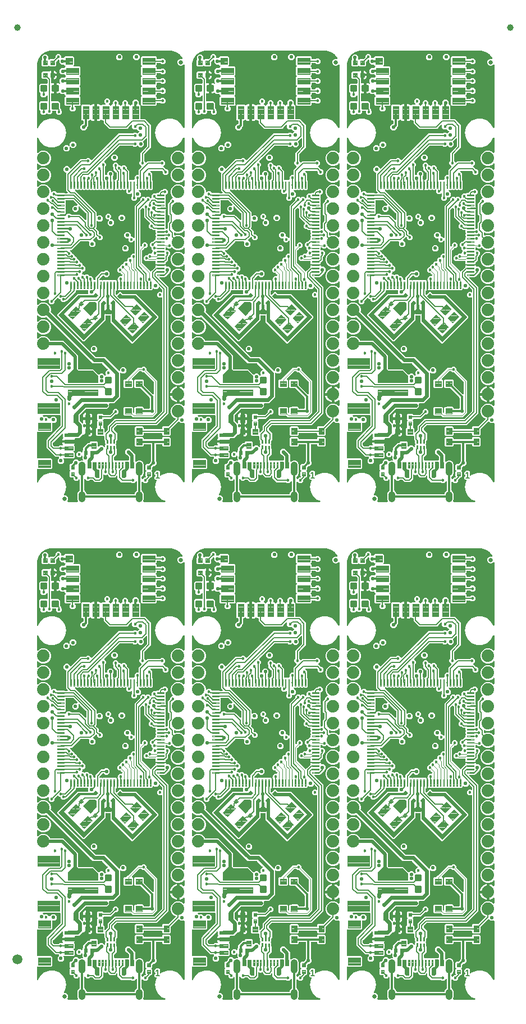
<source format=gtl>
G04 EAGLE Gerber RS-274X export*
G75*
%MOMM*%
%FSLAX34Y34*%
%LPD*%
%INTop Copper*%
%IPPOS*%
%AMOC8*
5,1,8,0,0,1.08239X$1,22.5*%
G01*
%ADD10C,0.152400*%
%ADD11C,1.879600*%
%ADD12C,0.102000*%
%ADD13C,1.000000*%
%ADD14C,0.102500*%
%ADD15C,0.100000*%
%ADD16C,0.096000*%
%ADD17C,0.300000*%
%ADD18C,0.635000*%
%ADD19C,0.500000*%
%ADD20C,0.099000*%
%ADD21C,0.105000*%
%ADD22C,0.104000*%
%ADD23C,1.000000*%
%ADD24C,1.500000*%
%ADD25C,0.554000*%
%ADD26C,0.600000*%
%ADD27C,0.250000*%
%ADD28C,0.200000*%
%ADD29C,0.454000*%
%ADD30C,0.150000*%
%ADD31C,0.160000*%
%ADD32C,0.120000*%

G36*
X116927Y1086008D02*
X116927Y1086008D01*
X116991Y1086012D01*
X117064Y1086037D01*
X117140Y1086053D01*
X117197Y1086083D01*
X117258Y1086104D01*
X117314Y1086145D01*
X117389Y1086185D01*
X117450Y1086244D01*
X117507Y1086286D01*
X117521Y1086301D01*
X121369Y1086301D01*
X121441Y1086285D01*
X121507Y1086290D01*
X121573Y1086285D01*
X121647Y1086300D01*
X121722Y1086306D01*
X121779Y1086328D01*
X121850Y1086342D01*
X121936Y1086388D01*
X122010Y1086417D01*
X122384Y1086633D01*
X123160Y1086841D01*
X123800Y1086841D01*
X123864Y1086850D01*
X123928Y1086849D01*
X124003Y1086870D01*
X124079Y1086881D01*
X124138Y1086907D01*
X124200Y1086924D01*
X124266Y1086965D01*
X124336Y1086997D01*
X124385Y1087039D01*
X124440Y1087072D01*
X124492Y1087130D01*
X124550Y1087180D01*
X124586Y1087234D01*
X124629Y1087282D01*
X124662Y1087351D01*
X124705Y1087416D01*
X124724Y1087478D01*
X124752Y1087535D01*
X124763Y1087605D01*
X124787Y1087686D01*
X124788Y1087771D01*
X124799Y1087840D01*
X124799Y1090069D01*
X127301Y1092571D01*
X130700Y1092571D01*
X130764Y1092580D01*
X130828Y1092579D01*
X130903Y1092600D01*
X130979Y1092611D01*
X131038Y1092637D01*
X131100Y1092654D01*
X131166Y1092695D01*
X131236Y1092727D01*
X131285Y1092769D01*
X131340Y1092802D01*
X131392Y1092860D01*
X131450Y1092910D01*
X131486Y1092964D01*
X131529Y1093012D01*
X131562Y1093081D01*
X131605Y1093146D01*
X131624Y1093208D01*
X131652Y1093265D01*
X131663Y1093335D01*
X131687Y1093416D01*
X131688Y1093501D01*
X131699Y1093570D01*
X131699Y1094509D01*
X131686Y1094604D01*
X131681Y1094700D01*
X131666Y1094743D01*
X131659Y1094788D01*
X131620Y1094876D01*
X131588Y1094966D01*
X131563Y1095001D01*
X131543Y1095045D01*
X131460Y1095142D01*
X131407Y1095215D01*
X129664Y1096958D01*
X129587Y1097016D01*
X129515Y1097081D01*
X129474Y1097100D01*
X129438Y1097128D01*
X129348Y1097162D01*
X129262Y1097204D01*
X129220Y1097210D01*
X129174Y1097227D01*
X129046Y1097237D01*
X128957Y1097251D01*
X127009Y1097251D01*
X124507Y1099753D01*
X124507Y1103291D01*
X127009Y1105793D01*
X127730Y1105793D01*
X127794Y1105802D01*
X127858Y1105801D01*
X127933Y1105821D01*
X128009Y1105832D01*
X128068Y1105859D01*
X128130Y1105876D01*
X128196Y1105917D01*
X128266Y1105949D01*
X128315Y1105990D01*
X128370Y1106024D01*
X128422Y1106082D01*
X128480Y1106132D01*
X128516Y1106186D01*
X128559Y1106233D01*
X128592Y1106303D01*
X128635Y1106368D01*
X128654Y1106429D01*
X128682Y1106487D01*
X128693Y1106557D01*
X128717Y1106638D01*
X128718Y1106722D01*
X128729Y1106792D01*
X128729Y1107569D01*
X131231Y1110071D01*
X132230Y1110071D01*
X132294Y1110080D01*
X132358Y1110079D01*
X132433Y1110100D01*
X132509Y1110111D01*
X132568Y1110137D01*
X132630Y1110154D01*
X132696Y1110195D01*
X132766Y1110227D01*
X132815Y1110269D01*
X132870Y1110302D01*
X132922Y1110360D01*
X132980Y1110410D01*
X133016Y1110464D01*
X133059Y1110512D01*
X133092Y1110581D01*
X133135Y1110646D01*
X133154Y1110708D01*
X133182Y1110765D01*
X133193Y1110835D01*
X133217Y1110916D01*
X133218Y1111001D01*
X133229Y1111070D01*
X133229Y1112069D01*
X135731Y1114571D01*
X138252Y1114571D01*
X138315Y1114580D01*
X138380Y1114579D01*
X138454Y1114600D01*
X138531Y1114611D01*
X138589Y1114637D01*
X138652Y1114654D01*
X138718Y1114695D01*
X138788Y1114727D01*
X138837Y1114769D01*
X138891Y1114802D01*
X138943Y1114860D01*
X139002Y1114910D01*
X139037Y1114964D01*
X139081Y1115012D01*
X139114Y1115081D01*
X139157Y1115146D01*
X139176Y1115208D01*
X139204Y1115265D01*
X139214Y1115335D01*
X139239Y1115416D01*
X139240Y1115501D01*
X139251Y1115570D01*
X139251Y1118209D01*
X141753Y1120711D01*
X143730Y1120711D01*
X143794Y1120720D01*
X143858Y1120719D01*
X143933Y1120740D01*
X144009Y1120751D01*
X144068Y1120777D01*
X144130Y1120794D01*
X144196Y1120835D01*
X144266Y1120867D01*
X144315Y1120909D01*
X144370Y1120942D01*
X144422Y1121000D01*
X144480Y1121050D01*
X144516Y1121104D01*
X144559Y1121152D01*
X144592Y1121221D01*
X144635Y1121286D01*
X144654Y1121348D01*
X144682Y1121405D01*
X144693Y1121475D01*
X144717Y1121556D01*
X144718Y1121641D01*
X144729Y1121710D01*
X144729Y1123569D01*
X147231Y1126071D01*
X149750Y1126071D01*
X149814Y1126080D01*
X149878Y1126079D01*
X149953Y1126100D01*
X150029Y1126111D01*
X150088Y1126137D01*
X150150Y1126154D01*
X150216Y1126195D01*
X150286Y1126227D01*
X150335Y1126269D01*
X150390Y1126302D01*
X150442Y1126360D01*
X150500Y1126410D01*
X150536Y1126464D01*
X150579Y1126512D01*
X150612Y1126581D01*
X150655Y1126646D01*
X150674Y1126708D01*
X150702Y1126765D01*
X150713Y1126835D01*
X150737Y1126916D01*
X150738Y1127001D01*
X150749Y1127070D01*
X150749Y1144597D01*
X150745Y1144629D01*
X150747Y1144661D01*
X150725Y1144768D01*
X150709Y1144876D01*
X150696Y1144906D01*
X150690Y1144937D01*
X150638Y1145034D01*
X150593Y1145133D01*
X150572Y1145158D01*
X150557Y1145186D01*
X150481Y1145264D01*
X150410Y1145348D01*
X150383Y1145365D01*
X150360Y1145388D01*
X150265Y1145442D01*
X150174Y1145502D01*
X150143Y1145511D01*
X150115Y1145527D01*
X150009Y1145553D01*
X149904Y1145584D01*
X149872Y1145585D01*
X149841Y1145592D01*
X149731Y1145587D01*
X149622Y1145588D01*
X149591Y1145580D01*
X149559Y1145578D01*
X149456Y1145542D01*
X149350Y1145513D01*
X149323Y1145496D01*
X149292Y1145485D01*
X149219Y1145432D01*
X149110Y1145365D01*
X149078Y1145329D01*
X149043Y1145304D01*
X147238Y1143498D01*
X143700Y1143498D01*
X141198Y1146000D01*
X141198Y1148010D01*
X141189Y1148074D01*
X141190Y1148138D01*
X141169Y1148213D01*
X141158Y1148289D01*
X141132Y1148348D01*
X141115Y1148410D01*
X141074Y1148476D01*
X141042Y1148546D01*
X141000Y1148595D01*
X140967Y1148650D01*
X140909Y1148702D01*
X140859Y1148760D01*
X140805Y1148796D01*
X140757Y1148839D01*
X140688Y1148872D01*
X140623Y1148915D01*
X140561Y1148934D01*
X140504Y1148962D01*
X140434Y1148973D01*
X140353Y1148997D01*
X140268Y1148998D01*
X140199Y1149009D01*
X137524Y1149009D01*
X134729Y1151804D01*
X134729Y1155756D01*
X137524Y1158551D01*
X141476Y1158551D01*
X144271Y1155756D01*
X144271Y1153039D01*
X144280Y1152975D01*
X144279Y1152911D01*
X144300Y1152836D01*
X144311Y1152760D01*
X144337Y1152701D01*
X144354Y1152639D01*
X144395Y1152573D01*
X144427Y1152503D01*
X144469Y1152454D01*
X144502Y1152399D01*
X144560Y1152347D01*
X144610Y1152289D01*
X144664Y1152253D01*
X144712Y1152210D01*
X144781Y1152177D01*
X144846Y1152134D01*
X144908Y1152115D01*
X144965Y1152087D01*
X145035Y1152076D01*
X145116Y1152052D01*
X145201Y1152051D01*
X145270Y1152040D01*
X147238Y1152040D01*
X149043Y1150234D01*
X149069Y1150215D01*
X149090Y1150190D01*
X149182Y1150130D01*
X149269Y1150065D01*
X149299Y1150054D01*
X149326Y1150036D01*
X149431Y1150004D01*
X149533Y1149965D01*
X149565Y1149963D01*
X149596Y1149954D01*
X149705Y1149952D01*
X149814Y1149944D01*
X149846Y1149950D01*
X149878Y1149950D01*
X149983Y1149979D01*
X150090Y1150001D01*
X150119Y1150016D01*
X150150Y1150025D01*
X150243Y1150082D01*
X150339Y1150134D01*
X150362Y1150156D01*
X150390Y1150173D01*
X150463Y1150254D01*
X150541Y1150330D01*
X150557Y1150358D01*
X150579Y1150382D01*
X150626Y1150481D01*
X150680Y1150576D01*
X150688Y1150607D01*
X150702Y1150636D01*
X150716Y1150725D01*
X150745Y1150850D01*
X150743Y1150899D01*
X150749Y1150941D01*
X150749Y1198439D01*
X158937Y1206627D01*
X158994Y1206703D01*
X159059Y1206775D01*
X159079Y1206816D01*
X159106Y1206852D01*
X159140Y1206942D01*
X159182Y1207029D01*
X159188Y1207071D01*
X159205Y1207116D01*
X159215Y1207244D01*
X159229Y1207333D01*
X159229Y1209069D01*
X161731Y1211571D01*
X165269Y1211571D01*
X166293Y1210546D01*
X166345Y1210508D01*
X166390Y1210462D01*
X166457Y1210424D01*
X166519Y1210377D01*
X166579Y1210354D01*
X166635Y1210323D01*
X166710Y1210305D01*
X166783Y1210278D01*
X166847Y1210273D01*
X166909Y1210258D01*
X166987Y1210262D01*
X167064Y1210256D01*
X167127Y1210269D01*
X167191Y1210272D01*
X167264Y1210297D01*
X167340Y1210313D01*
X167397Y1210344D01*
X167458Y1210365D01*
X167514Y1210406D01*
X167589Y1210446D01*
X167650Y1210505D01*
X167707Y1210546D01*
X168731Y1211571D01*
X172269Y1211571D01*
X174023Y1209816D01*
X174049Y1209797D01*
X174070Y1209772D01*
X174162Y1209712D01*
X174249Y1209647D01*
X174279Y1209636D01*
X174306Y1209618D01*
X174411Y1209586D01*
X174513Y1209547D01*
X174545Y1209545D01*
X174576Y1209536D01*
X174685Y1209534D01*
X174794Y1209526D01*
X174826Y1209532D01*
X174858Y1209532D01*
X174963Y1209561D01*
X175070Y1209583D01*
X175099Y1209598D01*
X175130Y1209607D01*
X175223Y1209664D01*
X175319Y1209716D01*
X175342Y1209738D01*
X175370Y1209755D01*
X175443Y1209836D01*
X175521Y1209913D01*
X175537Y1209941D01*
X175559Y1209964D01*
X175606Y1210063D01*
X175660Y1210158D01*
X175668Y1210189D01*
X175682Y1210218D01*
X175696Y1210308D01*
X175725Y1210432D01*
X175723Y1210481D01*
X175729Y1210523D01*
X175729Y1214069D01*
X178231Y1216571D01*
X181865Y1216571D01*
X181915Y1216542D01*
X181991Y1216525D01*
X182063Y1216497D01*
X182127Y1216492D01*
X182190Y1216477D01*
X182267Y1216481D01*
X182344Y1216475D01*
X182407Y1216489D01*
X182471Y1216492D01*
X182545Y1216517D01*
X182620Y1216533D01*
X182677Y1216563D01*
X182738Y1216584D01*
X182795Y1216626D01*
X182869Y1216666D01*
X182930Y1216725D01*
X182987Y1216766D01*
X183771Y1217551D01*
X186050Y1217551D01*
X186114Y1217560D01*
X186178Y1217559D01*
X186253Y1217580D01*
X186329Y1217591D01*
X186388Y1217617D01*
X186450Y1217634D01*
X186516Y1217675D01*
X186586Y1217707D01*
X186635Y1217749D01*
X186690Y1217782D01*
X186742Y1217840D01*
X186800Y1217890D01*
X186836Y1217944D01*
X186879Y1217992D01*
X186912Y1218061D01*
X186955Y1218126D01*
X186974Y1218188D01*
X187002Y1218245D01*
X187013Y1218315D01*
X187037Y1218396D01*
X187038Y1218428D01*
X190661Y1222051D01*
X192297Y1222051D01*
X192392Y1222064D01*
X192488Y1222069D01*
X192531Y1222084D01*
X192576Y1222091D01*
X192664Y1222130D01*
X192755Y1222162D01*
X192789Y1222187D01*
X192833Y1222207D01*
X192931Y1222290D01*
X193004Y1222343D01*
X194231Y1223571D01*
X197769Y1223571D01*
X200271Y1221069D01*
X200271Y1217531D01*
X197593Y1214854D01*
X197536Y1214777D01*
X197471Y1214705D01*
X197451Y1214664D01*
X197424Y1214628D01*
X197390Y1214538D01*
X197348Y1214452D01*
X197342Y1214410D01*
X197325Y1214364D01*
X197315Y1214237D01*
X197301Y1214147D01*
X197301Y1212521D01*
X197286Y1212507D01*
X197247Y1212455D01*
X197201Y1212410D01*
X197163Y1212343D01*
X197117Y1212281D01*
X197094Y1212221D01*
X197062Y1212165D01*
X197044Y1212090D01*
X197017Y1212017D01*
X197012Y1211953D01*
X196997Y1211890D01*
X197001Y1211813D01*
X196995Y1211736D01*
X197008Y1211673D01*
X197012Y1211609D01*
X197037Y1211536D01*
X197053Y1211460D01*
X197083Y1211403D01*
X197104Y1211342D01*
X197145Y1211286D01*
X197185Y1211211D01*
X197244Y1211150D01*
X197286Y1211093D01*
X197301Y1211078D01*
X197301Y1207521D01*
X197286Y1207507D01*
X197247Y1207455D01*
X197201Y1207410D01*
X197163Y1207343D01*
X197117Y1207281D01*
X197094Y1207221D01*
X197062Y1207165D01*
X197044Y1207090D01*
X197017Y1207017D01*
X197012Y1206953D01*
X196997Y1206890D01*
X197001Y1206813D01*
X196995Y1206736D01*
X197008Y1206673D01*
X197012Y1206609D01*
X197037Y1206536D01*
X197053Y1206460D01*
X197083Y1206403D01*
X197104Y1206342D01*
X197145Y1206286D01*
X197185Y1206211D01*
X197244Y1206150D01*
X197286Y1206093D01*
X197301Y1206078D01*
X197301Y1202521D01*
X197286Y1202507D01*
X197247Y1202455D01*
X197201Y1202410D01*
X197163Y1202343D01*
X197117Y1202281D01*
X197094Y1202221D01*
X197062Y1202165D01*
X197044Y1202090D01*
X197017Y1202017D01*
X197012Y1201953D01*
X196997Y1201890D01*
X197001Y1201813D01*
X196995Y1201736D01*
X197008Y1201673D01*
X197012Y1201609D01*
X197037Y1201536D01*
X197053Y1201460D01*
X197083Y1201403D01*
X197104Y1201342D01*
X197145Y1201286D01*
X197185Y1201211D01*
X197244Y1201150D01*
X197286Y1201093D01*
X197301Y1201078D01*
X197301Y1197231D01*
X197285Y1197159D01*
X197290Y1197092D01*
X197285Y1197026D01*
X197300Y1196952D01*
X197306Y1196878D01*
X197328Y1196820D01*
X197343Y1196750D01*
X197388Y1196663D01*
X197417Y1196590D01*
X197633Y1196216D01*
X197841Y1195440D01*
X197841Y1195299D01*
X189800Y1195299D01*
X189737Y1195290D01*
X189672Y1195291D01*
X189598Y1195271D01*
X189521Y1195260D01*
X189463Y1195233D01*
X189401Y1195216D01*
X189335Y1195175D01*
X189264Y1195143D01*
X189215Y1195102D01*
X189161Y1195068D01*
X189109Y1195010D01*
X189050Y1194960D01*
X189015Y1194906D01*
X188972Y1194859D01*
X188938Y1194789D01*
X188895Y1194724D01*
X188877Y1194662D01*
X188849Y1194605D01*
X188838Y1194535D01*
X188813Y1194454D01*
X188812Y1194370D01*
X188801Y1194300D01*
X188810Y1194236D01*
X188809Y1194172D01*
X188830Y1194097D01*
X188841Y1194021D01*
X188867Y1193962D01*
X188884Y1193900D01*
X188925Y1193834D01*
X188957Y1193764D01*
X188999Y1193715D01*
X189033Y1193660D01*
X189090Y1193608D01*
X189141Y1193549D01*
X189194Y1193514D01*
X189242Y1193471D01*
X189312Y1193437D01*
X189376Y1193395D01*
X189438Y1193376D01*
X189496Y1193348D01*
X189565Y1193337D01*
X189646Y1193313D01*
X189731Y1193311D01*
X189800Y1193301D01*
X197841Y1193301D01*
X197841Y1193160D01*
X197633Y1192384D01*
X197417Y1192010D01*
X197389Y1191940D01*
X197352Y1191874D01*
X197336Y1191810D01*
X197312Y1191748D01*
X197304Y1191673D01*
X197287Y1191600D01*
X197290Y1191534D01*
X197284Y1191468D01*
X197298Y1191393D01*
X197301Y1191332D01*
X197301Y1187521D01*
X197286Y1187507D01*
X197247Y1187455D01*
X197201Y1187410D01*
X197163Y1187343D01*
X197117Y1187281D01*
X197094Y1187221D01*
X197062Y1187165D01*
X197044Y1187090D01*
X197017Y1187017D01*
X197012Y1186953D01*
X196997Y1186890D01*
X197001Y1186813D01*
X196995Y1186736D01*
X197008Y1186673D01*
X197012Y1186609D01*
X197037Y1186536D01*
X197053Y1186460D01*
X197083Y1186403D01*
X197104Y1186342D01*
X197145Y1186286D01*
X197185Y1186211D01*
X197244Y1186150D01*
X197286Y1186093D01*
X197301Y1186078D01*
X197301Y1182521D01*
X197286Y1182507D01*
X197247Y1182455D01*
X197201Y1182410D01*
X197163Y1182343D01*
X197117Y1182281D01*
X197094Y1182221D01*
X197062Y1182165D01*
X197044Y1182090D01*
X197017Y1182017D01*
X197012Y1181953D01*
X196997Y1181890D01*
X197001Y1181813D01*
X196995Y1181736D01*
X197008Y1181673D01*
X197012Y1181609D01*
X197037Y1181536D01*
X197053Y1181460D01*
X197083Y1181403D01*
X197104Y1181342D01*
X197145Y1181286D01*
X197185Y1181211D01*
X197244Y1181150D01*
X197286Y1181093D01*
X197301Y1181078D01*
X197301Y1177521D01*
X197286Y1177507D01*
X197247Y1177455D01*
X197201Y1177410D01*
X197163Y1177343D01*
X197117Y1177281D01*
X197094Y1177221D01*
X197062Y1177165D01*
X197044Y1177090D01*
X197017Y1177017D01*
X197012Y1176953D01*
X196997Y1176890D01*
X197001Y1176813D01*
X196995Y1176736D01*
X197008Y1176673D01*
X197012Y1176609D01*
X197037Y1176536D01*
X197053Y1176460D01*
X197083Y1176403D01*
X197104Y1176342D01*
X197145Y1176286D01*
X197185Y1176211D01*
X197244Y1176150D01*
X197286Y1176093D01*
X197301Y1176078D01*
X197301Y1172521D01*
X197286Y1172507D01*
X197247Y1172455D01*
X197201Y1172410D01*
X197163Y1172343D01*
X197117Y1172281D01*
X197094Y1172221D01*
X197062Y1172165D01*
X197044Y1172090D01*
X197017Y1172017D01*
X197012Y1171953D01*
X196997Y1171890D01*
X197001Y1171813D01*
X196995Y1171736D01*
X197008Y1171673D01*
X197012Y1171609D01*
X197037Y1171536D01*
X197053Y1171460D01*
X197083Y1171403D01*
X197104Y1171342D01*
X197145Y1171286D01*
X197185Y1171211D01*
X197244Y1171150D01*
X197286Y1171093D01*
X197301Y1171078D01*
X197301Y1167521D01*
X197286Y1167507D01*
X197247Y1167455D01*
X197201Y1167410D01*
X197163Y1167343D01*
X197117Y1167281D01*
X197094Y1167221D01*
X197062Y1167165D01*
X197044Y1167090D01*
X197017Y1167017D01*
X197012Y1166953D01*
X196997Y1166890D01*
X197001Y1166813D01*
X196995Y1166736D01*
X197008Y1166673D01*
X197012Y1166609D01*
X197037Y1166536D01*
X197053Y1166460D01*
X197083Y1166403D01*
X197104Y1166342D01*
X197145Y1166286D01*
X197185Y1166211D01*
X197244Y1166150D01*
X197286Y1166093D01*
X197301Y1166078D01*
X197301Y1164570D01*
X197310Y1164506D01*
X197309Y1164442D01*
X197330Y1164367D01*
X197341Y1164291D01*
X197367Y1164232D01*
X197384Y1164170D01*
X197425Y1164104D01*
X197457Y1164034D01*
X197499Y1163985D01*
X197532Y1163930D01*
X197590Y1163878D01*
X197640Y1163820D01*
X197694Y1163784D01*
X197742Y1163741D01*
X197811Y1163708D01*
X197876Y1163665D01*
X197938Y1163646D01*
X197995Y1163618D01*
X198065Y1163607D01*
X198146Y1163583D01*
X198231Y1163582D01*
X198300Y1163571D01*
X199250Y1163571D01*
X199314Y1163580D01*
X199378Y1163579D01*
X199453Y1163600D01*
X199529Y1163611D01*
X199588Y1163637D01*
X199650Y1163654D01*
X199716Y1163695D01*
X199786Y1163727D01*
X199835Y1163769D01*
X199890Y1163802D01*
X199942Y1163860D01*
X200000Y1163910D01*
X200036Y1163964D01*
X200079Y1164012D01*
X200112Y1164081D01*
X200155Y1164146D01*
X200174Y1164208D01*
X200202Y1164265D01*
X200213Y1164335D01*
X200237Y1164416D01*
X200238Y1164501D01*
X200249Y1164570D01*
X200249Y1172633D01*
X202477Y1174860D01*
X202534Y1174937D01*
X202599Y1175008D01*
X202619Y1175049D01*
X202646Y1175086D01*
X202680Y1175176D01*
X202722Y1175262D01*
X202728Y1175304D01*
X202745Y1175350D01*
X202755Y1175477D01*
X202769Y1175567D01*
X202769Y1183033D01*
X202761Y1183093D01*
X202761Y1183121D01*
X202755Y1183143D01*
X202751Y1183224D01*
X202736Y1183267D01*
X202729Y1183312D01*
X202690Y1183400D01*
X202658Y1183491D01*
X202633Y1183525D01*
X202613Y1183569D01*
X202530Y1183667D01*
X202477Y1183740D01*
X200903Y1185314D01*
X200903Y1201593D01*
X203937Y1204627D01*
X203994Y1204703D01*
X204059Y1204775D01*
X204079Y1204816D01*
X204106Y1204852D01*
X204140Y1204942D01*
X204182Y1205029D01*
X204188Y1205071D01*
X204205Y1205116D01*
X204215Y1205244D01*
X204229Y1205333D01*
X204229Y1207069D01*
X206731Y1209571D01*
X206997Y1209571D01*
X207029Y1209575D01*
X207061Y1209573D01*
X207168Y1209595D01*
X207276Y1209611D01*
X207305Y1209624D01*
X207337Y1209630D01*
X207433Y1209682D01*
X207533Y1209727D01*
X207557Y1209748D01*
X207586Y1209763D01*
X207664Y1209839D01*
X207747Y1209910D01*
X207765Y1209937D01*
X207788Y1209960D01*
X207842Y1210055D01*
X207902Y1210146D01*
X207911Y1210177D01*
X207927Y1210205D01*
X207952Y1210311D01*
X207984Y1210416D01*
X207984Y1210448D01*
X207992Y1210479D01*
X207986Y1210589D01*
X207988Y1210698D01*
X207979Y1210729D01*
X207977Y1210761D01*
X207942Y1210864D01*
X207912Y1210970D01*
X207896Y1210997D01*
X207885Y1211028D01*
X207832Y1211101D01*
X207764Y1211210D01*
X207728Y1211242D01*
X207703Y1211277D01*
X206237Y1212743D01*
X204501Y1216933D01*
X204501Y1221467D01*
X206237Y1225657D01*
X209443Y1228863D01*
X213633Y1230599D01*
X218167Y1230599D01*
X222357Y1228863D01*
X223877Y1227343D01*
X223903Y1227323D01*
X223924Y1227299D01*
X224016Y1227239D01*
X224103Y1227174D01*
X224133Y1227162D01*
X224160Y1227144D01*
X224265Y1227112D01*
X224367Y1227074D01*
X224399Y1227071D01*
X224430Y1227062D01*
X224539Y1227061D01*
X224648Y1227052D01*
X224680Y1227059D01*
X224712Y1227058D01*
X224817Y1227087D01*
X224924Y1227110D01*
X224953Y1227125D01*
X224984Y1227134D01*
X225077Y1227191D01*
X225173Y1227242D01*
X225196Y1227265D01*
X225224Y1227282D01*
X225297Y1227363D01*
X225375Y1227439D01*
X225391Y1227467D01*
X225413Y1227491D01*
X225460Y1227589D01*
X225514Y1227684D01*
X225522Y1227716D01*
X225536Y1227745D01*
X225550Y1227834D01*
X225579Y1227959D01*
X225577Y1228007D01*
X225583Y1228049D01*
X225583Y1235751D01*
X225579Y1235783D01*
X225581Y1235815D01*
X225559Y1235922D01*
X225543Y1236030D01*
X225530Y1236059D01*
X225524Y1236091D01*
X225472Y1236187D01*
X225427Y1236287D01*
X225406Y1236311D01*
X225391Y1236340D01*
X225315Y1236418D01*
X225244Y1236501D01*
X225217Y1236519D01*
X225194Y1236542D01*
X225099Y1236596D01*
X225008Y1236656D01*
X224977Y1236665D01*
X224949Y1236681D01*
X224843Y1236706D01*
X224738Y1236738D01*
X224706Y1236738D01*
X224675Y1236746D01*
X224565Y1236740D01*
X224456Y1236742D01*
X224425Y1236733D01*
X224393Y1236731D01*
X224290Y1236696D01*
X224184Y1236666D01*
X224157Y1236650D01*
X224126Y1236639D01*
X224053Y1236586D01*
X223944Y1236518D01*
X223912Y1236482D01*
X223877Y1236457D01*
X222357Y1234937D01*
X218167Y1233201D01*
X213633Y1233201D01*
X209443Y1234937D01*
X206237Y1238143D01*
X204501Y1242333D01*
X204501Y1246867D01*
X206237Y1251057D01*
X209443Y1254263D01*
X213633Y1255999D01*
X218167Y1255999D01*
X222357Y1254263D01*
X223877Y1252743D01*
X223903Y1252723D01*
X223924Y1252699D01*
X224016Y1252639D01*
X224103Y1252574D01*
X224133Y1252562D01*
X224160Y1252544D01*
X224265Y1252512D01*
X224367Y1252474D01*
X224399Y1252471D01*
X224430Y1252462D01*
X224539Y1252461D01*
X224648Y1252452D01*
X224680Y1252459D01*
X224712Y1252458D01*
X224817Y1252487D01*
X224924Y1252510D01*
X224953Y1252525D01*
X224984Y1252534D01*
X225077Y1252591D01*
X225173Y1252642D01*
X225196Y1252665D01*
X225224Y1252682D01*
X225297Y1252763D01*
X225375Y1252839D01*
X225391Y1252867D01*
X225413Y1252891D01*
X225460Y1252989D01*
X225514Y1253084D01*
X225522Y1253116D01*
X225536Y1253145D01*
X225550Y1253234D01*
X225579Y1253359D01*
X225577Y1253407D01*
X225583Y1253449D01*
X225583Y1261151D01*
X225579Y1261183D01*
X225581Y1261215D01*
X225559Y1261322D01*
X225543Y1261430D01*
X225530Y1261459D01*
X225524Y1261491D01*
X225472Y1261587D01*
X225427Y1261687D01*
X225406Y1261711D01*
X225391Y1261740D01*
X225315Y1261818D01*
X225244Y1261901D01*
X225217Y1261919D01*
X225194Y1261942D01*
X225099Y1261996D01*
X225008Y1262056D01*
X224977Y1262065D01*
X224949Y1262081D01*
X224843Y1262106D01*
X224738Y1262138D01*
X224706Y1262138D01*
X224675Y1262146D01*
X224565Y1262140D01*
X224456Y1262142D01*
X224425Y1262133D01*
X224393Y1262131D01*
X224290Y1262096D01*
X224184Y1262066D01*
X224157Y1262050D01*
X224126Y1262039D01*
X224053Y1261986D01*
X223944Y1261918D01*
X223912Y1261882D01*
X223877Y1261857D01*
X222357Y1260337D01*
X218167Y1258601D01*
X213633Y1258601D01*
X209443Y1260337D01*
X206237Y1263543D01*
X204501Y1267733D01*
X204501Y1272267D01*
X206237Y1276457D01*
X209443Y1279663D01*
X213633Y1281399D01*
X218167Y1281399D01*
X222357Y1279663D01*
X223877Y1278143D01*
X223903Y1278123D01*
X223924Y1278099D01*
X224016Y1278039D01*
X224103Y1277974D01*
X224133Y1277962D01*
X224160Y1277944D01*
X224265Y1277912D01*
X224367Y1277874D01*
X224399Y1277871D01*
X224430Y1277862D01*
X224539Y1277861D01*
X224648Y1277852D01*
X224680Y1277859D01*
X224712Y1277858D01*
X224817Y1277887D01*
X224924Y1277910D01*
X224953Y1277925D01*
X224984Y1277934D01*
X225077Y1277991D01*
X225173Y1278042D01*
X225196Y1278065D01*
X225224Y1278082D01*
X225297Y1278163D01*
X225375Y1278239D01*
X225391Y1278267D01*
X225413Y1278291D01*
X225460Y1278389D01*
X225514Y1278484D01*
X225522Y1278516D01*
X225536Y1278545D01*
X225550Y1278634D01*
X225579Y1278759D01*
X225577Y1278807D01*
X225583Y1278849D01*
X225583Y1300022D01*
X225580Y1300044D01*
X225582Y1300065D01*
X225560Y1300183D01*
X225543Y1300301D01*
X225535Y1300321D01*
X225531Y1300342D01*
X225477Y1300449D01*
X225427Y1300558D01*
X225413Y1300575D01*
X225404Y1300594D01*
X225322Y1300682D01*
X225244Y1300773D01*
X225226Y1300785D01*
X225211Y1300800D01*
X225109Y1300861D01*
X225008Y1300927D01*
X224987Y1300933D01*
X224969Y1300944D01*
X224853Y1300975D01*
X224738Y1301010D01*
X224717Y1301010D01*
X224696Y1301015D01*
X224576Y1301012D01*
X224456Y1301013D01*
X224435Y1301008D01*
X224414Y1301007D01*
X224300Y1300970D01*
X224184Y1300938D01*
X224166Y1300927D01*
X224146Y1300920D01*
X224047Y1300853D01*
X223944Y1300790D01*
X223930Y1300774D01*
X223912Y1300762D01*
X223855Y1300691D01*
X223755Y1300581D01*
X223739Y1300547D01*
X223719Y1300522D01*
X219970Y1294029D01*
X214146Y1289142D01*
X207001Y1286541D01*
X199399Y1286541D01*
X192254Y1289142D01*
X186430Y1294029D01*
X182629Y1300613D01*
X181309Y1308100D01*
X182629Y1315587D01*
X186430Y1322171D01*
X192254Y1327058D01*
X199399Y1329659D01*
X207001Y1329659D01*
X214146Y1327058D01*
X219970Y1322171D01*
X223719Y1315678D01*
X223732Y1315661D01*
X223741Y1315642D01*
X223819Y1315551D01*
X223893Y1315456D01*
X223910Y1315444D01*
X223924Y1315427D01*
X224025Y1315361D01*
X224122Y1315292D01*
X224142Y1315285D01*
X224160Y1315273D01*
X224275Y1315238D01*
X224388Y1315198D01*
X224409Y1315197D01*
X224430Y1315190D01*
X224550Y1315189D01*
X224669Y1315182D01*
X224690Y1315187D01*
X224712Y1315187D01*
X224827Y1315219D01*
X224944Y1315246D01*
X224963Y1315256D01*
X224984Y1315262D01*
X225086Y1315325D01*
X225190Y1315383D01*
X225205Y1315399D01*
X225224Y1315410D01*
X225304Y1315499D01*
X225388Y1315584D01*
X225398Y1315603D01*
X225413Y1315619D01*
X225465Y1315727D01*
X225522Y1315833D01*
X225526Y1315854D01*
X225536Y1315873D01*
X225550Y1315963D01*
X225581Y1316109D01*
X225578Y1316145D01*
X225583Y1316178D01*
X225583Y1409700D01*
X225577Y1409741D01*
X225580Y1409778D01*
X225547Y1410197D01*
X225518Y1410328D01*
X225491Y1410459D01*
X225487Y1410465D01*
X225486Y1410472D01*
X225421Y1410590D01*
X225358Y1410708D01*
X225353Y1410713D01*
X225350Y1410719D01*
X225255Y1410814D01*
X225161Y1410910D01*
X225155Y1410913D01*
X225150Y1410918D01*
X225033Y1410982D01*
X224916Y1411049D01*
X224909Y1411050D01*
X224903Y1411054D01*
X224772Y1411083D01*
X224642Y1411114D01*
X224634Y1411113D01*
X224627Y1411115D01*
X224493Y1411106D01*
X224360Y1411099D01*
X224353Y1411097D01*
X224346Y1411096D01*
X224218Y1411050D01*
X224094Y1411007D01*
X224088Y1411003D01*
X224081Y1411000D01*
X223853Y1410834D01*
X223849Y1410828D01*
X223845Y1410825D01*
X222932Y1409912D01*
X221030Y1409124D01*
X218970Y1409124D01*
X217068Y1409912D01*
X215612Y1411368D01*
X214824Y1413270D01*
X214824Y1415330D01*
X215612Y1417232D01*
X217068Y1418688D01*
X218970Y1419476D01*
X221029Y1419476D01*
X221203Y1419404D01*
X221211Y1419402D01*
X221219Y1419397D01*
X221348Y1419367D01*
X221477Y1419334D01*
X221485Y1419334D01*
X221493Y1419332D01*
X221626Y1419338D01*
X221758Y1419343D01*
X221766Y1419345D01*
X221775Y1419346D01*
X221901Y1419389D01*
X222027Y1419430D01*
X222033Y1419435D01*
X222041Y1419438D01*
X222150Y1419514D01*
X222260Y1419589D01*
X222265Y1419595D01*
X222272Y1419600D01*
X222354Y1419704D01*
X222439Y1419807D01*
X222442Y1419814D01*
X222447Y1419821D01*
X222498Y1419943D01*
X222550Y1420066D01*
X222551Y1420074D01*
X222555Y1420082D01*
X222569Y1420214D01*
X222585Y1420346D01*
X222584Y1420354D01*
X222584Y1420362D01*
X222561Y1420493D01*
X222540Y1420624D01*
X222536Y1420632D01*
X222535Y1420640D01*
X222501Y1420706D01*
X222419Y1420879D01*
X222404Y1420896D01*
X222394Y1420914D01*
X219129Y1425408D01*
X219128Y1425410D01*
X219127Y1425412D01*
X219108Y1425430D01*
X219095Y1425452D01*
X219032Y1425509D01*
X218933Y1425611D01*
X218919Y1425619D01*
X218908Y1425629D01*
X213495Y1429562D01*
X213493Y1429563D01*
X213492Y1429564D01*
X213461Y1429580D01*
X213246Y1429694D01*
X213230Y1429697D01*
X213217Y1429704D01*
X206854Y1431771D01*
X206713Y1431796D01*
X206624Y1431817D01*
X203278Y1432080D01*
X203237Y1432078D01*
X203200Y1432083D01*
X25400Y1432083D01*
X25358Y1432077D01*
X25322Y1432080D01*
X21976Y1431817D01*
X21837Y1431786D01*
X21746Y1431771D01*
X15383Y1429704D01*
X15381Y1429703D01*
X15379Y1429702D01*
X15348Y1429687D01*
X15130Y1429580D01*
X15118Y1429568D01*
X15105Y1429562D01*
X12788Y1427878D01*
X12708Y1427802D01*
X12625Y1427730D01*
X12607Y1427704D01*
X12585Y1427682D01*
X12531Y1427586D01*
X12470Y1427494D01*
X12461Y1427464D01*
X12446Y1427437D01*
X12427Y1427359D01*
X12371Y1427365D01*
X12293Y1427351D01*
X12215Y1427347D01*
X12155Y1427326D01*
X12093Y1427315D01*
X12030Y1427283D01*
X11948Y1427254D01*
X11887Y1427209D01*
X11819Y1427174D01*
X9692Y1425629D01*
X9690Y1425628D01*
X9688Y1425627D01*
X9664Y1425602D01*
X9584Y1425524D01*
X9522Y1425472D01*
X9510Y1425453D01*
X9489Y1425433D01*
X9481Y1425419D01*
X9471Y1425408D01*
X5538Y1419996D01*
X5537Y1419994D01*
X5536Y1419992D01*
X5520Y1419961D01*
X5406Y1419746D01*
X5403Y1419730D01*
X5396Y1419717D01*
X3329Y1413354D01*
X3304Y1413213D01*
X3283Y1413124D01*
X3020Y1409779D01*
X3022Y1409737D01*
X3017Y1409700D01*
X3017Y1316178D01*
X3020Y1316156D01*
X3018Y1316135D01*
X3040Y1316017D01*
X3057Y1315899D01*
X3065Y1315879D01*
X3069Y1315858D01*
X3123Y1315751D01*
X3173Y1315642D01*
X3187Y1315625D01*
X3196Y1315606D01*
X3278Y1315518D01*
X3356Y1315427D01*
X3374Y1315415D01*
X3389Y1315400D01*
X3491Y1315339D01*
X3592Y1315273D01*
X3613Y1315267D01*
X3631Y1315256D01*
X3747Y1315225D01*
X3862Y1315190D01*
X3883Y1315190D01*
X3904Y1315185D01*
X4024Y1315188D01*
X4144Y1315187D01*
X4165Y1315192D01*
X4186Y1315193D01*
X4300Y1315230D01*
X4416Y1315262D01*
X4434Y1315273D01*
X4454Y1315280D01*
X4553Y1315347D01*
X4656Y1315410D01*
X4670Y1315426D01*
X4688Y1315438D01*
X4745Y1315509D01*
X4845Y1315619D01*
X4861Y1315653D01*
X4881Y1315678D01*
X8630Y1322171D01*
X14454Y1327058D01*
X21599Y1329659D01*
X29201Y1329659D01*
X36346Y1327058D01*
X42170Y1322171D01*
X45971Y1315587D01*
X47291Y1308100D01*
X45971Y1300613D01*
X42170Y1294029D01*
X36346Y1289142D01*
X29201Y1286541D01*
X21599Y1286541D01*
X14454Y1289142D01*
X8630Y1294029D01*
X4881Y1300522D01*
X4868Y1300539D01*
X4859Y1300558D01*
X4781Y1300649D01*
X4707Y1300744D01*
X4690Y1300756D01*
X4676Y1300773D01*
X4575Y1300838D01*
X4478Y1300908D01*
X4458Y1300915D01*
X4440Y1300927D01*
X4325Y1300962D01*
X4212Y1301002D01*
X4191Y1301003D01*
X4170Y1301010D01*
X4051Y1301011D01*
X3931Y1301018D01*
X3910Y1301013D01*
X3888Y1301013D01*
X3773Y1300981D01*
X3656Y1300954D01*
X3637Y1300944D01*
X3616Y1300938D01*
X3514Y1300875D01*
X3410Y1300817D01*
X3395Y1300801D01*
X3376Y1300790D01*
X3296Y1300701D01*
X3212Y1300616D01*
X3202Y1300597D01*
X3187Y1300581D01*
X3135Y1300473D01*
X3078Y1300367D01*
X3074Y1300346D01*
X3064Y1300327D01*
X3050Y1300237D01*
X3019Y1300091D01*
X3022Y1300055D01*
X3017Y1300022D01*
X3017Y1278849D01*
X3021Y1278817D01*
X3019Y1278785D01*
X3041Y1278678D01*
X3057Y1278570D01*
X3070Y1278541D01*
X3076Y1278509D01*
X3128Y1278413D01*
X3173Y1278313D01*
X3194Y1278289D01*
X3209Y1278260D01*
X3285Y1278182D01*
X3356Y1278099D01*
X3383Y1278081D01*
X3406Y1278058D01*
X3501Y1278004D01*
X3592Y1277944D01*
X3623Y1277935D01*
X3651Y1277919D01*
X3757Y1277894D01*
X3862Y1277862D01*
X3894Y1277862D01*
X3925Y1277854D01*
X4035Y1277860D01*
X4144Y1277858D01*
X4175Y1277867D01*
X4207Y1277869D01*
X4310Y1277904D01*
X4416Y1277934D01*
X4443Y1277950D01*
X4474Y1277961D01*
X4547Y1278014D01*
X4656Y1278082D01*
X4688Y1278118D01*
X4723Y1278143D01*
X6243Y1279663D01*
X10433Y1281399D01*
X14967Y1281399D01*
X19157Y1279663D01*
X22363Y1276457D01*
X24099Y1272267D01*
X24099Y1267733D01*
X22363Y1263543D01*
X19157Y1260337D01*
X14967Y1258601D01*
X10433Y1258601D01*
X6243Y1260337D01*
X4723Y1261857D01*
X4697Y1261877D01*
X4676Y1261901D01*
X4584Y1261961D01*
X4497Y1262026D01*
X4467Y1262038D01*
X4440Y1262056D01*
X4335Y1262088D01*
X4233Y1262126D01*
X4201Y1262129D01*
X4170Y1262138D01*
X4061Y1262139D01*
X3952Y1262148D01*
X3920Y1262141D01*
X3888Y1262142D01*
X3783Y1262113D01*
X3676Y1262090D01*
X3647Y1262075D01*
X3616Y1262066D01*
X3523Y1262009D01*
X3427Y1261958D01*
X3404Y1261935D01*
X3376Y1261918D01*
X3303Y1261837D01*
X3225Y1261761D01*
X3209Y1261733D01*
X3187Y1261709D01*
X3140Y1261611D01*
X3086Y1261516D01*
X3078Y1261484D01*
X3064Y1261455D01*
X3050Y1261366D01*
X3021Y1261241D01*
X3023Y1261193D01*
X3017Y1261151D01*
X3017Y1253449D01*
X3021Y1253417D01*
X3019Y1253385D01*
X3041Y1253278D01*
X3057Y1253170D01*
X3070Y1253141D01*
X3076Y1253109D01*
X3128Y1253013D01*
X3173Y1252913D01*
X3194Y1252889D01*
X3209Y1252860D01*
X3285Y1252782D01*
X3356Y1252699D01*
X3383Y1252681D01*
X3406Y1252658D01*
X3501Y1252604D01*
X3592Y1252544D01*
X3623Y1252535D01*
X3651Y1252519D01*
X3757Y1252494D01*
X3862Y1252462D01*
X3894Y1252462D01*
X3925Y1252454D01*
X4035Y1252460D01*
X4144Y1252458D01*
X4175Y1252467D01*
X4207Y1252469D01*
X4310Y1252504D01*
X4416Y1252534D01*
X4443Y1252550D01*
X4474Y1252561D01*
X4547Y1252614D01*
X4656Y1252682D01*
X4688Y1252718D01*
X4723Y1252743D01*
X6243Y1254263D01*
X10433Y1255999D01*
X14967Y1255999D01*
X19157Y1254263D01*
X22363Y1251057D01*
X24099Y1246867D01*
X24099Y1242333D01*
X22363Y1238143D01*
X19157Y1234937D01*
X14967Y1233201D01*
X10433Y1233201D01*
X6243Y1234937D01*
X4723Y1236457D01*
X4697Y1236477D01*
X4676Y1236501D01*
X4584Y1236561D01*
X4497Y1236626D01*
X4467Y1236638D01*
X4440Y1236656D01*
X4335Y1236688D01*
X4233Y1236726D01*
X4201Y1236729D01*
X4170Y1236738D01*
X4061Y1236739D01*
X3952Y1236748D01*
X3920Y1236741D01*
X3888Y1236742D01*
X3783Y1236713D01*
X3676Y1236690D01*
X3647Y1236675D01*
X3616Y1236666D01*
X3523Y1236609D01*
X3427Y1236558D01*
X3404Y1236535D01*
X3376Y1236518D01*
X3303Y1236437D01*
X3225Y1236361D01*
X3209Y1236333D01*
X3187Y1236309D01*
X3140Y1236211D01*
X3086Y1236116D01*
X3078Y1236084D01*
X3064Y1236055D01*
X3050Y1235966D01*
X3021Y1235841D01*
X3023Y1235793D01*
X3017Y1235751D01*
X3017Y1228049D01*
X3021Y1228017D01*
X3019Y1227985D01*
X3041Y1227878D01*
X3057Y1227770D01*
X3070Y1227741D01*
X3076Y1227709D01*
X3128Y1227613D01*
X3173Y1227513D01*
X3194Y1227489D01*
X3209Y1227460D01*
X3285Y1227382D01*
X3356Y1227299D01*
X3383Y1227281D01*
X3406Y1227258D01*
X3501Y1227204D01*
X3592Y1227144D01*
X3623Y1227135D01*
X3651Y1227119D01*
X3757Y1227094D01*
X3862Y1227062D01*
X3894Y1227062D01*
X3925Y1227054D01*
X4035Y1227060D01*
X4144Y1227058D01*
X4175Y1227067D01*
X4207Y1227069D01*
X4310Y1227104D01*
X4416Y1227134D01*
X4443Y1227150D01*
X4474Y1227161D01*
X4547Y1227214D01*
X4656Y1227282D01*
X4688Y1227318D01*
X4723Y1227343D01*
X6243Y1228863D01*
X10433Y1230599D01*
X14967Y1230599D01*
X19157Y1228863D01*
X22363Y1225657D01*
X24099Y1221467D01*
X24099Y1219851D01*
X24103Y1219819D01*
X24101Y1219787D01*
X24123Y1219680D01*
X24139Y1219572D01*
X24152Y1219542D01*
X24158Y1219511D01*
X24210Y1219414D01*
X24255Y1219315D01*
X24276Y1219290D01*
X24291Y1219262D01*
X24367Y1219184D01*
X24438Y1219100D01*
X24465Y1219083D01*
X24488Y1219060D01*
X24583Y1219006D01*
X24674Y1218946D01*
X24705Y1218937D01*
X24733Y1218921D01*
X24839Y1218895D01*
X24944Y1218864D01*
X24976Y1218863D01*
X25007Y1218856D01*
X25117Y1218861D01*
X25226Y1218860D01*
X25257Y1218868D01*
X25289Y1218870D01*
X25392Y1218906D01*
X25498Y1218935D01*
X25525Y1218952D01*
X25556Y1218963D01*
X25629Y1219016D01*
X25738Y1219083D01*
X25770Y1219119D01*
X25805Y1219144D01*
X27231Y1220571D01*
X30769Y1220571D01*
X33496Y1217843D01*
X33573Y1217786D01*
X33645Y1217721D01*
X33686Y1217701D01*
X33722Y1217674D01*
X33812Y1217640D01*
X33898Y1217598D01*
X33940Y1217592D01*
X33986Y1217575D01*
X34113Y1217565D01*
X34203Y1217551D01*
X44829Y1217551D01*
X45036Y1217343D01*
X45113Y1217286D01*
X45184Y1217221D01*
X45225Y1217201D01*
X45261Y1217174D01*
X45351Y1217140D01*
X45438Y1217098D01*
X45480Y1217092D01*
X45525Y1217075D01*
X45653Y1217065D01*
X45742Y1217051D01*
X48447Y1217051D01*
X48479Y1217055D01*
X48511Y1217053D01*
X48618Y1217075D01*
X48726Y1217091D01*
X48755Y1217104D01*
X48787Y1217110D01*
X48883Y1217162D01*
X48983Y1217207D01*
X49007Y1217228D01*
X49036Y1217243D01*
X49114Y1217319D01*
X49197Y1217390D01*
X49215Y1217417D01*
X49238Y1217440D01*
X49292Y1217535D01*
X49352Y1217626D01*
X49361Y1217657D01*
X49377Y1217685D01*
X49402Y1217791D01*
X49434Y1217896D01*
X49434Y1217928D01*
X49442Y1217959D01*
X49436Y1218069D01*
X49438Y1218178D01*
X49429Y1218209D01*
X49428Y1218241D01*
X49392Y1218344D01*
X49363Y1218450D01*
X49346Y1218477D01*
X49335Y1218508D01*
X49282Y1218581D01*
X49214Y1218690D01*
X49178Y1218722D01*
X49153Y1218757D01*
X47249Y1220661D01*
X47249Y1246837D01*
X47259Y1246849D01*
X47283Y1246870D01*
X47343Y1246962D01*
X47408Y1247049D01*
X47420Y1247079D01*
X47438Y1247106D01*
X47469Y1247211D01*
X47508Y1247313D01*
X47511Y1247345D01*
X47520Y1247376D01*
X47521Y1247485D01*
X47530Y1247594D01*
X47523Y1247626D01*
X47524Y1247658D01*
X47495Y1247763D01*
X47472Y1247870D01*
X47457Y1247899D01*
X47448Y1247930D01*
X47391Y1248023D01*
X47340Y1248119D01*
X47317Y1248142D01*
X47300Y1248170D01*
X47219Y1248243D01*
X47143Y1248321D01*
X47115Y1248337D01*
X47091Y1248359D01*
X46993Y1248406D01*
X46898Y1248460D01*
X46866Y1248468D01*
X46837Y1248482D01*
X46748Y1248496D01*
X46623Y1248525D01*
X46575Y1248523D01*
X46533Y1248529D01*
X46024Y1248529D01*
X43229Y1251324D01*
X43229Y1255276D01*
X46024Y1258071D01*
X49976Y1258071D01*
X52771Y1255276D01*
X52771Y1254767D01*
X52775Y1254735D01*
X52773Y1254703D01*
X52795Y1254596D01*
X52811Y1254488D01*
X52824Y1254459D01*
X52830Y1254427D01*
X52882Y1254331D01*
X52927Y1254231D01*
X52948Y1254207D01*
X52963Y1254178D01*
X53039Y1254100D01*
X53110Y1254017D01*
X53137Y1253999D01*
X53160Y1253976D01*
X53255Y1253922D01*
X53346Y1253862D01*
X53377Y1253853D01*
X53405Y1253837D01*
X53512Y1253812D01*
X53616Y1253780D01*
X53648Y1253780D01*
X53679Y1253772D01*
X53789Y1253778D01*
X53898Y1253776D01*
X53929Y1253785D01*
X53961Y1253787D01*
X54064Y1253822D01*
X54170Y1253852D01*
X54197Y1253868D01*
X54228Y1253879D01*
X54301Y1253932D01*
X54410Y1254000D01*
X54442Y1254036D01*
X54477Y1254061D01*
X67062Y1266647D01*
X68966Y1268551D01*
X76797Y1268551D01*
X76892Y1268564D01*
X76988Y1268569D01*
X77031Y1268584D01*
X77076Y1268591D01*
X77164Y1268630D01*
X77255Y1268662D01*
X77289Y1268687D01*
X77333Y1268707D01*
X77431Y1268790D01*
X77504Y1268843D01*
X78731Y1270071D01*
X82269Y1270071D01*
X84857Y1267482D01*
X84882Y1267437D01*
X84927Y1267337D01*
X84948Y1267313D01*
X84963Y1267284D01*
X85039Y1267206D01*
X85110Y1267123D01*
X85137Y1267105D01*
X85160Y1267082D01*
X85255Y1267028D01*
X85346Y1266968D01*
X85377Y1266959D01*
X85405Y1266943D01*
X85512Y1266918D01*
X85616Y1266886D01*
X85648Y1266886D01*
X85679Y1266878D01*
X85789Y1266884D01*
X85898Y1266882D01*
X85929Y1266891D01*
X85961Y1266892D01*
X86064Y1266928D01*
X86170Y1266957D01*
X86197Y1266974D01*
X86228Y1266985D01*
X86301Y1267038D01*
X86410Y1267106D01*
X86442Y1267142D01*
X86477Y1267167D01*
X126361Y1307051D01*
X147297Y1307051D01*
X147392Y1307064D01*
X147488Y1307069D01*
X147531Y1307084D01*
X147576Y1307091D01*
X147664Y1307130D01*
X147755Y1307162D01*
X147789Y1307187D01*
X147833Y1307207D01*
X147931Y1307290D01*
X148004Y1307343D01*
X149231Y1308571D01*
X152769Y1308571D01*
X153690Y1307650D01*
X153741Y1307611D01*
X153786Y1307565D01*
X153853Y1307527D01*
X153915Y1307481D01*
X153976Y1307458D01*
X154031Y1307426D01*
X154107Y1307408D01*
X154179Y1307381D01*
X154243Y1307376D01*
X154306Y1307361D01*
X154383Y1307365D01*
X154461Y1307359D01*
X154523Y1307372D01*
X154588Y1307376D01*
X154661Y1307401D01*
X154737Y1307417D01*
X154793Y1307447D01*
X154854Y1307468D01*
X154911Y1307509D01*
X154986Y1307549D01*
X155046Y1307608D01*
X155103Y1307650D01*
X156797Y1309343D01*
X156835Y1309395D01*
X156881Y1309440D01*
X156919Y1309507D01*
X156966Y1309569D01*
X156989Y1309629D01*
X157020Y1309685D01*
X157038Y1309761D01*
X157065Y1309833D01*
X157070Y1309897D01*
X157085Y1309959D01*
X157081Y1310037D01*
X157087Y1310114D01*
X157074Y1310177D01*
X157071Y1310241D01*
X157045Y1310314D01*
X157030Y1310390D01*
X156999Y1310447D01*
X156978Y1310508D01*
X156937Y1310564D01*
X156897Y1310639D01*
X156838Y1310700D01*
X156797Y1310757D01*
X154103Y1313450D01*
X154052Y1313489D01*
X154007Y1313535D01*
X153939Y1313573D01*
X153877Y1313619D01*
X153817Y1313642D01*
X153761Y1313674D01*
X153686Y1313692D01*
X153614Y1313719D01*
X153550Y1313724D01*
X153487Y1313739D01*
X153409Y1313735D01*
X153332Y1313741D01*
X153269Y1313728D01*
X153205Y1313724D01*
X153132Y1313699D01*
X153056Y1313683D01*
X153000Y1313653D01*
X152939Y1313632D01*
X152882Y1313590D01*
X152807Y1313551D01*
X152785Y1313529D01*
X149231Y1313529D01*
X146729Y1316031D01*
X146729Y1319227D01*
X146725Y1319259D01*
X146727Y1319291D01*
X146705Y1319398D01*
X146689Y1319506D01*
X146676Y1319535D01*
X146670Y1319567D01*
X146618Y1319663D01*
X146573Y1319763D01*
X146552Y1319787D01*
X146537Y1319816D01*
X146461Y1319894D01*
X146390Y1319977D01*
X146363Y1319995D01*
X146340Y1320018D01*
X146245Y1320072D01*
X146154Y1320132D01*
X146123Y1320141D01*
X146095Y1320157D01*
X145989Y1320182D01*
X145884Y1320214D01*
X145852Y1320214D01*
X145821Y1320222D01*
X145711Y1320216D01*
X145602Y1320218D01*
X145571Y1320209D01*
X145539Y1320208D01*
X145436Y1320172D01*
X145330Y1320143D01*
X145303Y1320126D01*
X145272Y1320115D01*
X145199Y1320062D01*
X145090Y1319994D01*
X145058Y1319958D01*
X145023Y1319933D01*
X141043Y1315953D01*
X139139Y1314049D01*
X112361Y1314049D01*
X104049Y1322361D01*
X104049Y1325600D01*
X104040Y1325664D01*
X104041Y1325728D01*
X104020Y1325803D01*
X104009Y1325879D01*
X103983Y1325938D01*
X103966Y1326000D01*
X103925Y1326066D01*
X103893Y1326136D01*
X103851Y1326185D01*
X103818Y1326240D01*
X103760Y1326292D01*
X103710Y1326350D01*
X103656Y1326386D01*
X103608Y1326429D01*
X103539Y1326462D01*
X103474Y1326505D01*
X103412Y1326524D01*
X103355Y1326552D01*
X103285Y1326563D01*
X103204Y1326587D01*
X103119Y1326588D01*
X103050Y1326599D01*
X101264Y1326599D01*
X100348Y1327515D01*
X100306Y1327547D01*
X100269Y1327586D01*
X100193Y1327631D01*
X100123Y1327684D01*
X100073Y1327703D01*
X100027Y1327731D01*
X99941Y1327753D01*
X99859Y1327784D01*
X99806Y1327788D01*
X99754Y1327801D01*
X99665Y1327799D01*
X99578Y1327806D01*
X99525Y1327795D01*
X99472Y1327793D01*
X99388Y1327766D01*
X99302Y1327748D01*
X99254Y1327723D01*
X99203Y1327706D01*
X99131Y1327657D01*
X99053Y1327616D01*
X99014Y1327578D01*
X98970Y1327548D01*
X98921Y1327487D01*
X98851Y1327419D01*
X98815Y1327356D01*
X98776Y1327308D01*
X98733Y1327233D01*
X98167Y1326667D01*
X97474Y1326266D01*
X96700Y1326059D01*
X93799Y1326059D01*
X93799Y1337600D01*
X93790Y1337664D01*
X93791Y1337728D01*
X93770Y1337802D01*
X93759Y1337879D01*
X93733Y1337938D01*
X93716Y1338000D01*
X93675Y1338066D01*
X93643Y1338136D01*
X93601Y1338185D01*
X93568Y1338240D01*
X93510Y1338291D01*
X93460Y1338350D01*
X93406Y1338386D01*
X93358Y1338429D01*
X93289Y1338462D01*
X93224Y1338505D01*
X93162Y1338524D01*
X93105Y1338552D01*
X93035Y1338562D01*
X92954Y1338587D01*
X92869Y1338588D01*
X92800Y1338599D01*
X90800Y1338599D01*
X90736Y1338590D01*
X90672Y1338591D01*
X90597Y1338570D01*
X90521Y1338559D01*
X90462Y1338533D01*
X90400Y1338516D01*
X90334Y1338475D01*
X90264Y1338443D01*
X90215Y1338401D01*
X90160Y1338368D01*
X90108Y1338310D01*
X90050Y1338260D01*
X90014Y1338206D01*
X89971Y1338158D01*
X89938Y1338089D01*
X89895Y1338024D01*
X89876Y1337962D01*
X89848Y1337904D01*
X89838Y1337835D01*
X89813Y1337754D01*
X89812Y1337669D01*
X89801Y1337600D01*
X89801Y1326059D01*
X86900Y1326059D01*
X86126Y1326266D01*
X85433Y1326667D01*
X84867Y1327233D01*
X84824Y1327308D01*
X84790Y1327350D01*
X84765Y1327398D01*
X84704Y1327460D01*
X84649Y1327530D01*
X84606Y1327561D01*
X84568Y1327600D01*
X84492Y1327643D01*
X84420Y1327694D01*
X84370Y1327712D01*
X84323Y1327739D01*
X84237Y1327759D01*
X84154Y1327788D01*
X84101Y1327791D01*
X84049Y1327804D01*
X83961Y1327799D01*
X83873Y1327804D01*
X83821Y1327792D01*
X83767Y1327789D01*
X83684Y1327760D01*
X83598Y1327741D01*
X83551Y1327714D01*
X83501Y1327697D01*
X83437Y1327651D01*
X83352Y1327603D01*
X83301Y1327551D01*
X83252Y1327515D01*
X82336Y1326599D01*
X81300Y1326599D01*
X81236Y1326590D01*
X81172Y1326591D01*
X81097Y1326570D01*
X81021Y1326559D01*
X80962Y1326533D01*
X80900Y1326516D01*
X80834Y1326475D01*
X80764Y1326443D01*
X80715Y1326401D01*
X80660Y1326368D01*
X80608Y1326310D01*
X80550Y1326260D01*
X80514Y1326206D01*
X80471Y1326158D01*
X80438Y1326089D01*
X80395Y1326024D01*
X80376Y1325962D01*
X80348Y1325905D01*
X80337Y1325835D01*
X80313Y1325754D01*
X80312Y1325669D01*
X80301Y1325600D01*
X80301Y1318150D01*
X78563Y1316413D01*
X78506Y1316336D01*
X78441Y1316264D01*
X78421Y1316223D01*
X78394Y1316187D01*
X78360Y1316097D01*
X78318Y1316011D01*
X78312Y1315969D01*
X78295Y1315923D01*
X78285Y1315796D01*
X78271Y1315706D01*
X78271Y1314324D01*
X75476Y1311529D01*
X71524Y1311529D01*
X68729Y1314324D01*
X68729Y1318276D01*
X71524Y1321071D01*
X72300Y1321071D01*
X72364Y1321080D01*
X72428Y1321079D01*
X72503Y1321100D01*
X72579Y1321111D01*
X72638Y1321137D01*
X72700Y1321154D01*
X72766Y1321195D01*
X72836Y1321227D01*
X72885Y1321269D01*
X72940Y1321302D01*
X72992Y1321360D01*
X73050Y1321410D01*
X73086Y1321464D01*
X73129Y1321512D01*
X73162Y1321581D01*
X73205Y1321646D01*
X73224Y1321708D01*
X73252Y1321765D01*
X73263Y1321835D01*
X73287Y1321916D01*
X73288Y1322001D01*
X73299Y1322070D01*
X73299Y1325600D01*
X73290Y1325664D01*
X73291Y1325728D01*
X73270Y1325803D01*
X73259Y1325879D01*
X73233Y1325938D01*
X73216Y1326000D01*
X73175Y1326066D01*
X73143Y1326136D01*
X73101Y1326185D01*
X73068Y1326240D01*
X73010Y1326292D01*
X72960Y1326350D01*
X72906Y1326386D01*
X72858Y1326429D01*
X72789Y1326462D01*
X72724Y1326505D01*
X72662Y1326524D01*
X72605Y1326552D01*
X72535Y1326563D01*
X72454Y1326587D01*
X72369Y1326588D01*
X72300Y1326599D01*
X71264Y1326599D01*
X69799Y1328064D01*
X69799Y1349150D01*
X69795Y1349182D01*
X69797Y1349214D01*
X69775Y1349321D01*
X69759Y1349430D01*
X69746Y1349459D01*
X69740Y1349490D01*
X69705Y1349556D01*
X69709Y1349555D01*
X69819Y1349560D01*
X69928Y1349559D01*
X69959Y1349567D01*
X69991Y1349569D01*
X70094Y1349605D01*
X70200Y1349634D01*
X70227Y1349651D01*
X70258Y1349661D01*
X70331Y1349715D01*
X70440Y1349782D01*
X70472Y1349818D01*
X70507Y1349843D01*
X71264Y1350601D01*
X82336Y1350601D01*
X83252Y1349685D01*
X83294Y1349653D01*
X83331Y1349614D01*
X83407Y1349569D01*
X83477Y1349516D01*
X83527Y1349497D01*
X83573Y1349469D01*
X83659Y1349447D01*
X83741Y1349416D01*
X83794Y1349412D01*
X83846Y1349399D01*
X83935Y1349401D01*
X84022Y1349394D01*
X84075Y1349405D01*
X84128Y1349407D01*
X84212Y1349434D01*
X84298Y1349452D01*
X84346Y1349477D01*
X84397Y1349494D01*
X84469Y1349543D01*
X84547Y1349584D01*
X84586Y1349622D01*
X84630Y1349652D01*
X84679Y1349713D01*
X84749Y1349781D01*
X84785Y1349844D01*
X84824Y1349892D01*
X84867Y1349967D01*
X85433Y1350533D01*
X86126Y1350934D01*
X86900Y1351141D01*
X89801Y1351141D01*
X89801Y1339600D01*
X89810Y1339536D01*
X89809Y1339472D01*
X89830Y1339398D01*
X89841Y1339321D01*
X89867Y1339262D01*
X89884Y1339200D01*
X89925Y1339134D01*
X89957Y1339064D01*
X89999Y1339015D01*
X90032Y1338960D01*
X90090Y1338909D01*
X90140Y1338850D01*
X90194Y1338814D01*
X90242Y1338771D01*
X90311Y1338738D01*
X90376Y1338695D01*
X90438Y1338676D01*
X90495Y1338648D01*
X90565Y1338638D01*
X90646Y1338613D01*
X90731Y1338612D01*
X90800Y1338601D01*
X92800Y1338601D01*
X92864Y1338610D01*
X92928Y1338609D01*
X93003Y1338630D01*
X93079Y1338641D01*
X93138Y1338667D01*
X93200Y1338684D01*
X93266Y1338725D01*
X93336Y1338757D01*
X93385Y1338799D01*
X93440Y1338832D01*
X93492Y1338890D01*
X93550Y1338940D01*
X93586Y1338994D01*
X93629Y1339042D01*
X93662Y1339111D01*
X93705Y1339176D01*
X93724Y1339238D01*
X93752Y1339296D01*
X93762Y1339365D01*
X93787Y1339446D01*
X93788Y1339531D01*
X93799Y1339600D01*
X93799Y1351141D01*
X96700Y1351141D01*
X97474Y1350934D01*
X98167Y1350533D01*
X98733Y1349967D01*
X98776Y1349892D01*
X98810Y1349850D01*
X98835Y1349802D01*
X98896Y1349740D01*
X98951Y1349670D01*
X98994Y1349639D01*
X99032Y1349600D01*
X99108Y1349557D01*
X99180Y1349506D01*
X99230Y1349488D01*
X99277Y1349461D01*
X99363Y1349441D01*
X99446Y1349412D01*
X99499Y1349409D01*
X99551Y1349396D01*
X99639Y1349401D01*
X99727Y1349396D01*
X99779Y1349408D01*
X99833Y1349411D01*
X99916Y1349440D01*
X100002Y1349459D01*
X100049Y1349486D01*
X100099Y1349503D01*
X100163Y1349549D01*
X100248Y1349597D01*
X100299Y1349649D01*
X100348Y1349685D01*
X101264Y1350601D01*
X105747Y1350601D01*
X105779Y1350605D01*
X105811Y1350603D01*
X105918Y1350625D01*
X106026Y1350641D01*
X106056Y1350654D01*
X106087Y1350660D01*
X106184Y1350712D01*
X106283Y1350757D01*
X106308Y1350778D01*
X106336Y1350793D01*
X106414Y1350869D01*
X106498Y1350940D01*
X106515Y1350967D01*
X106538Y1350990D01*
X106592Y1351085D01*
X106652Y1351176D01*
X106661Y1351207D01*
X106677Y1351235D01*
X106703Y1351341D01*
X106734Y1351446D01*
X106735Y1351478D01*
X106742Y1351509D01*
X106737Y1351619D01*
X106738Y1351728D01*
X106730Y1351759D01*
X106728Y1351791D01*
X106692Y1351894D01*
X106663Y1352000D01*
X106646Y1352027D01*
X106635Y1352058D01*
X106582Y1352131D01*
X106515Y1352240D01*
X106479Y1352272D01*
X106454Y1352307D01*
X104729Y1354031D01*
X104729Y1357569D01*
X107231Y1360071D01*
X110769Y1360071D01*
X113271Y1357569D01*
X113271Y1354031D01*
X111546Y1352307D01*
X111527Y1352281D01*
X111502Y1352260D01*
X111442Y1352168D01*
X111377Y1352081D01*
X111366Y1352051D01*
X111348Y1352024D01*
X111316Y1351919D01*
X111277Y1351817D01*
X111275Y1351785D01*
X111266Y1351754D01*
X111264Y1351645D01*
X111256Y1351536D01*
X111262Y1351504D01*
X111262Y1351472D01*
X111291Y1351367D01*
X111313Y1351260D01*
X111328Y1351231D01*
X111337Y1351200D01*
X111394Y1351107D01*
X111446Y1351011D01*
X111468Y1350988D01*
X111485Y1350960D01*
X111566Y1350887D01*
X111643Y1350809D01*
X111671Y1350793D01*
X111694Y1350771D01*
X111793Y1350724D01*
X111888Y1350670D01*
X111919Y1350662D01*
X111948Y1350648D01*
X112038Y1350634D01*
X112162Y1350605D01*
X112211Y1350607D01*
X112253Y1350601D01*
X112336Y1350601D01*
X113593Y1349343D01*
X113645Y1349305D01*
X113690Y1349259D01*
X113757Y1349220D01*
X113819Y1349174D01*
X113879Y1349151D01*
X113935Y1349120D01*
X114010Y1349102D01*
X114083Y1349074D01*
X114147Y1349069D01*
X114209Y1349055D01*
X114287Y1349059D01*
X114364Y1349053D01*
X114427Y1349066D01*
X114491Y1349069D01*
X114564Y1349094D01*
X114640Y1349110D01*
X114697Y1349140D01*
X114758Y1349161D01*
X114814Y1349203D01*
X114889Y1349243D01*
X114950Y1349302D01*
X115007Y1349343D01*
X116270Y1350606D01*
X116294Y1350610D01*
X116358Y1350609D01*
X116433Y1350630D01*
X116509Y1350641D01*
X116568Y1350667D01*
X116630Y1350684D01*
X116696Y1350725D01*
X116766Y1350757D01*
X116815Y1350799D01*
X116870Y1350832D01*
X116922Y1350890D01*
X116980Y1350940D01*
X117016Y1350994D01*
X117059Y1351042D01*
X117092Y1351111D01*
X117135Y1351176D01*
X117154Y1351238D01*
X117182Y1351295D01*
X117193Y1351365D01*
X117217Y1351446D01*
X117218Y1351531D01*
X117229Y1351600D01*
X117229Y1355069D01*
X119731Y1357571D01*
X123269Y1357571D01*
X125771Y1355069D01*
X125771Y1351600D01*
X125780Y1351536D01*
X125779Y1351472D01*
X125800Y1351397D01*
X125811Y1351321D01*
X125837Y1351262D01*
X125854Y1351200D01*
X125895Y1351134D01*
X125927Y1351064D01*
X125969Y1351015D01*
X126002Y1350960D01*
X126060Y1350908D01*
X126110Y1350850D01*
X126164Y1350814D01*
X126212Y1350771D01*
X126281Y1350738D01*
X126346Y1350695D01*
X126408Y1350676D01*
X126465Y1350648D01*
X126535Y1350637D01*
X126616Y1350613D01*
X126701Y1350612D01*
X126770Y1350601D01*
X127336Y1350601D01*
X128593Y1349343D01*
X128645Y1349305D01*
X128690Y1349259D01*
X128757Y1349220D01*
X128819Y1349174D01*
X128879Y1349151D01*
X128935Y1349120D01*
X129010Y1349102D01*
X129083Y1349074D01*
X129147Y1349069D01*
X129209Y1349055D01*
X129287Y1349059D01*
X129364Y1349053D01*
X129427Y1349066D01*
X129491Y1349069D01*
X129564Y1349094D01*
X129640Y1349110D01*
X129697Y1349140D01*
X129758Y1349161D01*
X129814Y1349203D01*
X129889Y1349243D01*
X129950Y1349302D01*
X130007Y1349343D01*
X131270Y1350606D01*
X131294Y1350610D01*
X131358Y1350609D01*
X131433Y1350630D01*
X131509Y1350641D01*
X131568Y1350667D01*
X131630Y1350684D01*
X131696Y1350725D01*
X131766Y1350757D01*
X131815Y1350799D01*
X131870Y1350832D01*
X131922Y1350890D01*
X131980Y1350940D01*
X132016Y1350994D01*
X132059Y1351042D01*
X132092Y1351111D01*
X132135Y1351176D01*
X132154Y1351238D01*
X132182Y1351295D01*
X132193Y1351365D01*
X132217Y1351446D01*
X132218Y1351531D01*
X132229Y1351600D01*
X132229Y1355069D01*
X134731Y1357571D01*
X138269Y1357571D01*
X140771Y1355069D01*
X140771Y1351600D01*
X140780Y1351536D01*
X140779Y1351472D01*
X140800Y1351397D01*
X140811Y1351321D01*
X140837Y1351262D01*
X140854Y1351200D01*
X140895Y1351134D01*
X140927Y1351064D01*
X140969Y1351015D01*
X141002Y1350960D01*
X141060Y1350908D01*
X141110Y1350850D01*
X141164Y1350814D01*
X141212Y1350771D01*
X141281Y1350738D01*
X141346Y1350695D01*
X141408Y1350676D01*
X141465Y1350648D01*
X141535Y1350637D01*
X141616Y1350613D01*
X141701Y1350612D01*
X141770Y1350601D01*
X142336Y1350601D01*
X143593Y1349343D01*
X143645Y1349305D01*
X143690Y1349259D01*
X143757Y1349220D01*
X143819Y1349174D01*
X143879Y1349151D01*
X143935Y1349120D01*
X144010Y1349102D01*
X144083Y1349074D01*
X144147Y1349069D01*
X144209Y1349055D01*
X144287Y1349059D01*
X144364Y1349053D01*
X144427Y1349066D01*
X144491Y1349069D01*
X144564Y1349094D01*
X144640Y1349110D01*
X144697Y1349140D01*
X144758Y1349161D01*
X144814Y1349203D01*
X144889Y1349243D01*
X144950Y1349302D01*
X145007Y1349343D01*
X146270Y1350606D01*
X146294Y1350610D01*
X146358Y1350609D01*
X146433Y1350630D01*
X146509Y1350641D01*
X146568Y1350667D01*
X146630Y1350684D01*
X146696Y1350725D01*
X146766Y1350757D01*
X146815Y1350799D01*
X146870Y1350832D01*
X146922Y1350890D01*
X146980Y1350940D01*
X147016Y1350994D01*
X147059Y1351042D01*
X147092Y1351111D01*
X147135Y1351176D01*
X147154Y1351238D01*
X147182Y1351295D01*
X147193Y1351365D01*
X147217Y1351446D01*
X147218Y1351531D01*
X147229Y1351600D01*
X147229Y1355276D01*
X150024Y1358071D01*
X153976Y1358071D01*
X156771Y1355276D01*
X156771Y1351580D01*
X156784Y1351485D01*
X156789Y1351389D01*
X156804Y1351346D01*
X156811Y1351301D01*
X156850Y1351213D01*
X156882Y1351122D01*
X156907Y1351088D01*
X156927Y1351044D01*
X157010Y1350946D01*
X157063Y1350873D01*
X158093Y1349843D01*
X158119Y1349824D01*
X158140Y1349799D01*
X158232Y1349739D01*
X158319Y1349674D01*
X158349Y1349663D01*
X158376Y1349645D01*
X158481Y1349613D01*
X158583Y1349574D01*
X158615Y1349572D01*
X158646Y1349562D01*
X158755Y1349561D01*
X158864Y1349553D01*
X158894Y1349559D01*
X158870Y1349515D01*
X158862Y1349484D01*
X158848Y1349455D01*
X158834Y1349365D01*
X158805Y1349241D01*
X158807Y1349192D01*
X158801Y1349150D01*
X158801Y1329550D01*
X158810Y1329486D01*
X158809Y1329422D01*
X158830Y1329347D01*
X158841Y1329271D01*
X158867Y1329212D01*
X158884Y1329150D01*
X158925Y1329084D01*
X158957Y1329014D01*
X158999Y1328965D01*
X159032Y1328910D01*
X159090Y1328858D01*
X159140Y1328800D01*
X159194Y1328764D01*
X159242Y1328721D01*
X159311Y1328688D01*
X159376Y1328645D01*
X159438Y1328626D01*
X159495Y1328598D01*
X159565Y1328587D01*
X159646Y1328563D01*
X159731Y1328562D01*
X159800Y1328551D01*
X166139Y1328551D01*
X174751Y1319939D01*
X174751Y1285661D01*
X165043Y1275953D01*
X164986Y1275877D01*
X164921Y1275805D01*
X164901Y1275764D01*
X164874Y1275728D01*
X164840Y1275638D01*
X164798Y1275551D01*
X164792Y1275509D01*
X164775Y1275464D01*
X164765Y1275336D01*
X164751Y1275247D01*
X164751Y1266003D01*
X164764Y1265908D01*
X164769Y1265812D01*
X164784Y1265769D01*
X164791Y1265724D01*
X164830Y1265636D01*
X164862Y1265545D01*
X164887Y1265511D01*
X164907Y1265467D01*
X164990Y1265369D01*
X165043Y1265296D01*
X166357Y1263982D01*
X166382Y1263937D01*
X166427Y1263837D01*
X166448Y1263813D01*
X166463Y1263784D01*
X166539Y1263706D01*
X166610Y1263623D01*
X166637Y1263605D01*
X166660Y1263582D01*
X166755Y1263528D01*
X166846Y1263468D01*
X166877Y1263459D01*
X166905Y1263443D01*
X167011Y1263418D01*
X167116Y1263386D01*
X167148Y1263386D01*
X167179Y1263378D01*
X167289Y1263384D01*
X167398Y1263382D01*
X167429Y1263391D01*
X167461Y1263392D01*
X167564Y1263428D01*
X167670Y1263457D01*
X167697Y1263474D01*
X167728Y1263485D01*
X167801Y1263538D01*
X167910Y1263606D01*
X167942Y1263642D01*
X167977Y1263667D01*
X169361Y1265051D01*
X188297Y1265051D01*
X188392Y1265064D01*
X188488Y1265069D01*
X188531Y1265084D01*
X188576Y1265091D01*
X188664Y1265130D01*
X188755Y1265162D01*
X188789Y1265187D01*
X188833Y1265207D01*
X188931Y1265290D01*
X189004Y1265343D01*
X190231Y1266571D01*
X193769Y1266571D01*
X196271Y1264069D01*
X196271Y1260531D01*
X193922Y1258182D01*
X193883Y1258130D01*
X193837Y1258086D01*
X193799Y1258018D01*
X193752Y1257956D01*
X193730Y1257896D01*
X193698Y1257840D01*
X193680Y1257765D01*
X193653Y1257692D01*
X193648Y1257628D01*
X193633Y1257566D01*
X193637Y1257488D01*
X193631Y1257411D01*
X193644Y1257348D01*
X193647Y1257284D01*
X193673Y1257211D01*
X193689Y1257135D01*
X193719Y1257078D01*
X193740Y1257018D01*
X193781Y1256961D01*
X193821Y1256886D01*
X193880Y1256825D01*
X193922Y1256769D01*
X196827Y1253863D01*
X196903Y1253806D01*
X196975Y1253741D01*
X197016Y1253721D01*
X197052Y1253694D01*
X197142Y1253660D01*
X197229Y1253618D01*
X197271Y1253612D01*
X197316Y1253595D01*
X197444Y1253585D01*
X197533Y1253571D01*
X199269Y1253571D01*
X201771Y1251069D01*
X201771Y1247531D01*
X199269Y1245029D01*
X195731Y1245029D01*
X193229Y1247531D01*
X193229Y1249267D01*
X193216Y1249362D01*
X193211Y1249458D01*
X193196Y1249501D01*
X193189Y1249546D01*
X193150Y1249633D01*
X193118Y1249724D01*
X193093Y1249759D01*
X193073Y1249803D01*
X192990Y1249900D01*
X192937Y1249973D01*
X192153Y1250757D01*
X192077Y1250814D01*
X192005Y1250879D01*
X191964Y1250899D01*
X191928Y1250926D01*
X191838Y1250960D01*
X191751Y1251002D01*
X191709Y1251008D01*
X191664Y1251025D01*
X191536Y1251035D01*
X191447Y1251049D01*
X175203Y1251049D01*
X175171Y1251045D01*
X175139Y1251047D01*
X175032Y1251025D01*
X174924Y1251009D01*
X174894Y1250996D01*
X174863Y1250990D01*
X174766Y1250938D01*
X174667Y1250893D01*
X174642Y1250872D01*
X174614Y1250857D01*
X174536Y1250781D01*
X174452Y1250710D01*
X174435Y1250683D01*
X174412Y1250660D01*
X174358Y1250565D01*
X174298Y1250474D01*
X174289Y1250443D01*
X174273Y1250415D01*
X174247Y1250309D01*
X174216Y1250204D01*
X174215Y1250172D01*
X174208Y1250141D01*
X174213Y1250031D01*
X174212Y1249922D01*
X174220Y1249891D01*
X174222Y1249859D01*
X174258Y1249756D01*
X174287Y1249650D01*
X174304Y1249623D01*
X174315Y1249592D01*
X174368Y1249519D01*
X174435Y1249410D01*
X174471Y1249378D01*
X174496Y1249343D01*
X176771Y1247069D01*
X176771Y1245333D01*
X176784Y1245238D01*
X176789Y1245142D01*
X176804Y1245099D01*
X176811Y1245054D01*
X176850Y1244967D01*
X176882Y1244876D01*
X176907Y1244841D01*
X176927Y1244797D01*
X177010Y1244700D01*
X177051Y1244644D01*
X177051Y1236742D01*
X177064Y1236647D01*
X177069Y1236551D01*
X177084Y1236508D01*
X177091Y1236463D01*
X177130Y1236376D01*
X177162Y1236285D01*
X177187Y1236250D01*
X177207Y1236206D01*
X177290Y1236109D01*
X177343Y1236036D01*
X177551Y1235829D01*
X177551Y1223771D01*
X176079Y1222299D01*
X172522Y1222299D01*
X172507Y1222314D01*
X172455Y1222353D01*
X172410Y1222399D01*
X172343Y1222437D01*
X172281Y1222483D01*
X172221Y1222506D01*
X172165Y1222538D01*
X172090Y1222556D01*
X172017Y1222583D01*
X171953Y1222588D01*
X171891Y1222603D01*
X171813Y1222599D01*
X171736Y1222605D01*
X171673Y1222592D01*
X171609Y1222588D01*
X171536Y1222563D01*
X171460Y1222547D01*
X171403Y1222517D01*
X171342Y1222496D01*
X171286Y1222455D01*
X171211Y1222415D01*
X171150Y1222356D01*
X171093Y1222314D01*
X171079Y1222299D01*
X167522Y1222299D01*
X167507Y1222314D01*
X167455Y1222353D01*
X167410Y1222399D01*
X167343Y1222437D01*
X167281Y1222483D01*
X167221Y1222506D01*
X167165Y1222538D01*
X167090Y1222556D01*
X167017Y1222583D01*
X166953Y1222588D01*
X166891Y1222603D01*
X166813Y1222599D01*
X166736Y1222605D01*
X166673Y1222592D01*
X166609Y1222588D01*
X166536Y1222563D01*
X166460Y1222547D01*
X166403Y1222517D01*
X166342Y1222496D01*
X166286Y1222455D01*
X166211Y1222415D01*
X166150Y1222356D01*
X166093Y1222314D01*
X166079Y1222299D01*
X162522Y1222299D01*
X162507Y1222314D01*
X162455Y1222353D01*
X162410Y1222399D01*
X162343Y1222437D01*
X162281Y1222483D01*
X162221Y1222506D01*
X162165Y1222538D01*
X162090Y1222556D01*
X162017Y1222583D01*
X161953Y1222588D01*
X161891Y1222603D01*
X161813Y1222599D01*
X161736Y1222605D01*
X161673Y1222592D01*
X161609Y1222588D01*
X161536Y1222563D01*
X161460Y1222547D01*
X161403Y1222517D01*
X161342Y1222496D01*
X161286Y1222455D01*
X161211Y1222415D01*
X161150Y1222356D01*
X161093Y1222314D01*
X161079Y1222299D01*
X157660Y1222299D01*
X157628Y1222295D01*
X157596Y1222297D01*
X157489Y1222275D01*
X157381Y1222259D01*
X157351Y1222246D01*
X157320Y1222240D01*
X157223Y1222188D01*
X157124Y1222143D01*
X157099Y1222122D01*
X157071Y1222107D01*
X156993Y1222031D01*
X156910Y1221960D01*
X156892Y1221933D01*
X156869Y1221910D01*
X156815Y1221815D01*
X156755Y1221724D01*
X156746Y1221693D01*
X156730Y1221665D01*
X156705Y1221559D01*
X156673Y1221454D01*
X156672Y1221422D01*
X156665Y1221391D01*
X156670Y1221281D01*
X156669Y1221172D01*
X156677Y1221141D01*
X156679Y1221109D01*
X156715Y1221006D01*
X156744Y1220900D01*
X156761Y1220873D01*
X156772Y1220842D01*
X156825Y1220769D01*
X156892Y1220660D01*
X156928Y1220628D01*
X156953Y1220593D01*
X159771Y1217776D01*
X159771Y1213824D01*
X156976Y1211029D01*
X154770Y1211029D01*
X154706Y1211020D01*
X154642Y1211021D01*
X154567Y1211000D01*
X154491Y1210989D01*
X154432Y1210963D01*
X154370Y1210946D01*
X154304Y1210905D01*
X154234Y1210873D01*
X154185Y1210831D01*
X154130Y1210798D01*
X154078Y1210740D01*
X154020Y1210690D01*
X153984Y1210636D01*
X153941Y1210588D01*
X153908Y1210519D01*
X153865Y1210454D01*
X153846Y1210392D01*
X153818Y1210335D01*
X153807Y1210265D01*
X153783Y1210184D01*
X153782Y1210099D01*
X153771Y1210030D01*
X153771Y1208031D01*
X151269Y1205529D01*
X147731Y1205529D01*
X145229Y1208031D01*
X145229Y1211569D01*
X146257Y1212596D01*
X146314Y1212673D01*
X146379Y1212745D01*
X146399Y1212786D01*
X146426Y1212822D01*
X146460Y1212912D01*
X146502Y1212998D01*
X146508Y1213040D01*
X146525Y1213086D01*
X146535Y1213213D01*
X146549Y1213303D01*
X146549Y1215964D01*
X146545Y1215996D01*
X146547Y1216028D01*
X146525Y1216135D01*
X146509Y1216243D01*
X146496Y1216273D01*
X146490Y1216304D01*
X146438Y1216401D01*
X146393Y1216500D01*
X146372Y1216525D01*
X146357Y1216553D01*
X146281Y1216631D01*
X146210Y1216715D01*
X146183Y1216732D01*
X146160Y1216755D01*
X146065Y1216809D01*
X145974Y1216869D01*
X145943Y1216878D01*
X145915Y1216894D01*
X145809Y1216920D01*
X145704Y1216951D01*
X145672Y1216952D01*
X145641Y1216959D01*
X145531Y1216954D01*
X145422Y1216955D01*
X145391Y1216947D01*
X145359Y1216945D01*
X145256Y1216909D01*
X145150Y1216880D01*
X145123Y1216863D01*
X145092Y1216852D01*
X145019Y1216799D01*
X144910Y1216732D01*
X144878Y1216696D01*
X144843Y1216671D01*
X143986Y1215813D01*
X140447Y1215813D01*
X137946Y1218314D01*
X137946Y1221461D01*
X137932Y1221556D01*
X137927Y1221652D01*
X137912Y1221695D01*
X137906Y1221740D01*
X137866Y1221828D01*
X137835Y1221919D01*
X137810Y1221953D01*
X137790Y1221997D01*
X137707Y1222094D01*
X137653Y1222168D01*
X137507Y1222314D01*
X137455Y1222353D01*
X137410Y1222399D01*
X137343Y1222437D01*
X137281Y1222483D01*
X137221Y1222506D01*
X137165Y1222538D01*
X137090Y1222556D01*
X137017Y1222583D01*
X136953Y1222588D01*
X136891Y1222603D01*
X136813Y1222599D01*
X136736Y1222605D01*
X136673Y1222592D01*
X136609Y1222588D01*
X136536Y1222563D01*
X136460Y1222547D01*
X136403Y1222517D01*
X136342Y1222496D01*
X136286Y1222455D01*
X136211Y1222415D01*
X136150Y1222356D01*
X136093Y1222314D01*
X136079Y1222299D01*
X132522Y1222299D01*
X132507Y1222314D01*
X132455Y1222353D01*
X132410Y1222399D01*
X132343Y1222437D01*
X132281Y1222483D01*
X132221Y1222506D01*
X132165Y1222538D01*
X132090Y1222556D01*
X132017Y1222583D01*
X131953Y1222588D01*
X131891Y1222603D01*
X131813Y1222599D01*
X131736Y1222605D01*
X131673Y1222592D01*
X131609Y1222588D01*
X131536Y1222563D01*
X131460Y1222547D01*
X131403Y1222517D01*
X131342Y1222496D01*
X131286Y1222455D01*
X131211Y1222415D01*
X131150Y1222356D01*
X131093Y1222314D01*
X131079Y1222299D01*
X127522Y1222299D01*
X127507Y1222314D01*
X127455Y1222353D01*
X127410Y1222399D01*
X127343Y1222437D01*
X127281Y1222483D01*
X127221Y1222506D01*
X127165Y1222538D01*
X127090Y1222556D01*
X127017Y1222583D01*
X126953Y1222588D01*
X126891Y1222603D01*
X126813Y1222599D01*
X126736Y1222605D01*
X126673Y1222592D01*
X126609Y1222588D01*
X126536Y1222563D01*
X126460Y1222547D01*
X126403Y1222517D01*
X126342Y1222496D01*
X126286Y1222455D01*
X126211Y1222415D01*
X126150Y1222356D01*
X126093Y1222314D01*
X126079Y1222299D01*
X122231Y1222299D01*
X122159Y1222315D01*
X122092Y1222310D01*
X122026Y1222315D01*
X121952Y1222300D01*
X121878Y1222294D01*
X121820Y1222272D01*
X121750Y1222257D01*
X121663Y1222212D01*
X121590Y1222183D01*
X121216Y1221967D01*
X120440Y1221759D01*
X120299Y1221759D01*
X120299Y1229800D01*
X120299Y1237841D01*
X120440Y1237841D01*
X121228Y1237630D01*
X121276Y1237610D01*
X121342Y1237573D01*
X121407Y1237558D01*
X121469Y1237533D01*
X121543Y1237525D01*
X121616Y1237508D01*
X121683Y1237512D01*
X121749Y1237505D01*
X121823Y1237519D01*
X121898Y1237523D01*
X121961Y1237544D01*
X122027Y1237557D01*
X122093Y1237590D01*
X122164Y1237615D01*
X122214Y1237651D01*
X122278Y1237684D01*
X122350Y1237751D01*
X122413Y1237797D01*
X122977Y1238360D01*
X123034Y1238437D01*
X123099Y1238508D01*
X123119Y1238549D01*
X123146Y1238586D01*
X123180Y1238676D01*
X123222Y1238762D01*
X123228Y1238804D01*
X123245Y1238850D01*
X123255Y1238977D01*
X123269Y1239067D01*
X123269Y1247727D01*
X123256Y1247822D01*
X123251Y1247918D01*
X123236Y1247961D01*
X123229Y1248006D01*
X123190Y1248093D01*
X123158Y1248184D01*
X123133Y1248219D01*
X123113Y1248263D01*
X123030Y1248360D01*
X122977Y1248433D01*
X118749Y1252661D01*
X118749Y1255597D01*
X118736Y1255692D01*
X118731Y1255788D01*
X118716Y1255831D01*
X118709Y1255876D01*
X118670Y1255964D01*
X118638Y1256055D01*
X118613Y1256089D01*
X118593Y1256133D01*
X118510Y1256230D01*
X118457Y1256304D01*
X117229Y1257531D01*
X117229Y1261069D01*
X119731Y1263571D01*
X123269Y1263571D01*
X125771Y1261069D01*
X125771Y1260070D01*
X125780Y1260006D01*
X125779Y1259942D01*
X125800Y1259867D01*
X125811Y1259791D01*
X125837Y1259732D01*
X125854Y1259670D01*
X125895Y1259604D01*
X125927Y1259534D01*
X125969Y1259485D01*
X126002Y1259430D01*
X126060Y1259378D01*
X126110Y1259320D01*
X126164Y1259284D01*
X126212Y1259241D01*
X126281Y1259208D01*
X126346Y1259165D01*
X126408Y1259146D01*
X126465Y1259118D01*
X126535Y1259107D01*
X126616Y1259083D01*
X126701Y1259082D01*
X126770Y1259071D01*
X128769Y1259071D01*
X129793Y1258046D01*
X129845Y1258008D01*
X129890Y1257962D01*
X129957Y1257924D01*
X130019Y1257877D01*
X130079Y1257854D01*
X130135Y1257823D01*
X130210Y1257805D01*
X130283Y1257778D01*
X130347Y1257773D01*
X130410Y1257758D01*
X130487Y1257762D01*
X130564Y1257756D01*
X130627Y1257769D01*
X130691Y1257772D01*
X130764Y1257797D01*
X130840Y1257813D01*
X130897Y1257844D01*
X130958Y1257865D01*
X131014Y1257906D01*
X131089Y1257946D01*
X131150Y1258005D01*
X131207Y1258046D01*
X132339Y1259179D01*
X135877Y1259179D01*
X138379Y1256677D01*
X138379Y1254942D01*
X138390Y1254864D01*
X138389Y1254812D01*
X138395Y1254790D01*
X138397Y1254750D01*
X138412Y1254707D01*
X138419Y1254662D01*
X138449Y1254595D01*
X138465Y1254540D01*
X138478Y1254517D01*
X138490Y1254484D01*
X138515Y1254450D01*
X138535Y1254405D01*
X138580Y1254353D01*
X138613Y1254300D01*
X138647Y1254269D01*
X138672Y1254235D01*
X142051Y1250856D01*
X142051Y1238300D01*
X142060Y1238236D01*
X142059Y1238172D01*
X142080Y1238097D01*
X142091Y1238021D01*
X142117Y1237962D01*
X142134Y1237900D01*
X142175Y1237834D01*
X142207Y1237764D01*
X142249Y1237715D01*
X142282Y1237660D01*
X142340Y1237608D01*
X142390Y1237550D01*
X142444Y1237514D01*
X142492Y1237471D01*
X142561Y1237438D01*
X142626Y1237395D01*
X142688Y1237376D01*
X142745Y1237348D01*
X142815Y1237337D01*
X142896Y1237313D01*
X142981Y1237312D01*
X143050Y1237301D01*
X146079Y1237301D01*
X146093Y1237286D01*
X146145Y1237247D01*
X146190Y1237201D01*
X146257Y1237163D01*
X146319Y1237117D01*
X146379Y1237094D01*
X146435Y1237062D01*
X146510Y1237044D01*
X146583Y1237017D01*
X146647Y1237012D01*
X146710Y1236997D01*
X146787Y1237001D01*
X146864Y1236995D01*
X146927Y1237008D01*
X146991Y1237012D01*
X147064Y1237037D01*
X147140Y1237053D01*
X147197Y1237083D01*
X147258Y1237104D01*
X147314Y1237145D01*
X147389Y1237185D01*
X147450Y1237244D01*
X147507Y1237286D01*
X147522Y1237301D01*
X149230Y1237301D01*
X149294Y1237310D01*
X149358Y1237309D01*
X149433Y1237330D01*
X149509Y1237341D01*
X149568Y1237367D01*
X149630Y1237384D01*
X149696Y1237425D01*
X149766Y1237457D01*
X149815Y1237499D01*
X149870Y1237532D01*
X149922Y1237590D01*
X149980Y1237640D01*
X150016Y1237694D01*
X150059Y1237742D01*
X150092Y1237811D01*
X150135Y1237876D01*
X150154Y1237938D01*
X150182Y1237995D01*
X150193Y1238065D01*
X150217Y1238146D01*
X150218Y1238231D01*
X150229Y1238300D01*
X150229Y1242069D01*
X152731Y1244571D01*
X155550Y1244571D01*
X155614Y1244580D01*
X155678Y1244579D01*
X155753Y1244600D01*
X155829Y1244611D01*
X155888Y1244637D01*
X155950Y1244654D01*
X156016Y1244695D01*
X156086Y1244727D01*
X156135Y1244769D01*
X156190Y1244802D01*
X156242Y1244860D01*
X156300Y1244910D01*
X156336Y1244964D01*
X156379Y1245012D01*
X156412Y1245081D01*
X156455Y1245146D01*
X156474Y1245208D01*
X156502Y1245265D01*
X156513Y1245335D01*
X156537Y1245416D01*
X156538Y1245501D01*
X156549Y1245570D01*
X156549Y1252239D01*
X160633Y1256323D01*
X160653Y1256349D01*
X160677Y1256370D01*
X160737Y1256462D01*
X160803Y1256549D01*
X160814Y1256579D01*
X160832Y1256606D01*
X160864Y1256711D01*
X160902Y1256813D01*
X160905Y1256845D01*
X160914Y1256876D01*
X160915Y1256985D01*
X160924Y1257094D01*
X160917Y1257126D01*
X160918Y1257158D01*
X160889Y1257263D01*
X160866Y1257370D01*
X160851Y1257399D01*
X160843Y1257430D01*
X160785Y1257523D01*
X160734Y1257619D01*
X160711Y1257642D01*
X160694Y1257670D01*
X160613Y1257743D01*
X160537Y1257821D01*
X160509Y1257837D01*
X160485Y1257859D01*
X160387Y1257906D01*
X160311Y1257949D01*
X157729Y1260531D01*
X157729Y1264069D01*
X158957Y1265296D01*
X159014Y1265373D01*
X159079Y1265445D01*
X159099Y1265486D01*
X159126Y1265522D01*
X159160Y1265612D01*
X159202Y1265698D01*
X159208Y1265740D01*
X159225Y1265786D01*
X159235Y1265913D01*
X159249Y1266003D01*
X159249Y1277939D01*
X168957Y1287647D01*
X169014Y1287723D01*
X169079Y1287795D01*
X169099Y1287836D01*
X169126Y1287872D01*
X169160Y1287962D01*
X169202Y1288049D01*
X169208Y1288091D01*
X169225Y1288136D01*
X169235Y1288264D01*
X169249Y1288353D01*
X169249Y1298747D01*
X169245Y1298779D01*
X169247Y1298811D01*
X169225Y1298918D01*
X169209Y1299026D01*
X169196Y1299055D01*
X169190Y1299087D01*
X169138Y1299183D01*
X169093Y1299283D01*
X169072Y1299307D01*
X169057Y1299336D01*
X168981Y1299414D01*
X168910Y1299497D01*
X168883Y1299515D01*
X168860Y1299538D01*
X168765Y1299592D01*
X168674Y1299652D01*
X168643Y1299661D01*
X168615Y1299677D01*
X168508Y1299702D01*
X168404Y1299734D01*
X168372Y1299734D01*
X168341Y1299742D01*
X168231Y1299736D01*
X168122Y1299738D01*
X168091Y1299729D01*
X168059Y1299728D01*
X167956Y1299692D01*
X167850Y1299663D01*
X167823Y1299646D01*
X167792Y1299635D01*
X167719Y1299582D01*
X167610Y1299514D01*
X167578Y1299478D01*
X167543Y1299453D01*
X163525Y1295435D01*
X163487Y1295384D01*
X163440Y1295339D01*
X163402Y1295271D01*
X163356Y1295209D01*
X163333Y1295149D01*
X163301Y1295093D01*
X163284Y1295018D01*
X163256Y1294945D01*
X163251Y1294881D01*
X163236Y1294819D01*
X163240Y1294741D01*
X163234Y1294664D01*
X163248Y1294601D01*
X163251Y1294537D01*
X163276Y1294464D01*
X163292Y1294388D01*
X163322Y1294331D01*
X163343Y1294271D01*
X163385Y1294214D01*
X163424Y1294139D01*
X163484Y1294078D01*
X163525Y1294022D01*
X164271Y1293276D01*
X164271Y1289324D01*
X161476Y1286529D01*
X157524Y1286529D01*
X155603Y1288450D01*
X155552Y1288489D01*
X155507Y1288535D01*
X155439Y1288573D01*
X155377Y1288619D01*
X155317Y1288642D01*
X155261Y1288674D01*
X155186Y1288692D01*
X155114Y1288719D01*
X155050Y1288724D01*
X154987Y1288739D01*
X154910Y1288735D01*
X154832Y1288741D01*
X154769Y1288728D01*
X154705Y1288724D01*
X154632Y1288699D01*
X154556Y1288683D01*
X154500Y1288653D01*
X154439Y1288632D01*
X154382Y1288591D01*
X154307Y1288551D01*
X154247Y1288492D01*
X154190Y1288450D01*
X152769Y1287029D01*
X149231Y1287029D01*
X148004Y1288257D01*
X147927Y1288314D01*
X147855Y1288379D01*
X147814Y1288399D01*
X147778Y1288426D01*
X147688Y1288460D01*
X147602Y1288502D01*
X147560Y1288508D01*
X147514Y1288525D01*
X147387Y1288535D01*
X147297Y1288549D01*
X128053Y1288549D01*
X127958Y1288536D01*
X127862Y1288531D01*
X127819Y1288516D01*
X127774Y1288509D01*
X127687Y1288470D01*
X127596Y1288438D01*
X127561Y1288413D01*
X127517Y1288393D01*
X127420Y1288310D01*
X127347Y1288257D01*
X104922Y1265831D01*
X104883Y1265780D01*
X104837Y1265735D01*
X104799Y1265668D01*
X104752Y1265606D01*
X104730Y1265546D01*
X104698Y1265490D01*
X104680Y1265414D01*
X104653Y1265342D01*
X104648Y1265278D01*
X104633Y1265215D01*
X104637Y1265138D01*
X104631Y1265061D01*
X104644Y1264998D01*
X104647Y1264934D01*
X104673Y1264860D01*
X104689Y1264785D01*
X104719Y1264728D01*
X104740Y1264667D01*
X104781Y1264611D01*
X104821Y1264536D01*
X104880Y1264475D01*
X104922Y1264418D01*
X107271Y1262069D01*
X107271Y1258531D01*
X106043Y1257304D01*
X105986Y1257227D01*
X105921Y1257155D01*
X105901Y1257114D01*
X105874Y1257078D01*
X105840Y1256988D01*
X105798Y1256902D01*
X105792Y1256860D01*
X105775Y1256814D01*
X105765Y1256687D01*
X105751Y1256597D01*
X105751Y1245570D01*
X105760Y1245506D01*
X105759Y1245442D01*
X105780Y1245367D01*
X105791Y1245291D01*
X105817Y1245232D01*
X105834Y1245170D01*
X105875Y1245104D01*
X105907Y1245034D01*
X105949Y1244985D01*
X105982Y1244930D01*
X106040Y1244878D01*
X106090Y1244820D01*
X106144Y1244784D01*
X106192Y1244741D01*
X106261Y1244708D01*
X106326Y1244665D01*
X106388Y1244646D01*
X106445Y1244618D01*
X106515Y1244607D01*
X106596Y1244583D01*
X106681Y1244582D01*
X106750Y1244571D01*
X108230Y1244571D01*
X108294Y1244580D01*
X108358Y1244579D01*
X108433Y1244600D01*
X108509Y1244611D01*
X108568Y1244637D01*
X108630Y1244654D01*
X108696Y1244695D01*
X108766Y1244727D01*
X108815Y1244769D01*
X108870Y1244802D01*
X108922Y1244860D01*
X108980Y1244910D01*
X109016Y1244964D01*
X109059Y1245012D01*
X109092Y1245081D01*
X109135Y1245146D01*
X109154Y1245208D01*
X109182Y1245265D01*
X109193Y1245335D01*
X109217Y1245416D01*
X109218Y1245501D01*
X109229Y1245570D01*
X109229Y1248276D01*
X112024Y1251071D01*
X115976Y1251071D01*
X118771Y1248276D01*
X118771Y1244324D01*
X117593Y1243147D01*
X117536Y1243070D01*
X117471Y1242998D01*
X117451Y1242957D01*
X117424Y1242921D01*
X117390Y1242831D01*
X117348Y1242745D01*
X117342Y1242703D01*
X117325Y1242657D01*
X117315Y1242529D01*
X117301Y1242440D01*
X117301Y1238840D01*
X117310Y1238776D01*
X117309Y1238712D01*
X117330Y1238637D01*
X117341Y1238561D01*
X117367Y1238502D01*
X117384Y1238440D01*
X117425Y1238374D01*
X117457Y1238304D01*
X117499Y1238255D01*
X117532Y1238200D01*
X117590Y1238148D01*
X117640Y1238090D01*
X117694Y1238054D01*
X117742Y1238011D01*
X117811Y1237978D01*
X117876Y1237935D01*
X117938Y1237916D01*
X117995Y1237888D01*
X118065Y1237877D01*
X118146Y1237853D01*
X118231Y1237852D01*
X118300Y1237841D01*
X118301Y1237841D01*
X118301Y1229800D01*
X118301Y1221759D01*
X118160Y1221759D01*
X117384Y1221967D01*
X117010Y1222183D01*
X116940Y1222211D01*
X116875Y1222248D01*
X116810Y1222264D01*
X116748Y1222288D01*
X116674Y1222296D01*
X116601Y1222313D01*
X116534Y1222310D01*
X116468Y1222316D01*
X116394Y1222303D01*
X116330Y1222299D01*
X112521Y1222299D01*
X112507Y1222314D01*
X112455Y1222353D01*
X112410Y1222399D01*
X112343Y1222437D01*
X112281Y1222483D01*
X112221Y1222506D01*
X112165Y1222538D01*
X112090Y1222556D01*
X112017Y1222583D01*
X111953Y1222588D01*
X111890Y1222603D01*
X111813Y1222599D01*
X111736Y1222605D01*
X111673Y1222592D01*
X111609Y1222588D01*
X111536Y1222563D01*
X111460Y1222547D01*
X111403Y1222517D01*
X111342Y1222496D01*
X111286Y1222455D01*
X111211Y1222415D01*
X111150Y1222356D01*
X111093Y1222314D01*
X111078Y1222299D01*
X107522Y1222299D01*
X107507Y1222314D01*
X107455Y1222353D01*
X107410Y1222399D01*
X107343Y1222437D01*
X107281Y1222483D01*
X107221Y1222506D01*
X107165Y1222538D01*
X107090Y1222556D01*
X107017Y1222583D01*
X106953Y1222588D01*
X106891Y1222603D01*
X106813Y1222599D01*
X106736Y1222605D01*
X106673Y1222592D01*
X106609Y1222588D01*
X106536Y1222563D01*
X106460Y1222547D01*
X106403Y1222517D01*
X106342Y1222496D01*
X106286Y1222455D01*
X106211Y1222415D01*
X106150Y1222356D01*
X106093Y1222314D01*
X106079Y1222299D01*
X102522Y1222299D01*
X102507Y1222314D01*
X102455Y1222353D01*
X102410Y1222399D01*
X102343Y1222437D01*
X102281Y1222483D01*
X102221Y1222506D01*
X102165Y1222538D01*
X102090Y1222556D01*
X102017Y1222583D01*
X101953Y1222588D01*
X101891Y1222603D01*
X101813Y1222599D01*
X101736Y1222605D01*
X101673Y1222592D01*
X101609Y1222588D01*
X101536Y1222563D01*
X101460Y1222547D01*
X101403Y1222517D01*
X101342Y1222496D01*
X101286Y1222455D01*
X101211Y1222415D01*
X101150Y1222356D01*
X101093Y1222314D01*
X101079Y1222299D01*
X97522Y1222299D01*
X97507Y1222314D01*
X97455Y1222353D01*
X97410Y1222399D01*
X97343Y1222437D01*
X97281Y1222483D01*
X97221Y1222506D01*
X97165Y1222538D01*
X97090Y1222556D01*
X97017Y1222583D01*
X96953Y1222588D01*
X96891Y1222603D01*
X96813Y1222599D01*
X96736Y1222605D01*
X96673Y1222592D01*
X96609Y1222588D01*
X96536Y1222563D01*
X96460Y1222547D01*
X96403Y1222517D01*
X96342Y1222496D01*
X96286Y1222455D01*
X96211Y1222415D01*
X96150Y1222356D01*
X96093Y1222314D01*
X96079Y1222299D01*
X92522Y1222299D01*
X92507Y1222314D01*
X92455Y1222353D01*
X92410Y1222399D01*
X92343Y1222437D01*
X92281Y1222483D01*
X92221Y1222506D01*
X92165Y1222538D01*
X92090Y1222556D01*
X92017Y1222583D01*
X91953Y1222588D01*
X91891Y1222603D01*
X91813Y1222599D01*
X91736Y1222605D01*
X91673Y1222592D01*
X91609Y1222588D01*
X91536Y1222563D01*
X91460Y1222547D01*
X91403Y1222517D01*
X91342Y1222496D01*
X91286Y1222455D01*
X91211Y1222415D01*
X91150Y1222356D01*
X91093Y1222314D01*
X91079Y1222299D01*
X87522Y1222299D01*
X87507Y1222314D01*
X87455Y1222353D01*
X87410Y1222399D01*
X87343Y1222437D01*
X87281Y1222483D01*
X87221Y1222506D01*
X87165Y1222538D01*
X87090Y1222556D01*
X87017Y1222583D01*
X86953Y1222588D01*
X86891Y1222603D01*
X86813Y1222599D01*
X86736Y1222605D01*
X86673Y1222592D01*
X86609Y1222588D01*
X86536Y1222563D01*
X86460Y1222547D01*
X86403Y1222517D01*
X86342Y1222496D01*
X86286Y1222455D01*
X86211Y1222415D01*
X86150Y1222356D01*
X86093Y1222314D01*
X86079Y1222299D01*
X82522Y1222299D01*
X82507Y1222314D01*
X82455Y1222353D01*
X82410Y1222399D01*
X82343Y1222437D01*
X82281Y1222483D01*
X82221Y1222506D01*
X82165Y1222538D01*
X82090Y1222556D01*
X82017Y1222583D01*
X81953Y1222588D01*
X81891Y1222603D01*
X81813Y1222599D01*
X81736Y1222605D01*
X81673Y1222592D01*
X81609Y1222588D01*
X81536Y1222563D01*
X81460Y1222547D01*
X81403Y1222517D01*
X81342Y1222496D01*
X81286Y1222455D01*
X81211Y1222415D01*
X81150Y1222356D01*
X81093Y1222314D01*
X81079Y1222299D01*
X77522Y1222299D01*
X77507Y1222314D01*
X77455Y1222353D01*
X77410Y1222399D01*
X77343Y1222437D01*
X77281Y1222483D01*
X77221Y1222506D01*
X77165Y1222538D01*
X77090Y1222556D01*
X77017Y1222583D01*
X76953Y1222588D01*
X76891Y1222603D01*
X76813Y1222599D01*
X76736Y1222605D01*
X76673Y1222592D01*
X76609Y1222588D01*
X76536Y1222563D01*
X76460Y1222547D01*
X76403Y1222517D01*
X76342Y1222496D01*
X76286Y1222455D01*
X76211Y1222415D01*
X76150Y1222356D01*
X76093Y1222314D01*
X76079Y1222299D01*
X72522Y1222299D01*
X72507Y1222314D01*
X72455Y1222353D01*
X72410Y1222399D01*
X72343Y1222437D01*
X72281Y1222483D01*
X72221Y1222506D01*
X72165Y1222538D01*
X72090Y1222556D01*
X72017Y1222583D01*
X71953Y1222588D01*
X71891Y1222603D01*
X71813Y1222599D01*
X71736Y1222605D01*
X71673Y1222592D01*
X71609Y1222588D01*
X71536Y1222563D01*
X71460Y1222547D01*
X71403Y1222517D01*
X71342Y1222496D01*
X71286Y1222455D01*
X71211Y1222415D01*
X71150Y1222356D01*
X71093Y1222314D01*
X71079Y1222299D01*
X67522Y1222299D01*
X67507Y1222314D01*
X67455Y1222353D01*
X67410Y1222399D01*
X67343Y1222437D01*
X67281Y1222483D01*
X67221Y1222506D01*
X67165Y1222538D01*
X67090Y1222556D01*
X67017Y1222583D01*
X66953Y1222588D01*
X66891Y1222603D01*
X66813Y1222599D01*
X66736Y1222605D01*
X66673Y1222592D01*
X66609Y1222588D01*
X66536Y1222563D01*
X66460Y1222547D01*
X66403Y1222517D01*
X66342Y1222496D01*
X66286Y1222455D01*
X66211Y1222415D01*
X66150Y1222356D01*
X66093Y1222314D01*
X66079Y1222299D01*
X62522Y1222299D01*
X62507Y1222314D01*
X62455Y1222353D01*
X62410Y1222399D01*
X62343Y1222437D01*
X62281Y1222483D01*
X62221Y1222506D01*
X62165Y1222538D01*
X62090Y1222556D01*
X62017Y1222583D01*
X61953Y1222588D01*
X61891Y1222603D01*
X61813Y1222599D01*
X61736Y1222605D01*
X61673Y1222592D01*
X61609Y1222588D01*
X61536Y1222563D01*
X61460Y1222547D01*
X61403Y1222517D01*
X61343Y1222496D01*
X61286Y1222455D01*
X61211Y1222415D01*
X61150Y1222356D01*
X61094Y1222314D01*
X60941Y1222162D01*
X60903Y1222111D01*
X60857Y1222066D01*
X60818Y1221998D01*
X60772Y1221937D01*
X60749Y1221876D01*
X60718Y1221820D01*
X60700Y1221745D01*
X60672Y1221673D01*
X60668Y1221609D01*
X60653Y1221546D01*
X60657Y1221468D01*
X60651Y1221391D01*
X60664Y1221329D01*
X60667Y1221264D01*
X60692Y1221191D01*
X60708Y1221115D01*
X60738Y1221059D01*
X60760Y1220998D01*
X60801Y1220941D01*
X60841Y1220866D01*
X60900Y1220806D01*
X60941Y1220749D01*
X93041Y1188649D01*
X93041Y1184000D01*
X93045Y1183968D01*
X93043Y1183936D01*
X93065Y1183829D01*
X93081Y1183721D01*
X93094Y1183691D01*
X93100Y1183660D01*
X93152Y1183563D01*
X93197Y1183464D01*
X93218Y1183439D01*
X93233Y1183411D01*
X93309Y1183332D01*
X93380Y1183250D01*
X93407Y1183232D01*
X93430Y1183209D01*
X93525Y1183155D01*
X93616Y1183095D01*
X93647Y1183086D01*
X93675Y1183070D01*
X93781Y1183045D01*
X93886Y1183013D01*
X93918Y1183012D01*
X93949Y1183005D01*
X94059Y1183010D01*
X94168Y1183009D01*
X94199Y1183018D01*
X94231Y1183019D01*
X94334Y1183055D01*
X94440Y1183084D01*
X94467Y1183101D01*
X94498Y1183112D01*
X94571Y1183165D01*
X94680Y1183232D01*
X94712Y1183268D01*
X94747Y1183293D01*
X95524Y1184071D01*
X99476Y1184071D01*
X102271Y1181276D01*
X102271Y1177324D01*
X99476Y1174529D01*
X95524Y1174529D01*
X94747Y1175307D01*
X94721Y1175326D01*
X94700Y1175350D01*
X94608Y1175410D01*
X94521Y1175476D01*
X94491Y1175487D01*
X94464Y1175505D01*
X94359Y1175537D01*
X94257Y1175575D01*
X94225Y1175578D01*
X94194Y1175587D01*
X94085Y1175589D01*
X93976Y1175597D01*
X93944Y1175591D01*
X93912Y1175591D01*
X93807Y1175562D01*
X93700Y1175540D01*
X93671Y1175524D01*
X93640Y1175516D01*
X93547Y1175459D01*
X93451Y1175407D01*
X93428Y1175385D01*
X93400Y1175368D01*
X93327Y1175287D01*
X93249Y1175210D01*
X93233Y1175182D01*
X93211Y1175158D01*
X93164Y1175060D01*
X93110Y1174965D01*
X93102Y1174934D01*
X93088Y1174905D01*
X93074Y1174815D01*
X93045Y1174691D01*
X93047Y1174642D01*
X93041Y1174600D01*
X93041Y1165871D01*
X92387Y1165217D01*
X92348Y1165165D01*
X92302Y1165120D01*
X92264Y1165053D01*
X92217Y1164991D01*
X92195Y1164931D01*
X92163Y1164875D01*
X92145Y1164800D01*
X92118Y1164727D01*
X92113Y1164663D01*
X92098Y1164600D01*
X92102Y1164523D01*
X92096Y1164446D01*
X92109Y1164383D01*
X92112Y1164319D01*
X92138Y1164246D01*
X92154Y1164170D01*
X92184Y1164113D01*
X92205Y1164052D01*
X92246Y1163996D01*
X92286Y1163921D01*
X92345Y1163860D01*
X92387Y1163803D01*
X96034Y1160156D01*
X96034Y1156570D01*
X96048Y1156475D01*
X96053Y1156379D01*
X96068Y1156336D01*
X96074Y1156291D01*
X96114Y1156203D01*
X96145Y1156112D01*
X96170Y1156078D01*
X96190Y1156034D01*
X96274Y1155936D01*
X96327Y1155863D01*
X97110Y1155080D01*
X97187Y1155022D01*
X97258Y1154958D01*
X97299Y1154938D01*
X97336Y1154911D01*
X97426Y1154877D01*
X97512Y1154835D01*
X97554Y1154828D01*
X97600Y1154811D01*
X97727Y1154801D01*
X97817Y1154787D01*
X99553Y1154787D01*
X102054Y1152286D01*
X102054Y1148747D01*
X99553Y1146246D01*
X96014Y1146246D01*
X93513Y1148747D01*
X93513Y1150483D01*
X93499Y1150578D01*
X93495Y1150673D01*
X93479Y1150717D01*
X93473Y1150762D01*
X93440Y1150836D01*
X93440Y1150837D01*
X93438Y1150841D01*
X93434Y1150849D01*
X93402Y1150940D01*
X93377Y1150975D01*
X93357Y1151019D01*
X93319Y1151063D01*
X93307Y1151086D01*
X93263Y1151131D01*
X93221Y1151189D01*
X93207Y1151202D01*
X93187Y1151218D01*
X93173Y1151234D01*
X93145Y1151252D01*
X93110Y1151288D01*
X93044Y1151326D01*
X92982Y1151372D01*
X92921Y1151395D01*
X92865Y1151427D01*
X92790Y1151445D01*
X92718Y1151472D01*
X92654Y1151477D01*
X92591Y1151492D01*
X92514Y1151488D01*
X92437Y1151494D01*
X92374Y1151481D01*
X92309Y1151478D01*
X92236Y1151452D01*
X92161Y1151437D01*
X92104Y1151406D01*
X92042Y1151385D01*
X91986Y1151344D01*
X91912Y1151305D01*
X91851Y1151245D01*
X91793Y1151203D01*
X87867Y1147277D01*
X87847Y1147251D01*
X87823Y1147230D01*
X87763Y1147138D01*
X87697Y1147051D01*
X87686Y1147021D01*
X87668Y1146994D01*
X87636Y1146889D01*
X87598Y1146787D01*
X87595Y1146755D01*
X87586Y1146724D01*
X87585Y1146615D01*
X87576Y1146506D01*
X87583Y1146474D01*
X87582Y1146442D01*
X87611Y1146337D01*
X87634Y1146230D01*
X87649Y1146201D01*
X87657Y1146170D01*
X87715Y1146077D01*
X87766Y1145981D01*
X87789Y1145958D01*
X87806Y1145930D01*
X87887Y1145857D01*
X87963Y1145779D01*
X87991Y1145763D01*
X88015Y1145741D01*
X88113Y1145694D01*
X88208Y1145640D01*
X88240Y1145632D01*
X88269Y1145618D01*
X88358Y1145604D01*
X88469Y1145578D01*
X91271Y1142776D01*
X91271Y1138824D01*
X88476Y1136029D01*
X84524Y1136029D01*
X81729Y1138824D01*
X81729Y1142776D01*
X81797Y1142843D01*
X81816Y1142869D01*
X81840Y1142890D01*
X81900Y1142982D01*
X81966Y1143069D01*
X81977Y1143099D01*
X81995Y1143126D01*
X82027Y1143231D01*
X82065Y1143333D01*
X82068Y1143365D01*
X82077Y1143396D01*
X82079Y1143505D01*
X82087Y1143614D01*
X82081Y1143646D01*
X82081Y1143678D01*
X82052Y1143783D01*
X82030Y1143890D01*
X82015Y1143919D01*
X82006Y1143950D01*
X81948Y1144043D01*
X81897Y1144139D01*
X81875Y1144162D01*
X81858Y1144190D01*
X81777Y1144263D01*
X81700Y1144341D01*
X81672Y1144357D01*
X81648Y1144379D01*
X81550Y1144426D01*
X81455Y1144480D01*
X81424Y1144488D01*
X81395Y1144502D01*
X81305Y1144516D01*
X81181Y1144545D01*
X81132Y1144543D01*
X81090Y1144549D01*
X69053Y1144549D01*
X68958Y1144536D01*
X68862Y1144531D01*
X68819Y1144516D01*
X68774Y1144509D01*
X68687Y1144470D01*
X68596Y1144438D01*
X68561Y1144413D01*
X68517Y1144393D01*
X68420Y1144310D01*
X68347Y1144257D01*
X57543Y1133453D01*
X55639Y1131549D01*
X54473Y1131549D01*
X54441Y1131545D01*
X54409Y1131547D01*
X54302Y1131525D01*
X54194Y1131509D01*
X54164Y1131496D01*
X54133Y1131490D01*
X54036Y1131438D01*
X53937Y1131393D01*
X53912Y1131372D01*
X53884Y1131357D01*
X53806Y1131281D01*
X53722Y1131210D01*
X53705Y1131183D01*
X53682Y1131160D01*
X53628Y1131065D01*
X53568Y1130974D01*
X53559Y1130943D01*
X53543Y1130915D01*
X53517Y1130809D01*
X53486Y1130704D01*
X53485Y1130672D01*
X53478Y1130641D01*
X53483Y1130531D01*
X53482Y1130422D01*
X53490Y1130391D01*
X53492Y1130359D01*
X53528Y1130256D01*
X53557Y1130150D01*
X53574Y1130123D01*
X53585Y1130092D01*
X53638Y1130019D01*
X53705Y1129910D01*
X53741Y1129878D01*
X53766Y1129843D01*
X55541Y1128069D01*
X55541Y1127570D01*
X55550Y1127506D01*
X55549Y1127442D01*
X55570Y1127367D01*
X55581Y1127291D01*
X55607Y1127232D01*
X55624Y1127170D01*
X55665Y1127104D01*
X55697Y1127034D01*
X55739Y1126985D01*
X55772Y1126930D01*
X55830Y1126878D01*
X55880Y1126820D01*
X55934Y1126784D01*
X55982Y1126741D01*
X56051Y1126708D01*
X56116Y1126665D01*
X56178Y1126646D01*
X56235Y1126618D01*
X56305Y1126607D01*
X56386Y1126583D01*
X56471Y1126582D01*
X56540Y1126571D01*
X57269Y1126571D01*
X59771Y1124069D01*
X59771Y1123070D01*
X59780Y1123006D01*
X59779Y1122942D01*
X59800Y1122867D01*
X59811Y1122791D01*
X59837Y1122732D01*
X59854Y1122670D01*
X59895Y1122604D01*
X59927Y1122534D01*
X59969Y1122485D01*
X60002Y1122430D01*
X60060Y1122378D01*
X60110Y1122320D01*
X60164Y1122284D01*
X60212Y1122241D01*
X60281Y1122208D01*
X60346Y1122165D01*
X60408Y1122146D01*
X60465Y1122118D01*
X60535Y1122107D01*
X60616Y1122083D01*
X60701Y1122082D01*
X60770Y1122071D01*
X61269Y1122071D01*
X63771Y1119569D01*
X63771Y1118570D01*
X63780Y1118506D01*
X63779Y1118442D01*
X63800Y1118367D01*
X63811Y1118291D01*
X63837Y1118232D01*
X63854Y1118170D01*
X63895Y1118104D01*
X63927Y1118034D01*
X63969Y1117985D01*
X64002Y1117930D01*
X64060Y1117878D01*
X64110Y1117820D01*
X64164Y1117784D01*
X64212Y1117741D01*
X64281Y1117708D01*
X64346Y1117665D01*
X64408Y1117646D01*
X64465Y1117618D01*
X64535Y1117607D01*
X64616Y1117583D01*
X64701Y1117582D01*
X64770Y1117571D01*
X65269Y1117571D01*
X67771Y1115069D01*
X67771Y1114070D01*
X67780Y1114006D01*
X67779Y1113942D01*
X67800Y1113867D01*
X67811Y1113791D01*
X67837Y1113732D01*
X67854Y1113670D01*
X67895Y1113604D01*
X67927Y1113534D01*
X67969Y1113485D01*
X68002Y1113430D01*
X68060Y1113378D01*
X68110Y1113320D01*
X68164Y1113284D01*
X68212Y1113241D01*
X68281Y1113208D01*
X68346Y1113165D01*
X68408Y1113146D01*
X68465Y1113118D01*
X68535Y1113107D01*
X68616Y1113083D01*
X68701Y1113082D01*
X68770Y1113071D01*
X69269Y1113071D01*
X71771Y1110569D01*
X71771Y1109070D01*
X71780Y1109006D01*
X71779Y1108942D01*
X71800Y1108867D01*
X71811Y1108791D01*
X71837Y1108732D01*
X71854Y1108670D01*
X71895Y1108604D01*
X71927Y1108534D01*
X71969Y1108485D01*
X72002Y1108430D01*
X72060Y1108378D01*
X72110Y1108320D01*
X72164Y1108284D01*
X72212Y1108241D01*
X72281Y1108208D01*
X72346Y1108165D01*
X72408Y1108146D01*
X72465Y1108118D01*
X72535Y1108107D01*
X72616Y1108083D01*
X72701Y1108082D01*
X72770Y1108071D01*
X73769Y1108071D01*
X76271Y1105569D01*
X76271Y1102031D01*
X73769Y1099529D01*
X72770Y1099529D01*
X72706Y1099520D01*
X72642Y1099521D01*
X72567Y1099500D01*
X72491Y1099489D01*
X72432Y1099463D01*
X72370Y1099446D01*
X72304Y1099405D01*
X72234Y1099373D01*
X72185Y1099331D01*
X72130Y1099298D01*
X72078Y1099240D01*
X72020Y1099190D01*
X71984Y1099136D01*
X71941Y1099088D01*
X71908Y1099019D01*
X71865Y1098954D01*
X71846Y1098892D01*
X71818Y1098835D01*
X71807Y1098765D01*
X71783Y1098684D01*
X71782Y1098599D01*
X71771Y1098530D01*
X71771Y1097531D01*
X70936Y1096697D01*
X70917Y1096671D01*
X70892Y1096650D01*
X70833Y1096558D01*
X70767Y1096471D01*
X70756Y1096441D01*
X70738Y1096414D01*
X70706Y1096309D01*
X70667Y1096207D01*
X70665Y1096175D01*
X70656Y1096144D01*
X70654Y1096035D01*
X70646Y1095926D01*
X70652Y1095894D01*
X70652Y1095862D01*
X70681Y1095757D01*
X70703Y1095650D01*
X70718Y1095621D01*
X70727Y1095590D01*
X70784Y1095497D01*
X70836Y1095401D01*
X70858Y1095378D01*
X70875Y1095350D01*
X70956Y1095277D01*
X71032Y1095199D01*
X71061Y1095183D01*
X71084Y1095161D01*
X71183Y1095114D01*
X71278Y1095060D01*
X71309Y1095052D01*
X71338Y1095038D01*
X71428Y1095024D01*
X71552Y1094995D01*
X71601Y1094997D01*
X71643Y1094991D01*
X73769Y1094991D01*
X74395Y1094365D01*
X74446Y1094326D01*
X74491Y1094280D01*
X74559Y1094242D01*
X74621Y1094195D01*
X74681Y1094173D01*
X74737Y1094141D01*
X74812Y1094123D01*
X74885Y1094096D01*
X74949Y1094091D01*
X75011Y1094076D01*
X75089Y1094080D01*
X75166Y1094074D01*
X75229Y1094087D01*
X75293Y1094090D01*
X75366Y1094116D01*
X75442Y1094132D01*
X75499Y1094162D01*
X75559Y1094183D01*
X75616Y1094224D01*
X75691Y1094264D01*
X75752Y1094323D01*
X75808Y1094365D01*
X76434Y1094991D01*
X79972Y1094991D01*
X82100Y1092863D01*
X82176Y1092806D01*
X82248Y1092741D01*
X82289Y1092721D01*
X82325Y1092694D01*
X82415Y1092660D01*
X82502Y1092618D01*
X82544Y1092612D01*
X82589Y1092595D01*
X82717Y1092585D01*
X82806Y1092571D01*
X85769Y1092571D01*
X88271Y1090069D01*
X88271Y1087300D01*
X88280Y1087236D01*
X88279Y1087172D01*
X88300Y1087097D01*
X88311Y1087021D01*
X88337Y1086962D01*
X88354Y1086900D01*
X88395Y1086834D01*
X88427Y1086764D01*
X88469Y1086715D01*
X88502Y1086660D01*
X88560Y1086608D01*
X88610Y1086550D01*
X88664Y1086514D01*
X88712Y1086471D01*
X88781Y1086438D01*
X88846Y1086395D01*
X88908Y1086376D01*
X88965Y1086348D01*
X89035Y1086337D01*
X89116Y1086313D01*
X89201Y1086312D01*
X89270Y1086301D01*
X90300Y1086301D01*
X90364Y1086310D01*
X90428Y1086309D01*
X90503Y1086330D01*
X90579Y1086341D01*
X90638Y1086367D01*
X90700Y1086384D01*
X90766Y1086425D01*
X90836Y1086457D01*
X90885Y1086499D01*
X90940Y1086532D01*
X90992Y1086590D01*
X91050Y1086640D01*
X91086Y1086694D01*
X91129Y1086742D01*
X91162Y1086811D01*
X91205Y1086876D01*
X91224Y1086938D01*
X91252Y1086995D01*
X91263Y1087065D01*
X91287Y1087146D01*
X91288Y1087231D01*
X91299Y1087300D01*
X91299Y1090343D01*
X99757Y1098801D01*
X103840Y1098801D01*
X103935Y1098814D01*
X104031Y1098819D01*
X104074Y1098834D01*
X104119Y1098841D01*
X104207Y1098880D01*
X104298Y1098912D01*
X104332Y1098937D01*
X104376Y1098957D01*
X104473Y1099040D01*
X104547Y1099093D01*
X106024Y1100571D01*
X109976Y1100571D01*
X112771Y1097776D01*
X112771Y1093824D01*
X109976Y1091029D01*
X106024Y1091029D01*
X104547Y1092507D01*
X104470Y1092564D01*
X104398Y1092629D01*
X104357Y1092649D01*
X104321Y1092676D01*
X104231Y1092710D01*
X104145Y1092752D01*
X104103Y1092758D01*
X104057Y1092775D01*
X103929Y1092785D01*
X103840Y1092799D01*
X102657Y1092799D01*
X102562Y1092786D01*
X102466Y1092781D01*
X102423Y1092766D01*
X102378Y1092759D01*
X102290Y1092720D01*
X102199Y1092688D01*
X102165Y1092663D01*
X102121Y1092643D01*
X102023Y1092560D01*
X101950Y1092507D01*
X97593Y1088150D01*
X97536Y1088073D01*
X97471Y1088002D01*
X97451Y1087961D01*
X97424Y1087924D01*
X97390Y1087834D01*
X97348Y1087748D01*
X97342Y1087706D01*
X97325Y1087660D01*
X97315Y1087533D01*
X97301Y1087443D01*
X97301Y1087300D01*
X97310Y1087236D01*
X97309Y1087172D01*
X97330Y1087097D01*
X97341Y1087021D01*
X97367Y1086962D01*
X97384Y1086900D01*
X97425Y1086834D01*
X97457Y1086764D01*
X97499Y1086715D01*
X97532Y1086660D01*
X97590Y1086608D01*
X97640Y1086550D01*
X97694Y1086514D01*
X97742Y1086471D01*
X97811Y1086438D01*
X97876Y1086395D01*
X97938Y1086376D01*
X97995Y1086348D01*
X98065Y1086337D01*
X98146Y1086313D01*
X98231Y1086312D01*
X98300Y1086301D01*
X101078Y1086301D01*
X101093Y1086286D01*
X101145Y1086247D01*
X101190Y1086201D01*
X101257Y1086163D01*
X101319Y1086117D01*
X101379Y1086094D01*
X101435Y1086062D01*
X101510Y1086044D01*
X101583Y1086017D01*
X101647Y1086012D01*
X101709Y1085997D01*
X101787Y1086001D01*
X101864Y1085995D01*
X101927Y1086008D01*
X101991Y1086012D01*
X102064Y1086037D01*
X102140Y1086053D01*
X102197Y1086083D01*
X102258Y1086104D01*
X102314Y1086145D01*
X102389Y1086185D01*
X102450Y1086244D01*
X102507Y1086286D01*
X102521Y1086301D01*
X106078Y1086301D01*
X106093Y1086286D01*
X106145Y1086247D01*
X106190Y1086201D01*
X106257Y1086163D01*
X106319Y1086117D01*
X106379Y1086094D01*
X106435Y1086062D01*
X106510Y1086044D01*
X106583Y1086017D01*
X106647Y1086012D01*
X106709Y1085997D01*
X106787Y1086001D01*
X106864Y1085995D01*
X106927Y1086008D01*
X106991Y1086012D01*
X107064Y1086037D01*
X107140Y1086053D01*
X107197Y1086083D01*
X107258Y1086104D01*
X107314Y1086145D01*
X107389Y1086185D01*
X107450Y1086244D01*
X107507Y1086286D01*
X107521Y1086301D01*
X111078Y1086301D01*
X111093Y1086286D01*
X111145Y1086247D01*
X111190Y1086201D01*
X111257Y1086163D01*
X111319Y1086117D01*
X111379Y1086094D01*
X111435Y1086062D01*
X111510Y1086044D01*
X111583Y1086017D01*
X111647Y1086012D01*
X111709Y1085997D01*
X111787Y1086001D01*
X111864Y1085995D01*
X111927Y1086008D01*
X111991Y1086012D01*
X112064Y1086037D01*
X112140Y1086053D01*
X112197Y1086083D01*
X112258Y1086104D01*
X112314Y1086145D01*
X112389Y1086185D01*
X112450Y1086244D01*
X112507Y1086286D01*
X112521Y1086301D01*
X116078Y1086301D01*
X116093Y1086286D01*
X116145Y1086247D01*
X116190Y1086201D01*
X116257Y1086163D01*
X116319Y1086117D01*
X116379Y1086094D01*
X116435Y1086062D01*
X116510Y1086044D01*
X116583Y1086017D01*
X116647Y1086012D01*
X116709Y1085997D01*
X116787Y1086001D01*
X116864Y1085995D01*
X116927Y1086008D01*
G37*
G36*
X350607Y336708D02*
X350607Y336708D01*
X350671Y336712D01*
X350744Y336737D01*
X350820Y336753D01*
X350877Y336783D01*
X350938Y336804D01*
X350994Y336845D01*
X351069Y336885D01*
X351130Y336944D01*
X351187Y336986D01*
X351201Y337001D01*
X355049Y337001D01*
X355121Y336985D01*
X355188Y336990D01*
X355254Y336985D01*
X355328Y337000D01*
X355402Y337006D01*
X355460Y337028D01*
X355530Y337043D01*
X355617Y337088D01*
X355690Y337117D01*
X356064Y337333D01*
X356840Y337541D01*
X357480Y337541D01*
X357544Y337550D01*
X357608Y337549D01*
X357683Y337570D01*
X357759Y337581D01*
X357818Y337607D01*
X357880Y337624D01*
X357946Y337665D01*
X358016Y337697D01*
X358065Y337739D01*
X358120Y337772D01*
X358172Y337830D01*
X358230Y337880D01*
X358266Y337934D01*
X358309Y337982D01*
X358342Y338051D01*
X358385Y338116D01*
X358404Y338178D01*
X358432Y338235D01*
X358443Y338305D01*
X358467Y338386D01*
X358468Y338471D01*
X358479Y338540D01*
X358479Y340769D01*
X360981Y343271D01*
X364380Y343271D01*
X364444Y343280D01*
X364508Y343279D01*
X364583Y343300D01*
X364659Y343311D01*
X364718Y343337D01*
X364780Y343354D01*
X364846Y343395D01*
X364916Y343427D01*
X364965Y343469D01*
X365020Y343502D01*
X365072Y343560D01*
X365130Y343610D01*
X365166Y343664D01*
X365209Y343712D01*
X365242Y343781D01*
X365285Y343846D01*
X365304Y343908D01*
X365332Y343965D01*
X365343Y344035D01*
X365367Y344116D01*
X365368Y344201D01*
X365379Y344270D01*
X365379Y345209D01*
X365366Y345304D01*
X365361Y345400D01*
X365346Y345443D01*
X365339Y345488D01*
X365300Y345576D01*
X365268Y345666D01*
X365243Y345701D01*
X365223Y345745D01*
X365140Y345842D01*
X365087Y345915D01*
X363344Y347658D01*
X363267Y347716D01*
X363195Y347781D01*
X363154Y347800D01*
X363118Y347828D01*
X363028Y347862D01*
X362942Y347904D01*
X362900Y347910D01*
X362854Y347927D01*
X362726Y347937D01*
X362637Y347951D01*
X360689Y347951D01*
X358187Y350453D01*
X358187Y353991D01*
X360689Y356493D01*
X361410Y356493D01*
X361474Y356502D01*
X361538Y356501D01*
X361613Y356521D01*
X361689Y356532D01*
X361748Y356559D01*
X361810Y356576D01*
X361876Y356617D01*
X361946Y356649D01*
X361995Y356690D01*
X362050Y356724D01*
X362102Y356782D01*
X362160Y356832D01*
X362196Y356886D01*
X362239Y356933D01*
X362272Y357003D01*
X362315Y357068D01*
X362334Y357129D01*
X362362Y357187D01*
X362373Y357257D01*
X362397Y357338D01*
X362398Y357422D01*
X362409Y357492D01*
X362409Y358269D01*
X364911Y360771D01*
X365910Y360771D01*
X365974Y360780D01*
X366038Y360779D01*
X366113Y360800D01*
X366189Y360811D01*
X366248Y360837D01*
X366310Y360854D01*
X366376Y360895D01*
X366446Y360927D01*
X366495Y360969D01*
X366550Y361002D01*
X366602Y361060D01*
X366660Y361110D01*
X366696Y361164D01*
X366739Y361212D01*
X366772Y361281D01*
X366815Y361346D01*
X366834Y361408D01*
X366862Y361465D01*
X366873Y361535D01*
X366897Y361616D01*
X366898Y361701D01*
X366909Y361770D01*
X366909Y362769D01*
X369411Y365271D01*
X371932Y365271D01*
X371995Y365280D01*
X372060Y365279D01*
X372134Y365300D01*
X372211Y365311D01*
X372269Y365337D01*
X372332Y365354D01*
X372398Y365395D01*
X372468Y365427D01*
X372517Y365469D01*
X372571Y365502D01*
X372623Y365560D01*
X372682Y365610D01*
X372717Y365664D01*
X372761Y365712D01*
X372794Y365781D01*
X372837Y365846D01*
X372856Y365908D01*
X372884Y365965D01*
X372894Y366035D01*
X372919Y366116D01*
X372920Y366201D01*
X372931Y366270D01*
X372931Y368909D01*
X375433Y371411D01*
X377410Y371411D01*
X377474Y371420D01*
X377538Y371419D01*
X377613Y371440D01*
X377689Y371451D01*
X377748Y371477D01*
X377810Y371494D01*
X377876Y371535D01*
X377946Y371567D01*
X377995Y371609D01*
X378050Y371642D01*
X378102Y371700D01*
X378160Y371750D01*
X378196Y371804D01*
X378239Y371852D01*
X378272Y371921D01*
X378315Y371986D01*
X378334Y372048D01*
X378362Y372105D01*
X378373Y372175D01*
X378397Y372256D01*
X378398Y372341D01*
X378409Y372410D01*
X378409Y374269D01*
X380911Y376771D01*
X383430Y376771D01*
X383494Y376780D01*
X383558Y376779D01*
X383633Y376800D01*
X383709Y376811D01*
X383768Y376837D01*
X383830Y376854D01*
X383896Y376895D01*
X383966Y376927D01*
X384015Y376969D01*
X384070Y377002D01*
X384122Y377060D01*
X384180Y377110D01*
X384216Y377164D01*
X384259Y377212D01*
X384292Y377281D01*
X384335Y377346D01*
X384354Y377408D01*
X384382Y377465D01*
X384393Y377535D01*
X384417Y377616D01*
X384418Y377701D01*
X384429Y377770D01*
X384429Y395297D01*
X384425Y395329D01*
X384427Y395361D01*
X384405Y395468D01*
X384389Y395576D01*
X384376Y395606D01*
X384370Y395637D01*
X384318Y395734D01*
X384273Y395833D01*
X384252Y395858D01*
X384237Y395886D01*
X384161Y395964D01*
X384090Y396048D01*
X384063Y396065D01*
X384040Y396088D01*
X383945Y396142D01*
X383854Y396202D01*
X383823Y396211D01*
X383795Y396227D01*
X383689Y396253D01*
X383584Y396284D01*
X383552Y396285D01*
X383521Y396292D01*
X383411Y396287D01*
X383302Y396288D01*
X383271Y396280D01*
X383239Y396278D01*
X383136Y396242D01*
X383030Y396213D01*
X383003Y396196D01*
X382972Y396185D01*
X382899Y396132D01*
X382790Y396065D01*
X382758Y396029D01*
X382723Y396004D01*
X380918Y394198D01*
X377380Y394198D01*
X374878Y396700D01*
X374878Y398710D01*
X374869Y398774D01*
X374870Y398838D01*
X374849Y398913D01*
X374838Y398989D01*
X374812Y399048D01*
X374795Y399110D01*
X374754Y399176D01*
X374722Y399246D01*
X374680Y399295D01*
X374647Y399350D01*
X374589Y399402D01*
X374539Y399460D01*
X374485Y399496D01*
X374437Y399539D01*
X374368Y399572D01*
X374303Y399615D01*
X374241Y399634D01*
X374184Y399662D01*
X374114Y399673D01*
X374033Y399697D01*
X373948Y399698D01*
X373879Y399709D01*
X371204Y399709D01*
X368409Y402504D01*
X368409Y406456D01*
X371204Y409251D01*
X375156Y409251D01*
X377951Y406456D01*
X377951Y403739D01*
X377960Y403675D01*
X377959Y403611D01*
X377980Y403536D01*
X377991Y403460D01*
X378017Y403401D01*
X378034Y403339D01*
X378075Y403273D01*
X378107Y403203D01*
X378149Y403154D01*
X378182Y403099D01*
X378240Y403047D01*
X378290Y402989D01*
X378344Y402953D01*
X378392Y402910D01*
X378461Y402877D01*
X378526Y402834D01*
X378588Y402815D01*
X378645Y402787D01*
X378715Y402776D01*
X378796Y402752D01*
X378881Y402751D01*
X378950Y402740D01*
X380918Y402740D01*
X382723Y400934D01*
X382749Y400915D01*
X382770Y400890D01*
X382862Y400830D01*
X382949Y400765D01*
X382979Y400754D01*
X383006Y400736D01*
X383111Y400704D01*
X383213Y400665D01*
X383245Y400663D01*
X383276Y400654D01*
X383385Y400652D01*
X383494Y400644D01*
X383526Y400650D01*
X383558Y400650D01*
X383663Y400679D01*
X383770Y400701D01*
X383799Y400716D01*
X383830Y400725D01*
X383923Y400782D01*
X384019Y400834D01*
X384042Y400856D01*
X384070Y400873D01*
X384143Y400954D01*
X384221Y401030D01*
X384237Y401058D01*
X384259Y401082D01*
X384306Y401181D01*
X384360Y401276D01*
X384368Y401307D01*
X384382Y401336D01*
X384396Y401425D01*
X384425Y401550D01*
X384423Y401599D01*
X384429Y401641D01*
X384429Y449139D01*
X392617Y457327D01*
X392674Y457403D01*
X392739Y457475D01*
X392759Y457516D01*
X392786Y457552D01*
X392820Y457642D01*
X392862Y457729D01*
X392868Y457771D01*
X392885Y457816D01*
X392895Y457944D01*
X392909Y458033D01*
X392909Y459769D01*
X395411Y462271D01*
X398949Y462271D01*
X399973Y461246D01*
X400025Y461208D01*
X400070Y461162D01*
X400137Y461124D01*
X400199Y461077D01*
X400259Y461054D01*
X400315Y461023D01*
X400390Y461005D01*
X400463Y460978D01*
X400527Y460973D01*
X400589Y460958D01*
X400667Y460962D01*
X400744Y460956D01*
X400807Y460969D01*
X400871Y460972D01*
X400944Y460997D01*
X401020Y461013D01*
X401077Y461044D01*
X401138Y461065D01*
X401194Y461106D01*
X401269Y461146D01*
X401330Y461205D01*
X401387Y461246D01*
X402411Y462271D01*
X405949Y462271D01*
X407703Y460516D01*
X407729Y460497D01*
X407750Y460472D01*
X407842Y460412D01*
X407929Y460347D01*
X407959Y460336D01*
X407986Y460318D01*
X408091Y460286D01*
X408193Y460247D01*
X408225Y460245D01*
X408256Y460236D01*
X408365Y460234D01*
X408474Y460226D01*
X408506Y460232D01*
X408538Y460232D01*
X408643Y460261D01*
X408750Y460283D01*
X408779Y460298D01*
X408810Y460307D01*
X408903Y460364D01*
X408999Y460416D01*
X409022Y460438D01*
X409050Y460455D01*
X409123Y460536D01*
X409201Y460613D01*
X409217Y460641D01*
X409239Y460664D01*
X409286Y460763D01*
X409340Y460858D01*
X409348Y460889D01*
X409362Y460918D01*
X409376Y461008D01*
X409405Y461132D01*
X409403Y461181D01*
X409409Y461223D01*
X409409Y464769D01*
X411911Y467271D01*
X415545Y467271D01*
X415595Y467242D01*
X415671Y467225D01*
X415743Y467197D01*
X415807Y467192D01*
X415870Y467177D01*
X415947Y467181D01*
X416024Y467175D01*
X416087Y467189D01*
X416151Y467192D01*
X416225Y467217D01*
X416300Y467233D01*
X416357Y467263D01*
X416418Y467284D01*
X416475Y467326D01*
X416549Y467366D01*
X416610Y467425D01*
X416667Y467466D01*
X417451Y468251D01*
X419730Y468251D01*
X419794Y468260D01*
X419858Y468259D01*
X419933Y468280D01*
X420009Y468291D01*
X420068Y468317D01*
X420130Y468334D01*
X420196Y468375D01*
X420266Y468407D01*
X420315Y468449D01*
X420370Y468482D01*
X420422Y468540D01*
X420480Y468590D01*
X420516Y468644D01*
X420559Y468692D01*
X420592Y468761D01*
X420635Y468826D01*
X420654Y468888D01*
X420682Y468945D01*
X420693Y469015D01*
X420717Y469096D01*
X420718Y469128D01*
X424341Y472751D01*
X425977Y472751D01*
X426072Y472764D01*
X426168Y472769D01*
X426211Y472784D01*
X426256Y472791D01*
X426344Y472830D01*
X426435Y472862D01*
X426469Y472887D01*
X426513Y472907D01*
X426611Y472990D01*
X426684Y473043D01*
X427911Y474271D01*
X431449Y474271D01*
X433951Y471769D01*
X433951Y468231D01*
X431273Y465554D01*
X431216Y465477D01*
X431151Y465405D01*
X431131Y465364D01*
X431104Y465328D01*
X431070Y465238D01*
X431028Y465152D01*
X431022Y465110D01*
X431005Y465064D01*
X430995Y464937D01*
X430981Y464847D01*
X430981Y463221D01*
X430966Y463207D01*
X430927Y463155D01*
X430881Y463110D01*
X430843Y463043D01*
X430797Y462981D01*
X430774Y462921D01*
X430742Y462865D01*
X430724Y462790D01*
X430697Y462717D01*
X430692Y462653D01*
X430677Y462590D01*
X430681Y462513D01*
X430675Y462436D01*
X430688Y462373D01*
X430692Y462309D01*
X430717Y462236D01*
X430733Y462160D01*
X430763Y462103D01*
X430784Y462042D01*
X430825Y461986D01*
X430865Y461911D01*
X430924Y461850D01*
X430966Y461793D01*
X430981Y461778D01*
X430981Y458221D01*
X430966Y458207D01*
X430927Y458155D01*
X430881Y458110D01*
X430843Y458043D01*
X430797Y457981D01*
X430774Y457921D01*
X430742Y457865D01*
X430724Y457790D01*
X430697Y457717D01*
X430692Y457653D01*
X430677Y457590D01*
X430681Y457513D01*
X430675Y457436D01*
X430688Y457373D01*
X430692Y457309D01*
X430717Y457236D01*
X430733Y457160D01*
X430763Y457103D01*
X430784Y457042D01*
X430825Y456986D01*
X430865Y456911D01*
X430924Y456850D01*
X430966Y456793D01*
X430981Y456778D01*
X430981Y453221D01*
X430966Y453207D01*
X430927Y453155D01*
X430881Y453110D01*
X430843Y453043D01*
X430797Y452981D01*
X430774Y452921D01*
X430742Y452865D01*
X430724Y452790D01*
X430697Y452717D01*
X430692Y452653D01*
X430677Y452590D01*
X430681Y452513D01*
X430675Y452436D01*
X430688Y452373D01*
X430692Y452309D01*
X430717Y452236D01*
X430733Y452160D01*
X430763Y452103D01*
X430784Y452042D01*
X430825Y451986D01*
X430865Y451911D01*
X430924Y451850D01*
X430966Y451793D01*
X430981Y451778D01*
X430981Y447931D01*
X430965Y447859D01*
X430970Y447793D01*
X430965Y447727D01*
X430980Y447653D01*
X430986Y447578D01*
X431008Y447521D01*
X431022Y447450D01*
X431068Y447364D01*
X431097Y447290D01*
X431313Y446916D01*
X431521Y446140D01*
X431521Y445999D01*
X423480Y445999D01*
X423417Y445990D01*
X423352Y445991D01*
X423278Y445971D01*
X423201Y445960D01*
X423143Y445933D01*
X423081Y445916D01*
X423015Y445875D01*
X422944Y445843D01*
X422895Y445802D01*
X422841Y445768D01*
X422789Y445710D01*
X422730Y445660D01*
X422695Y445606D01*
X422652Y445559D01*
X422618Y445489D01*
X422575Y445424D01*
X422557Y445362D01*
X422529Y445305D01*
X422518Y445235D01*
X422493Y445154D01*
X422492Y445070D01*
X422481Y445000D01*
X422490Y444936D01*
X422489Y444872D01*
X422510Y444797D01*
X422521Y444721D01*
X422547Y444662D01*
X422564Y444600D01*
X422605Y444534D01*
X422637Y444464D01*
X422679Y444415D01*
X422713Y444360D01*
X422770Y444308D01*
X422821Y444249D01*
X422874Y444214D01*
X422922Y444171D01*
X422992Y444137D01*
X423056Y444095D01*
X423118Y444076D01*
X423176Y444048D01*
X423245Y444037D01*
X423326Y444013D01*
X423411Y444011D01*
X423480Y444001D01*
X431521Y444001D01*
X431521Y443860D01*
X431313Y443084D01*
X431097Y442710D01*
X431069Y442640D01*
X431032Y442575D01*
X431016Y442510D01*
X430992Y442448D01*
X430984Y442374D01*
X430967Y442301D01*
X430970Y442234D01*
X430964Y442168D01*
X430977Y442094D01*
X430981Y442030D01*
X430981Y438221D01*
X430966Y438207D01*
X430927Y438155D01*
X430881Y438110D01*
X430843Y438043D01*
X430797Y437981D01*
X430774Y437921D01*
X430742Y437865D01*
X430724Y437790D01*
X430697Y437717D01*
X430692Y437653D01*
X430677Y437590D01*
X430681Y437513D01*
X430675Y437436D01*
X430688Y437373D01*
X430692Y437309D01*
X430717Y437236D01*
X430733Y437160D01*
X430763Y437103D01*
X430784Y437042D01*
X430825Y436986D01*
X430865Y436911D01*
X430924Y436850D01*
X430966Y436793D01*
X430981Y436778D01*
X430981Y433221D01*
X430966Y433207D01*
X430927Y433155D01*
X430881Y433110D01*
X430843Y433043D01*
X430797Y432981D01*
X430774Y432921D01*
X430742Y432865D01*
X430724Y432790D01*
X430697Y432717D01*
X430692Y432653D01*
X430677Y432590D01*
X430681Y432513D01*
X430675Y432436D01*
X430688Y432373D01*
X430692Y432309D01*
X430717Y432236D01*
X430733Y432160D01*
X430763Y432103D01*
X430784Y432042D01*
X430825Y431986D01*
X430865Y431911D01*
X430924Y431850D01*
X430966Y431793D01*
X430981Y431778D01*
X430981Y428221D01*
X430966Y428207D01*
X430927Y428155D01*
X430881Y428110D01*
X430843Y428043D01*
X430797Y427981D01*
X430774Y427921D01*
X430742Y427865D01*
X430724Y427790D01*
X430697Y427717D01*
X430692Y427653D01*
X430677Y427590D01*
X430681Y427513D01*
X430675Y427436D01*
X430688Y427373D01*
X430692Y427309D01*
X430717Y427236D01*
X430733Y427160D01*
X430763Y427103D01*
X430784Y427042D01*
X430825Y426986D01*
X430865Y426911D01*
X430924Y426850D01*
X430966Y426793D01*
X430981Y426778D01*
X430981Y423221D01*
X430966Y423207D01*
X430927Y423155D01*
X430881Y423110D01*
X430843Y423043D01*
X430797Y422981D01*
X430774Y422921D01*
X430742Y422865D01*
X430724Y422790D01*
X430697Y422717D01*
X430692Y422653D01*
X430677Y422590D01*
X430681Y422513D01*
X430675Y422436D01*
X430688Y422373D01*
X430692Y422309D01*
X430717Y422236D01*
X430733Y422160D01*
X430763Y422103D01*
X430784Y422042D01*
X430825Y421986D01*
X430865Y421911D01*
X430924Y421850D01*
X430966Y421793D01*
X430981Y421778D01*
X430981Y418221D01*
X430966Y418207D01*
X430927Y418155D01*
X430881Y418110D01*
X430843Y418043D01*
X430797Y417981D01*
X430774Y417921D01*
X430742Y417865D01*
X430724Y417790D01*
X430697Y417717D01*
X430692Y417653D01*
X430677Y417590D01*
X430681Y417513D01*
X430675Y417436D01*
X430688Y417373D01*
X430692Y417309D01*
X430717Y417236D01*
X430733Y417160D01*
X430763Y417103D01*
X430784Y417042D01*
X430825Y416986D01*
X430865Y416911D01*
X430924Y416850D01*
X430966Y416793D01*
X430981Y416778D01*
X430981Y415270D01*
X430990Y415206D01*
X430989Y415142D01*
X431010Y415067D01*
X431021Y414991D01*
X431047Y414932D01*
X431064Y414870D01*
X431105Y414804D01*
X431137Y414734D01*
X431179Y414685D01*
X431212Y414630D01*
X431270Y414578D01*
X431320Y414520D01*
X431374Y414484D01*
X431422Y414441D01*
X431491Y414408D01*
X431556Y414365D01*
X431618Y414346D01*
X431675Y414318D01*
X431745Y414307D01*
X431826Y414283D01*
X431911Y414282D01*
X431980Y414271D01*
X432930Y414271D01*
X432994Y414280D01*
X433058Y414279D01*
X433133Y414300D01*
X433209Y414311D01*
X433268Y414337D01*
X433330Y414354D01*
X433396Y414395D01*
X433466Y414427D01*
X433515Y414469D01*
X433570Y414502D01*
X433622Y414560D01*
X433680Y414610D01*
X433716Y414664D01*
X433759Y414712D01*
X433792Y414781D01*
X433835Y414846D01*
X433854Y414908D01*
X433882Y414965D01*
X433893Y415035D01*
X433917Y415116D01*
X433918Y415201D01*
X433929Y415270D01*
X433929Y423333D01*
X436157Y425560D01*
X436214Y425637D01*
X436279Y425708D01*
X436299Y425749D01*
X436326Y425786D01*
X436360Y425876D01*
X436402Y425962D01*
X436408Y426004D01*
X436425Y426050D01*
X436435Y426177D01*
X436449Y426267D01*
X436449Y433733D01*
X436441Y433793D01*
X436441Y433821D01*
X436435Y433843D01*
X436431Y433924D01*
X436416Y433967D01*
X436409Y434012D01*
X436370Y434100D01*
X436338Y434191D01*
X436313Y434225D01*
X436293Y434269D01*
X436210Y434367D01*
X436157Y434440D01*
X434583Y436014D01*
X434583Y452293D01*
X437617Y455327D01*
X437674Y455403D01*
X437739Y455475D01*
X437759Y455516D01*
X437786Y455552D01*
X437820Y455642D01*
X437862Y455729D01*
X437868Y455771D01*
X437885Y455816D01*
X437895Y455944D01*
X437909Y456033D01*
X437909Y457769D01*
X440411Y460271D01*
X440677Y460271D01*
X440709Y460275D01*
X440741Y460273D01*
X440848Y460295D01*
X440956Y460311D01*
X440985Y460324D01*
X441017Y460330D01*
X441113Y460382D01*
X441213Y460427D01*
X441237Y460448D01*
X441266Y460463D01*
X441344Y460539D01*
X441427Y460610D01*
X441445Y460637D01*
X441468Y460660D01*
X441522Y460755D01*
X441582Y460846D01*
X441591Y460877D01*
X441607Y460905D01*
X441632Y461011D01*
X441664Y461116D01*
X441664Y461148D01*
X441672Y461179D01*
X441666Y461289D01*
X441668Y461398D01*
X441659Y461429D01*
X441657Y461461D01*
X441622Y461564D01*
X441592Y461670D01*
X441576Y461697D01*
X441565Y461728D01*
X441512Y461801D01*
X441444Y461910D01*
X441408Y461942D01*
X441383Y461977D01*
X439917Y463443D01*
X438181Y467633D01*
X438181Y472167D01*
X439917Y476357D01*
X443123Y479563D01*
X447313Y481299D01*
X451847Y481299D01*
X456037Y479563D01*
X457557Y478043D01*
X457583Y478023D01*
X457604Y477999D01*
X457696Y477939D01*
X457783Y477874D01*
X457813Y477862D01*
X457840Y477844D01*
X457945Y477812D01*
X458047Y477774D01*
X458079Y477771D01*
X458110Y477762D01*
X458219Y477761D01*
X458328Y477752D01*
X458360Y477759D01*
X458392Y477758D01*
X458497Y477787D01*
X458604Y477810D01*
X458633Y477825D01*
X458664Y477834D01*
X458757Y477891D01*
X458853Y477942D01*
X458876Y477965D01*
X458904Y477982D01*
X458977Y478063D01*
X459055Y478139D01*
X459071Y478167D01*
X459093Y478191D01*
X459140Y478289D01*
X459194Y478384D01*
X459202Y478416D01*
X459216Y478445D01*
X459230Y478534D01*
X459259Y478659D01*
X459257Y478707D01*
X459263Y478749D01*
X459263Y486451D01*
X459259Y486483D01*
X459261Y486515D01*
X459239Y486622D01*
X459223Y486730D01*
X459210Y486759D01*
X459204Y486791D01*
X459152Y486887D01*
X459107Y486987D01*
X459086Y487011D01*
X459071Y487040D01*
X458995Y487118D01*
X458924Y487201D01*
X458897Y487219D01*
X458874Y487242D01*
X458779Y487296D01*
X458688Y487356D01*
X458657Y487365D01*
X458629Y487381D01*
X458523Y487406D01*
X458418Y487438D01*
X458386Y487438D01*
X458355Y487446D01*
X458245Y487440D01*
X458136Y487442D01*
X458105Y487433D01*
X458073Y487431D01*
X457970Y487396D01*
X457864Y487366D01*
X457837Y487350D01*
X457806Y487339D01*
X457733Y487286D01*
X457624Y487218D01*
X457592Y487182D01*
X457557Y487157D01*
X456037Y485637D01*
X451847Y483901D01*
X447313Y483901D01*
X443123Y485637D01*
X439917Y488843D01*
X438181Y493033D01*
X438181Y497567D01*
X439917Y501757D01*
X443123Y504963D01*
X447313Y506699D01*
X451847Y506699D01*
X456037Y504963D01*
X457557Y503443D01*
X457583Y503423D01*
X457604Y503399D01*
X457696Y503339D01*
X457783Y503274D01*
X457813Y503262D01*
X457840Y503244D01*
X457945Y503212D01*
X458047Y503174D01*
X458079Y503171D01*
X458110Y503162D01*
X458219Y503161D01*
X458328Y503152D01*
X458360Y503159D01*
X458392Y503158D01*
X458497Y503187D01*
X458604Y503210D01*
X458633Y503225D01*
X458664Y503234D01*
X458757Y503291D01*
X458853Y503342D01*
X458876Y503365D01*
X458904Y503382D01*
X458977Y503463D01*
X459055Y503539D01*
X459071Y503567D01*
X459093Y503591D01*
X459140Y503689D01*
X459194Y503784D01*
X459202Y503816D01*
X459216Y503845D01*
X459230Y503934D01*
X459259Y504059D01*
X459257Y504107D01*
X459263Y504149D01*
X459263Y511851D01*
X459259Y511883D01*
X459261Y511915D01*
X459239Y512022D01*
X459223Y512130D01*
X459210Y512159D01*
X459204Y512191D01*
X459152Y512287D01*
X459107Y512387D01*
X459086Y512411D01*
X459071Y512440D01*
X458995Y512518D01*
X458924Y512601D01*
X458897Y512619D01*
X458874Y512642D01*
X458779Y512696D01*
X458688Y512756D01*
X458657Y512765D01*
X458629Y512781D01*
X458523Y512806D01*
X458418Y512838D01*
X458386Y512838D01*
X458355Y512846D01*
X458245Y512840D01*
X458136Y512842D01*
X458105Y512833D01*
X458073Y512831D01*
X457970Y512796D01*
X457864Y512766D01*
X457837Y512750D01*
X457806Y512739D01*
X457733Y512686D01*
X457624Y512618D01*
X457592Y512582D01*
X457557Y512557D01*
X456037Y511037D01*
X451847Y509301D01*
X447313Y509301D01*
X443123Y511037D01*
X439917Y514243D01*
X438181Y518433D01*
X438181Y522967D01*
X439917Y527157D01*
X443123Y530363D01*
X447313Y532099D01*
X451847Y532099D01*
X456037Y530363D01*
X457557Y528843D01*
X457583Y528823D01*
X457604Y528799D01*
X457696Y528739D01*
X457783Y528674D01*
X457813Y528662D01*
X457840Y528644D01*
X457945Y528612D01*
X458047Y528574D01*
X458079Y528571D01*
X458110Y528562D01*
X458219Y528561D01*
X458328Y528552D01*
X458360Y528559D01*
X458392Y528558D01*
X458497Y528587D01*
X458604Y528610D01*
X458633Y528625D01*
X458664Y528634D01*
X458757Y528691D01*
X458853Y528742D01*
X458876Y528765D01*
X458904Y528782D01*
X458977Y528863D01*
X459055Y528939D01*
X459071Y528967D01*
X459093Y528991D01*
X459140Y529089D01*
X459194Y529184D01*
X459202Y529216D01*
X459216Y529245D01*
X459230Y529334D01*
X459259Y529459D01*
X459257Y529507D01*
X459263Y529549D01*
X459263Y550722D01*
X459260Y550744D01*
X459262Y550765D01*
X459240Y550883D01*
X459223Y551001D01*
X459215Y551021D01*
X459211Y551042D01*
X459157Y551149D01*
X459107Y551258D01*
X459093Y551275D01*
X459084Y551294D01*
X459002Y551382D01*
X458924Y551473D01*
X458906Y551485D01*
X458891Y551500D01*
X458789Y551561D01*
X458688Y551627D01*
X458667Y551633D01*
X458649Y551644D01*
X458533Y551675D01*
X458418Y551710D01*
X458397Y551710D01*
X458376Y551715D01*
X458256Y551712D01*
X458136Y551713D01*
X458115Y551708D01*
X458094Y551707D01*
X457980Y551670D01*
X457864Y551638D01*
X457846Y551627D01*
X457826Y551620D01*
X457727Y551553D01*
X457624Y551490D01*
X457610Y551474D01*
X457592Y551462D01*
X457535Y551391D01*
X457435Y551281D01*
X457419Y551247D01*
X457399Y551222D01*
X453650Y544729D01*
X447826Y539842D01*
X440681Y537241D01*
X433079Y537241D01*
X425934Y539842D01*
X420110Y544729D01*
X416309Y551313D01*
X414989Y558800D01*
X416309Y566287D01*
X420110Y572871D01*
X425934Y577758D01*
X433079Y580359D01*
X440681Y580359D01*
X447826Y577758D01*
X453650Y572871D01*
X457399Y566378D01*
X457412Y566361D01*
X457421Y566342D01*
X457499Y566251D01*
X457573Y566156D01*
X457590Y566144D01*
X457604Y566127D01*
X457705Y566061D01*
X457802Y565992D01*
X457822Y565985D01*
X457840Y565973D01*
X457955Y565938D01*
X458068Y565898D01*
X458089Y565897D01*
X458110Y565890D01*
X458230Y565889D01*
X458349Y565882D01*
X458370Y565887D01*
X458392Y565887D01*
X458507Y565919D01*
X458624Y565946D01*
X458643Y565956D01*
X458664Y565962D01*
X458766Y566025D01*
X458870Y566083D01*
X458885Y566099D01*
X458904Y566110D01*
X458984Y566199D01*
X459068Y566284D01*
X459078Y566303D01*
X459093Y566319D01*
X459145Y566427D01*
X459202Y566533D01*
X459206Y566554D01*
X459216Y566573D01*
X459230Y566663D01*
X459261Y566809D01*
X459258Y566845D01*
X459263Y566878D01*
X459263Y660400D01*
X459257Y660441D01*
X459260Y660478D01*
X459227Y660897D01*
X459198Y661028D01*
X459171Y661159D01*
X459167Y661165D01*
X459166Y661172D01*
X459101Y661289D01*
X459038Y661407D01*
X459033Y661413D01*
X459030Y661419D01*
X458935Y661513D01*
X458841Y661610D01*
X458835Y661613D01*
X458830Y661618D01*
X458713Y661682D01*
X458596Y661749D01*
X458589Y661750D01*
X458583Y661754D01*
X458453Y661783D01*
X458322Y661814D01*
X458314Y661813D01*
X458307Y661815D01*
X458174Y661806D01*
X458040Y661799D01*
X458033Y661797D01*
X458026Y661796D01*
X457900Y661751D01*
X457774Y661707D01*
X457768Y661703D01*
X457761Y661700D01*
X457533Y661534D01*
X457529Y661528D01*
X457525Y661525D01*
X456612Y660612D01*
X454710Y659824D01*
X452650Y659824D01*
X450748Y660612D01*
X449292Y662068D01*
X448504Y663970D01*
X448504Y666030D01*
X449292Y667932D01*
X450748Y669388D01*
X452650Y670176D01*
X454709Y670176D01*
X454883Y670104D01*
X454892Y670102D01*
X454899Y670097D01*
X455028Y670067D01*
X455157Y670034D01*
X455165Y670034D01*
X455173Y670032D01*
X455306Y670038D01*
X455438Y670043D01*
X455446Y670045D01*
X455455Y670046D01*
X455581Y670089D01*
X455707Y670130D01*
X455713Y670135D01*
X455721Y670138D01*
X455830Y670214D01*
X455940Y670289D01*
X455945Y670295D01*
X455952Y670300D01*
X456035Y670404D01*
X456119Y670507D01*
X456122Y670514D01*
X456127Y670521D01*
X456178Y670643D01*
X456230Y670766D01*
X456231Y670774D01*
X456235Y670782D01*
X456249Y670913D01*
X456265Y671046D01*
X456264Y671054D01*
X456264Y671062D01*
X456241Y671194D01*
X456220Y671324D01*
X456216Y671332D01*
X456215Y671340D01*
X456181Y671406D01*
X456099Y671579D01*
X456084Y671596D01*
X456074Y671614D01*
X452809Y676108D01*
X452808Y676110D01*
X452807Y676112D01*
X452788Y676130D01*
X452775Y676152D01*
X452712Y676209D01*
X452613Y676311D01*
X452599Y676319D01*
X452588Y676329D01*
X447175Y680262D01*
X447173Y680263D01*
X447172Y680264D01*
X447141Y680280D01*
X446926Y680394D01*
X446910Y680397D01*
X446897Y680404D01*
X440534Y682471D01*
X440393Y682496D01*
X440304Y682517D01*
X436958Y682780D01*
X436917Y682778D01*
X436880Y682783D01*
X259080Y682783D01*
X259038Y682777D01*
X259002Y682780D01*
X255656Y682517D01*
X255517Y682486D01*
X255426Y682471D01*
X249063Y680404D01*
X249061Y680403D01*
X249059Y680402D01*
X249028Y680387D01*
X248810Y680280D01*
X248798Y680268D01*
X248785Y680262D01*
X246468Y678578D01*
X246388Y678502D01*
X246305Y678430D01*
X246287Y678404D01*
X246265Y678382D01*
X246211Y678286D01*
X246150Y678194D01*
X246141Y678164D01*
X246126Y678137D01*
X246107Y678059D01*
X246051Y678065D01*
X245973Y678051D01*
X245895Y678047D01*
X245835Y678026D01*
X245773Y678015D01*
X245710Y677983D01*
X245628Y677954D01*
X245567Y677909D01*
X245499Y677874D01*
X243372Y676329D01*
X243370Y676328D01*
X243368Y676327D01*
X243344Y676302D01*
X243264Y676224D01*
X243202Y676172D01*
X243190Y676153D01*
X243169Y676133D01*
X243161Y676119D01*
X243151Y676108D01*
X239218Y670696D01*
X239217Y670694D01*
X239216Y670692D01*
X239200Y670661D01*
X239086Y670446D01*
X239083Y670430D01*
X239076Y670417D01*
X237009Y664054D01*
X236984Y663913D01*
X236963Y663824D01*
X236700Y660479D01*
X236702Y660437D01*
X236697Y660400D01*
X236697Y566878D01*
X236700Y566856D01*
X236698Y566835D01*
X236720Y566717D01*
X236737Y566599D01*
X236745Y566579D01*
X236749Y566558D01*
X236803Y566451D01*
X236853Y566342D01*
X236867Y566325D01*
X236876Y566306D01*
X236958Y566218D01*
X237036Y566127D01*
X237054Y566115D01*
X237069Y566100D01*
X237171Y566039D01*
X237272Y565973D01*
X237293Y565967D01*
X237311Y565956D01*
X237427Y565925D01*
X237542Y565890D01*
X237563Y565890D01*
X237584Y565885D01*
X237704Y565888D01*
X237824Y565887D01*
X237845Y565892D01*
X237866Y565893D01*
X237980Y565930D01*
X238096Y565962D01*
X238114Y565973D01*
X238134Y565980D01*
X238233Y566047D01*
X238336Y566110D01*
X238350Y566126D01*
X238368Y566138D01*
X238425Y566209D01*
X238525Y566319D01*
X238541Y566353D01*
X238561Y566378D01*
X242310Y572871D01*
X248134Y577758D01*
X255279Y580359D01*
X262881Y580359D01*
X270026Y577758D01*
X275850Y572871D01*
X279651Y566287D01*
X280971Y558800D01*
X279651Y551313D01*
X275850Y544729D01*
X270026Y539842D01*
X262881Y537241D01*
X255279Y537241D01*
X248134Y539842D01*
X242310Y544729D01*
X238561Y551222D01*
X238548Y551239D01*
X238539Y551258D01*
X238461Y551349D01*
X238387Y551444D01*
X238370Y551456D01*
X238356Y551473D01*
X238255Y551539D01*
X238158Y551608D01*
X238138Y551615D01*
X238120Y551627D01*
X238005Y551662D01*
X237892Y551702D01*
X237871Y551703D01*
X237850Y551710D01*
X237730Y551711D01*
X237611Y551718D01*
X237590Y551713D01*
X237568Y551713D01*
X237453Y551681D01*
X237336Y551654D01*
X237317Y551644D01*
X237296Y551638D01*
X237194Y551575D01*
X237090Y551517D01*
X237075Y551501D01*
X237056Y551490D01*
X236976Y551401D01*
X236892Y551316D01*
X236882Y551297D01*
X236867Y551281D01*
X236815Y551173D01*
X236758Y551067D01*
X236754Y551046D01*
X236744Y551027D01*
X236730Y550937D01*
X236699Y550791D01*
X236702Y550755D01*
X236697Y550722D01*
X236697Y529549D01*
X236701Y529517D01*
X236699Y529485D01*
X236721Y529378D01*
X236737Y529270D01*
X236750Y529241D01*
X236756Y529209D01*
X236808Y529113D01*
X236853Y529013D01*
X236874Y528989D01*
X236889Y528960D01*
X236965Y528882D01*
X237036Y528799D01*
X237063Y528781D01*
X237086Y528758D01*
X237181Y528704D01*
X237272Y528644D01*
X237303Y528635D01*
X237331Y528619D01*
X237437Y528594D01*
X237542Y528562D01*
X237574Y528562D01*
X237605Y528554D01*
X237715Y528560D01*
X237824Y528558D01*
X237855Y528567D01*
X237887Y528569D01*
X237990Y528604D01*
X238096Y528634D01*
X238123Y528650D01*
X238154Y528661D01*
X238227Y528714D01*
X238336Y528782D01*
X238368Y528818D01*
X238403Y528843D01*
X239923Y530363D01*
X244113Y532099D01*
X248647Y532099D01*
X252837Y530363D01*
X256043Y527157D01*
X257779Y522967D01*
X257779Y518433D01*
X256043Y514243D01*
X252837Y511037D01*
X248647Y509301D01*
X244113Y509301D01*
X239923Y511037D01*
X238403Y512557D01*
X238377Y512577D01*
X238356Y512601D01*
X238264Y512661D01*
X238177Y512726D01*
X238147Y512738D01*
X238120Y512756D01*
X238015Y512788D01*
X237913Y512826D01*
X237881Y512829D01*
X237850Y512838D01*
X237741Y512839D01*
X237632Y512848D01*
X237600Y512841D01*
X237568Y512842D01*
X237463Y512813D01*
X237356Y512790D01*
X237327Y512775D01*
X237296Y512766D01*
X237203Y512709D01*
X237107Y512658D01*
X237084Y512635D01*
X237056Y512618D01*
X236983Y512537D01*
X236905Y512461D01*
X236889Y512433D01*
X236867Y512409D01*
X236820Y512311D01*
X236766Y512216D01*
X236758Y512184D01*
X236744Y512155D01*
X236730Y512066D01*
X236701Y511941D01*
X236703Y511893D01*
X236697Y511851D01*
X236697Y504149D01*
X236701Y504117D01*
X236699Y504085D01*
X236721Y503978D01*
X236737Y503870D01*
X236750Y503841D01*
X236756Y503809D01*
X236808Y503713D01*
X236853Y503613D01*
X236874Y503589D01*
X236889Y503560D01*
X236965Y503482D01*
X237036Y503399D01*
X237063Y503381D01*
X237086Y503358D01*
X237181Y503304D01*
X237272Y503244D01*
X237303Y503235D01*
X237331Y503219D01*
X237437Y503194D01*
X237542Y503162D01*
X237574Y503162D01*
X237605Y503154D01*
X237715Y503160D01*
X237824Y503158D01*
X237855Y503167D01*
X237887Y503169D01*
X237990Y503204D01*
X238096Y503234D01*
X238123Y503250D01*
X238154Y503261D01*
X238227Y503314D01*
X238336Y503382D01*
X238368Y503418D01*
X238403Y503443D01*
X239923Y504963D01*
X244113Y506699D01*
X248647Y506699D01*
X252837Y504963D01*
X256043Y501757D01*
X257779Y497567D01*
X257779Y493033D01*
X256043Y488843D01*
X252837Y485637D01*
X248647Y483901D01*
X244113Y483901D01*
X239923Y485637D01*
X238403Y487157D01*
X238377Y487177D01*
X238356Y487201D01*
X238264Y487261D01*
X238177Y487326D01*
X238147Y487338D01*
X238120Y487356D01*
X238015Y487388D01*
X237913Y487426D01*
X237881Y487429D01*
X237850Y487438D01*
X237741Y487439D01*
X237632Y487448D01*
X237600Y487441D01*
X237568Y487442D01*
X237463Y487413D01*
X237356Y487390D01*
X237327Y487375D01*
X237296Y487366D01*
X237203Y487309D01*
X237107Y487258D01*
X237084Y487235D01*
X237056Y487218D01*
X236983Y487137D01*
X236905Y487061D01*
X236889Y487033D01*
X236867Y487009D01*
X236820Y486911D01*
X236766Y486816D01*
X236758Y486784D01*
X236744Y486755D01*
X236730Y486666D01*
X236701Y486541D01*
X236703Y486493D01*
X236697Y486451D01*
X236697Y478749D01*
X236701Y478717D01*
X236699Y478685D01*
X236721Y478578D01*
X236737Y478470D01*
X236750Y478441D01*
X236756Y478409D01*
X236808Y478313D01*
X236853Y478213D01*
X236874Y478189D01*
X236889Y478160D01*
X236965Y478082D01*
X237036Y477999D01*
X237063Y477981D01*
X237086Y477958D01*
X237181Y477904D01*
X237272Y477844D01*
X237303Y477835D01*
X237331Y477819D01*
X237437Y477794D01*
X237542Y477762D01*
X237574Y477762D01*
X237605Y477754D01*
X237715Y477760D01*
X237824Y477758D01*
X237855Y477767D01*
X237887Y477769D01*
X237990Y477804D01*
X238096Y477834D01*
X238123Y477850D01*
X238154Y477861D01*
X238227Y477914D01*
X238336Y477982D01*
X238368Y478018D01*
X238403Y478043D01*
X239923Y479563D01*
X244113Y481299D01*
X248647Y481299D01*
X252837Y479563D01*
X256043Y476357D01*
X257779Y472167D01*
X257779Y470551D01*
X257783Y470519D01*
X257781Y470487D01*
X257803Y470380D01*
X257819Y470272D01*
X257832Y470242D01*
X257838Y470211D01*
X257890Y470114D01*
X257935Y470015D01*
X257956Y469990D01*
X257971Y469962D01*
X258047Y469884D01*
X258118Y469800D01*
X258145Y469783D01*
X258168Y469760D01*
X258263Y469706D01*
X258354Y469646D01*
X258385Y469637D01*
X258413Y469621D01*
X258519Y469595D01*
X258624Y469564D01*
X258656Y469563D01*
X258687Y469556D01*
X258797Y469561D01*
X258906Y469560D01*
X258937Y469568D01*
X258969Y469570D01*
X259072Y469606D01*
X259178Y469635D01*
X259205Y469652D01*
X259236Y469663D01*
X259309Y469716D01*
X259418Y469783D01*
X259450Y469819D01*
X259485Y469844D01*
X260911Y471271D01*
X264449Y471271D01*
X267176Y468543D01*
X267253Y468486D01*
X267325Y468421D01*
X267366Y468401D01*
X267402Y468374D01*
X267492Y468340D01*
X267578Y468298D01*
X267620Y468292D01*
X267666Y468275D01*
X267793Y468265D01*
X267883Y468251D01*
X278508Y468251D01*
X278716Y468043D01*
X278793Y467986D01*
X278864Y467921D01*
X278905Y467901D01*
X278941Y467874D01*
X279031Y467840D01*
X279118Y467798D01*
X279160Y467792D01*
X279205Y467775D01*
X279333Y467765D01*
X279422Y467751D01*
X282127Y467751D01*
X282159Y467755D01*
X282191Y467753D01*
X282298Y467775D01*
X282406Y467791D01*
X282435Y467804D01*
X282467Y467810D01*
X282563Y467862D01*
X282663Y467907D01*
X282687Y467928D01*
X282716Y467943D01*
X282794Y468019D01*
X282877Y468090D01*
X282895Y468117D01*
X282918Y468140D01*
X282972Y468235D01*
X283032Y468326D01*
X283041Y468357D01*
X283057Y468385D01*
X283082Y468491D01*
X283114Y468596D01*
X283114Y468628D01*
X283122Y468659D01*
X283116Y468769D01*
X283118Y468878D01*
X283109Y468909D01*
X283108Y468941D01*
X283072Y469044D01*
X283043Y469150D01*
X283026Y469177D01*
X283015Y469208D01*
X282962Y469281D01*
X282894Y469390D01*
X282858Y469422D01*
X282833Y469457D01*
X280929Y471361D01*
X280929Y497537D01*
X280939Y497549D01*
X280963Y497570D01*
X281023Y497662D01*
X281088Y497749D01*
X281100Y497779D01*
X281118Y497806D01*
X281149Y497911D01*
X281188Y498013D01*
X281191Y498045D01*
X281200Y498076D01*
X281201Y498185D01*
X281210Y498294D01*
X281203Y498326D01*
X281204Y498358D01*
X281175Y498463D01*
X281152Y498570D01*
X281137Y498599D01*
X281128Y498630D01*
X281071Y498723D01*
X281020Y498819D01*
X280997Y498842D01*
X280980Y498870D01*
X280899Y498943D01*
X280823Y499021D01*
X280795Y499037D01*
X280771Y499059D01*
X280673Y499106D01*
X280578Y499160D01*
X280546Y499168D01*
X280517Y499182D01*
X280428Y499196D01*
X280303Y499225D01*
X280255Y499223D01*
X280213Y499229D01*
X279704Y499229D01*
X276909Y502024D01*
X276909Y505976D01*
X279704Y508771D01*
X283656Y508771D01*
X286451Y505976D01*
X286451Y505467D01*
X286455Y505435D01*
X286453Y505403D01*
X286475Y505296D01*
X286491Y505188D01*
X286504Y505159D01*
X286510Y505127D01*
X286562Y505031D01*
X286607Y504931D01*
X286628Y504907D01*
X286643Y504878D01*
X286719Y504800D01*
X286790Y504717D01*
X286817Y504699D01*
X286840Y504676D01*
X286935Y504622D01*
X287026Y504562D01*
X287057Y504553D01*
X287085Y504537D01*
X287192Y504512D01*
X287296Y504480D01*
X287328Y504480D01*
X287359Y504472D01*
X287469Y504478D01*
X287578Y504476D01*
X287609Y504485D01*
X287641Y504487D01*
X287744Y504522D01*
X287850Y504552D01*
X287877Y504568D01*
X287908Y504579D01*
X287981Y504632D01*
X288090Y504700D01*
X288122Y504736D01*
X288157Y504761D01*
X300742Y517347D01*
X302646Y519251D01*
X310477Y519251D01*
X310572Y519264D01*
X310668Y519269D01*
X310711Y519284D01*
X310756Y519291D01*
X310844Y519330D01*
X310935Y519362D01*
X310969Y519387D01*
X311013Y519407D01*
X311111Y519490D01*
X311184Y519543D01*
X312411Y520771D01*
X315949Y520771D01*
X318537Y518182D01*
X318562Y518137D01*
X318607Y518037D01*
X318628Y518013D01*
X318643Y517984D01*
X318719Y517906D01*
X318790Y517823D01*
X318817Y517805D01*
X318840Y517782D01*
X318935Y517728D01*
X319026Y517668D01*
X319057Y517659D01*
X319085Y517643D01*
X319192Y517618D01*
X319296Y517586D01*
X319328Y517586D01*
X319359Y517578D01*
X319469Y517584D01*
X319578Y517582D01*
X319609Y517591D01*
X319641Y517592D01*
X319744Y517628D01*
X319850Y517657D01*
X319877Y517674D01*
X319908Y517685D01*
X319981Y517738D01*
X320090Y517806D01*
X320122Y517842D01*
X320157Y517867D01*
X360041Y557751D01*
X380977Y557751D01*
X381072Y557764D01*
X381168Y557769D01*
X381211Y557784D01*
X381256Y557791D01*
X381344Y557830D01*
X381435Y557862D01*
X381469Y557887D01*
X381513Y557907D01*
X381611Y557990D01*
X381684Y558043D01*
X382911Y559271D01*
X386449Y559271D01*
X387370Y558350D01*
X387421Y558311D01*
X387466Y558265D01*
X387533Y558227D01*
X387595Y558181D01*
X387656Y558158D01*
X387711Y558126D01*
X387787Y558108D01*
X387859Y558081D01*
X387923Y558076D01*
X387986Y558061D01*
X388063Y558065D01*
X388141Y558059D01*
X388203Y558072D01*
X388268Y558076D01*
X388341Y558101D01*
X388417Y558117D01*
X388473Y558147D01*
X388534Y558168D01*
X388591Y558209D01*
X388666Y558249D01*
X388726Y558308D01*
X388783Y558350D01*
X390477Y560043D01*
X390515Y560095D01*
X390561Y560140D01*
X390599Y560207D01*
X390646Y560269D01*
X390669Y560329D01*
X390700Y560385D01*
X390718Y560461D01*
X390745Y560533D01*
X390750Y560597D01*
X390765Y560659D01*
X390761Y560737D01*
X390767Y560814D01*
X390754Y560877D01*
X390751Y560941D01*
X390725Y561014D01*
X390710Y561090D01*
X390679Y561147D01*
X390658Y561208D01*
X390617Y561264D01*
X390577Y561339D01*
X390518Y561400D01*
X390477Y561457D01*
X387783Y564150D01*
X387732Y564189D01*
X387687Y564235D01*
X387619Y564273D01*
X387557Y564319D01*
X387497Y564342D01*
X387441Y564374D01*
X387366Y564392D01*
X387294Y564419D01*
X387230Y564424D01*
X387167Y564439D01*
X387089Y564435D01*
X387012Y564441D01*
X386949Y564428D01*
X386885Y564424D01*
X386812Y564399D01*
X386736Y564383D01*
X386680Y564353D01*
X386619Y564332D01*
X386562Y564290D01*
X386487Y564251D01*
X386465Y564229D01*
X382911Y564229D01*
X380409Y566731D01*
X380409Y569927D01*
X380405Y569959D01*
X380407Y569991D01*
X380385Y570098D01*
X380369Y570206D01*
X380356Y570235D01*
X380350Y570267D01*
X380298Y570363D01*
X380253Y570463D01*
X380232Y570487D01*
X380217Y570516D01*
X380141Y570594D01*
X380070Y570677D01*
X380043Y570695D01*
X380020Y570718D01*
X379925Y570772D01*
X379834Y570832D01*
X379803Y570841D01*
X379775Y570857D01*
X379669Y570882D01*
X379564Y570914D01*
X379532Y570914D01*
X379501Y570922D01*
X379391Y570916D01*
X379282Y570918D01*
X379251Y570909D01*
X379219Y570908D01*
X379116Y570872D01*
X379010Y570843D01*
X378983Y570826D01*
X378952Y570815D01*
X378879Y570762D01*
X378770Y570694D01*
X378738Y570658D01*
X378703Y570633D01*
X374723Y566653D01*
X372819Y564749D01*
X346041Y564749D01*
X337729Y573061D01*
X337729Y576300D01*
X337720Y576364D01*
X337721Y576428D01*
X337700Y576503D01*
X337689Y576579D01*
X337663Y576638D01*
X337646Y576700D01*
X337605Y576766D01*
X337573Y576836D01*
X337531Y576885D01*
X337498Y576940D01*
X337440Y576992D01*
X337390Y577050D01*
X337336Y577086D01*
X337288Y577129D01*
X337219Y577162D01*
X337154Y577205D01*
X337092Y577224D01*
X337035Y577252D01*
X336965Y577263D01*
X336884Y577287D01*
X336799Y577288D01*
X336730Y577299D01*
X334944Y577299D01*
X334028Y578215D01*
X333986Y578247D01*
X333949Y578286D01*
X333873Y578331D01*
X333803Y578384D01*
X333753Y578403D01*
X333707Y578431D01*
X333621Y578453D01*
X333539Y578484D01*
X333486Y578488D01*
X333434Y578501D01*
X333345Y578499D01*
X333258Y578506D01*
X333205Y578495D01*
X333152Y578493D01*
X333068Y578466D01*
X332982Y578448D01*
X332934Y578423D01*
X332883Y578406D01*
X332811Y578357D01*
X332733Y578316D01*
X332694Y578278D01*
X332650Y578248D01*
X332601Y578187D01*
X332531Y578119D01*
X332495Y578056D01*
X332456Y578008D01*
X332413Y577933D01*
X331847Y577367D01*
X331154Y576966D01*
X330380Y576759D01*
X327479Y576759D01*
X327479Y588300D01*
X327470Y588364D01*
X327471Y588428D01*
X327450Y588502D01*
X327439Y588579D01*
X327413Y588638D01*
X327396Y588700D01*
X327355Y588766D01*
X327323Y588836D01*
X327281Y588885D01*
X327248Y588940D01*
X327190Y588991D01*
X327140Y589050D01*
X327086Y589086D01*
X327038Y589129D01*
X326969Y589162D01*
X326904Y589205D01*
X326842Y589224D01*
X326785Y589252D01*
X326715Y589262D01*
X326634Y589287D01*
X326549Y589288D01*
X326480Y589299D01*
X324480Y589299D01*
X324416Y589290D01*
X324352Y589291D01*
X324277Y589270D01*
X324201Y589259D01*
X324142Y589233D01*
X324080Y589216D01*
X324014Y589175D01*
X323944Y589143D01*
X323895Y589101D01*
X323840Y589068D01*
X323788Y589010D01*
X323730Y588960D01*
X323694Y588906D01*
X323651Y588858D01*
X323618Y588789D01*
X323575Y588724D01*
X323556Y588662D01*
X323528Y588604D01*
X323518Y588535D01*
X323493Y588454D01*
X323492Y588369D01*
X323481Y588300D01*
X323481Y576759D01*
X320580Y576759D01*
X319806Y576966D01*
X319113Y577367D01*
X318547Y577933D01*
X318504Y578008D01*
X318470Y578050D01*
X318445Y578098D01*
X318384Y578160D01*
X318329Y578230D01*
X318286Y578261D01*
X318248Y578300D01*
X318172Y578343D01*
X318100Y578394D01*
X318050Y578412D01*
X318003Y578439D01*
X317917Y578459D01*
X317834Y578488D01*
X317781Y578491D01*
X317729Y578504D01*
X317641Y578499D01*
X317553Y578504D01*
X317501Y578492D01*
X317447Y578489D01*
X317364Y578460D01*
X317278Y578441D01*
X317231Y578414D01*
X317181Y578397D01*
X317117Y578351D01*
X317032Y578303D01*
X316981Y578251D01*
X316932Y578215D01*
X316016Y577299D01*
X314980Y577299D01*
X314916Y577290D01*
X314852Y577291D01*
X314777Y577270D01*
X314701Y577259D01*
X314642Y577233D01*
X314580Y577216D01*
X314514Y577175D01*
X314444Y577143D01*
X314395Y577101D01*
X314340Y577068D01*
X314288Y577010D01*
X314230Y576960D01*
X314194Y576906D01*
X314151Y576858D01*
X314118Y576789D01*
X314075Y576724D01*
X314056Y576662D01*
X314028Y576605D01*
X314017Y576535D01*
X313993Y576454D01*
X313992Y576369D01*
X313981Y576300D01*
X313981Y568850D01*
X312243Y567113D01*
X312186Y567036D01*
X312121Y566964D01*
X312101Y566923D01*
X312074Y566887D01*
X312040Y566797D01*
X311998Y566711D01*
X311992Y566669D01*
X311975Y566623D01*
X311965Y566496D01*
X311951Y566406D01*
X311951Y565024D01*
X309156Y562229D01*
X305204Y562229D01*
X302409Y565024D01*
X302409Y568976D01*
X305204Y571771D01*
X305980Y571771D01*
X306044Y571780D01*
X306108Y571779D01*
X306183Y571800D01*
X306259Y571811D01*
X306318Y571837D01*
X306380Y571854D01*
X306446Y571895D01*
X306516Y571927D01*
X306565Y571969D01*
X306620Y572002D01*
X306672Y572060D01*
X306730Y572110D01*
X306766Y572164D01*
X306809Y572212D01*
X306842Y572281D01*
X306885Y572346D01*
X306904Y572408D01*
X306932Y572465D01*
X306943Y572535D01*
X306967Y572616D01*
X306968Y572701D01*
X306979Y572770D01*
X306979Y576300D01*
X306970Y576364D01*
X306971Y576428D01*
X306950Y576503D01*
X306939Y576579D01*
X306913Y576638D01*
X306896Y576700D01*
X306855Y576766D01*
X306823Y576836D01*
X306781Y576885D01*
X306748Y576940D01*
X306690Y576992D01*
X306640Y577050D01*
X306586Y577086D01*
X306538Y577129D01*
X306469Y577162D01*
X306404Y577205D01*
X306342Y577224D01*
X306285Y577252D01*
X306215Y577263D01*
X306134Y577287D01*
X306049Y577288D01*
X305980Y577299D01*
X304944Y577299D01*
X303479Y578764D01*
X303479Y599850D01*
X303475Y599882D01*
X303477Y599914D01*
X303455Y600021D01*
X303439Y600130D01*
X303426Y600159D01*
X303420Y600190D01*
X303385Y600256D01*
X303389Y600255D01*
X303499Y600260D01*
X303608Y600259D01*
X303639Y600267D01*
X303671Y600269D01*
X303774Y600305D01*
X303880Y600334D01*
X303907Y600351D01*
X303938Y600361D01*
X304011Y600415D01*
X304120Y600482D01*
X304152Y600518D01*
X304187Y600543D01*
X304944Y601301D01*
X316016Y601301D01*
X316932Y600385D01*
X316974Y600353D01*
X317011Y600314D01*
X317087Y600269D01*
X317157Y600216D01*
X317207Y600197D01*
X317253Y600169D01*
X317339Y600147D01*
X317421Y600116D01*
X317474Y600112D01*
X317526Y600099D01*
X317615Y600101D01*
X317702Y600094D01*
X317755Y600105D01*
X317808Y600107D01*
X317892Y600134D01*
X317978Y600152D01*
X318026Y600177D01*
X318077Y600194D01*
X318149Y600243D01*
X318227Y600284D01*
X318266Y600322D01*
X318310Y600352D01*
X318359Y600413D01*
X318429Y600481D01*
X318465Y600544D01*
X318504Y600592D01*
X318547Y600667D01*
X319113Y601233D01*
X319806Y601634D01*
X320580Y601841D01*
X323481Y601841D01*
X323481Y590300D01*
X323490Y590236D01*
X323489Y590172D01*
X323510Y590098D01*
X323521Y590021D01*
X323547Y589962D01*
X323564Y589900D01*
X323605Y589834D01*
X323637Y589764D01*
X323679Y589715D01*
X323712Y589660D01*
X323770Y589609D01*
X323820Y589550D01*
X323874Y589514D01*
X323922Y589471D01*
X323991Y589438D01*
X324056Y589395D01*
X324118Y589376D01*
X324175Y589348D01*
X324245Y589338D01*
X324326Y589313D01*
X324411Y589312D01*
X324480Y589301D01*
X326480Y589301D01*
X326544Y589310D01*
X326608Y589309D01*
X326683Y589330D01*
X326759Y589341D01*
X326818Y589367D01*
X326880Y589384D01*
X326946Y589425D01*
X327016Y589457D01*
X327065Y589499D01*
X327120Y589532D01*
X327172Y589590D01*
X327230Y589640D01*
X327266Y589694D01*
X327309Y589742D01*
X327342Y589811D01*
X327385Y589876D01*
X327404Y589938D01*
X327432Y589996D01*
X327442Y590065D01*
X327467Y590146D01*
X327468Y590231D01*
X327479Y590300D01*
X327479Y601841D01*
X330380Y601841D01*
X331154Y601634D01*
X331847Y601233D01*
X332413Y600667D01*
X332456Y600592D01*
X332490Y600550D01*
X332515Y600502D01*
X332576Y600440D01*
X332631Y600370D01*
X332674Y600339D01*
X332712Y600300D01*
X332788Y600257D01*
X332860Y600206D01*
X332910Y600188D01*
X332957Y600161D01*
X333043Y600141D01*
X333126Y600112D01*
X333179Y600109D01*
X333231Y600096D01*
X333319Y600101D01*
X333407Y600096D01*
X333459Y600108D01*
X333513Y600111D01*
X333596Y600140D01*
X333682Y600159D01*
X333729Y600186D01*
X333779Y600203D01*
X333843Y600249D01*
X333928Y600297D01*
X333979Y600349D01*
X334028Y600385D01*
X334944Y601301D01*
X339427Y601301D01*
X339459Y601305D01*
X339491Y601303D01*
X339598Y601325D01*
X339706Y601341D01*
X339736Y601354D01*
X339767Y601360D01*
X339864Y601412D01*
X339963Y601457D01*
X339988Y601478D01*
X340016Y601493D01*
X340094Y601569D01*
X340178Y601640D01*
X340195Y601667D01*
X340218Y601690D01*
X340272Y601785D01*
X340332Y601876D01*
X340341Y601907D01*
X340357Y601935D01*
X340383Y602041D01*
X340414Y602146D01*
X340415Y602178D01*
X340422Y602209D01*
X340417Y602319D01*
X340418Y602428D01*
X340410Y602459D01*
X340408Y602491D01*
X340372Y602594D01*
X340343Y602700D01*
X340326Y602727D01*
X340315Y602758D01*
X340262Y602831D01*
X340195Y602940D01*
X340159Y602972D01*
X340134Y603007D01*
X338409Y604731D01*
X338409Y608269D01*
X340911Y610771D01*
X344449Y610771D01*
X346951Y608269D01*
X346951Y604731D01*
X345226Y603007D01*
X345207Y602981D01*
X345182Y602960D01*
X345122Y602868D01*
X345057Y602781D01*
X345046Y602751D01*
X345028Y602724D01*
X344996Y602619D01*
X344957Y602517D01*
X344955Y602485D01*
X344946Y602454D01*
X344944Y602345D01*
X344936Y602236D01*
X344942Y602204D01*
X344942Y602172D01*
X344971Y602067D01*
X344993Y601960D01*
X345008Y601931D01*
X345017Y601900D01*
X345074Y601807D01*
X345126Y601711D01*
X345148Y601688D01*
X345165Y601660D01*
X345246Y601587D01*
X345323Y601509D01*
X345351Y601493D01*
X345374Y601471D01*
X345473Y601424D01*
X345568Y601370D01*
X345599Y601362D01*
X345628Y601348D01*
X345718Y601334D01*
X345842Y601305D01*
X345891Y601307D01*
X345933Y601301D01*
X346016Y601301D01*
X347273Y600043D01*
X347325Y600005D01*
X347370Y599959D01*
X347437Y599920D01*
X347499Y599874D01*
X347559Y599851D01*
X347615Y599820D01*
X347690Y599802D01*
X347763Y599774D01*
X347827Y599769D01*
X347889Y599755D01*
X347967Y599759D01*
X348044Y599753D01*
X348107Y599766D01*
X348171Y599769D01*
X348244Y599794D01*
X348320Y599810D01*
X348377Y599840D01*
X348438Y599861D01*
X348494Y599903D01*
X348569Y599943D01*
X348630Y600002D01*
X348687Y600043D01*
X349950Y601306D01*
X349974Y601310D01*
X350038Y601309D01*
X350113Y601330D01*
X350189Y601341D01*
X350248Y601367D01*
X350310Y601384D01*
X350376Y601425D01*
X350446Y601457D01*
X350495Y601499D01*
X350550Y601532D01*
X350602Y601590D01*
X350660Y601640D01*
X350696Y601694D01*
X350739Y601742D01*
X350772Y601811D01*
X350815Y601876D01*
X350834Y601938D01*
X350862Y601995D01*
X350873Y602065D01*
X350897Y602146D01*
X350898Y602231D01*
X350909Y602300D01*
X350909Y605769D01*
X353411Y608271D01*
X356949Y608271D01*
X359451Y605769D01*
X359451Y602300D01*
X359460Y602236D01*
X359459Y602172D01*
X359480Y602097D01*
X359491Y602021D01*
X359517Y601962D01*
X359534Y601900D01*
X359575Y601834D01*
X359607Y601764D01*
X359649Y601715D01*
X359682Y601660D01*
X359740Y601608D01*
X359790Y601550D01*
X359844Y601514D01*
X359892Y601471D01*
X359961Y601438D01*
X360026Y601395D01*
X360088Y601376D01*
X360145Y601348D01*
X360215Y601337D01*
X360296Y601313D01*
X360381Y601312D01*
X360450Y601301D01*
X361016Y601301D01*
X362273Y600043D01*
X362325Y600005D01*
X362370Y599959D01*
X362437Y599920D01*
X362499Y599874D01*
X362559Y599851D01*
X362615Y599820D01*
X362690Y599802D01*
X362763Y599774D01*
X362827Y599769D01*
X362889Y599755D01*
X362967Y599759D01*
X363044Y599753D01*
X363107Y599766D01*
X363171Y599769D01*
X363244Y599794D01*
X363320Y599810D01*
X363377Y599840D01*
X363438Y599861D01*
X363494Y599903D01*
X363569Y599943D01*
X363630Y600002D01*
X363687Y600043D01*
X364950Y601306D01*
X364974Y601310D01*
X365038Y601309D01*
X365113Y601330D01*
X365189Y601341D01*
X365248Y601367D01*
X365310Y601384D01*
X365376Y601425D01*
X365446Y601457D01*
X365495Y601499D01*
X365550Y601532D01*
X365602Y601590D01*
X365660Y601640D01*
X365696Y601694D01*
X365739Y601742D01*
X365772Y601811D01*
X365815Y601876D01*
X365834Y601938D01*
X365862Y601995D01*
X365873Y602065D01*
X365897Y602146D01*
X365898Y602231D01*
X365909Y602300D01*
X365909Y605769D01*
X368411Y608271D01*
X371949Y608271D01*
X374451Y605769D01*
X374451Y602300D01*
X374460Y602236D01*
X374459Y602172D01*
X374480Y602097D01*
X374491Y602021D01*
X374517Y601962D01*
X374534Y601900D01*
X374575Y601834D01*
X374607Y601764D01*
X374649Y601715D01*
X374682Y601660D01*
X374740Y601608D01*
X374790Y601550D01*
X374844Y601514D01*
X374892Y601471D01*
X374961Y601438D01*
X375026Y601395D01*
X375088Y601376D01*
X375145Y601348D01*
X375215Y601337D01*
X375296Y601313D01*
X375381Y601312D01*
X375450Y601301D01*
X376016Y601301D01*
X377273Y600043D01*
X377325Y600005D01*
X377370Y599959D01*
X377437Y599920D01*
X377499Y599874D01*
X377559Y599851D01*
X377615Y599820D01*
X377690Y599802D01*
X377763Y599774D01*
X377827Y599769D01*
X377889Y599755D01*
X377967Y599759D01*
X378044Y599753D01*
X378107Y599766D01*
X378171Y599769D01*
X378244Y599794D01*
X378320Y599810D01*
X378377Y599840D01*
X378438Y599861D01*
X378494Y599903D01*
X378569Y599943D01*
X378630Y600002D01*
X378687Y600043D01*
X379950Y601306D01*
X379974Y601310D01*
X380038Y601309D01*
X380113Y601330D01*
X380189Y601341D01*
X380248Y601367D01*
X380310Y601384D01*
X380376Y601425D01*
X380446Y601457D01*
X380495Y601499D01*
X380550Y601532D01*
X380602Y601590D01*
X380660Y601640D01*
X380696Y601694D01*
X380739Y601742D01*
X380772Y601811D01*
X380815Y601876D01*
X380834Y601938D01*
X380862Y601995D01*
X380873Y602065D01*
X380897Y602146D01*
X380898Y602231D01*
X380909Y602300D01*
X380909Y605976D01*
X383704Y608771D01*
X387656Y608771D01*
X390451Y605976D01*
X390451Y602280D01*
X390464Y602185D01*
X390469Y602089D01*
X390484Y602046D01*
X390491Y602001D01*
X390530Y601913D01*
X390562Y601822D01*
X390587Y601788D01*
X390607Y601744D01*
X390690Y601646D01*
X390743Y601573D01*
X391773Y600543D01*
X391799Y600524D01*
X391820Y600499D01*
X391912Y600439D01*
X391999Y600374D01*
X392029Y600363D01*
X392056Y600345D01*
X392161Y600313D01*
X392263Y600274D01*
X392295Y600272D01*
X392326Y600262D01*
X392435Y600261D01*
X392544Y600253D01*
X392574Y600259D01*
X392550Y600215D01*
X392542Y600184D01*
X392528Y600155D01*
X392514Y600065D01*
X392485Y599941D01*
X392487Y599892D01*
X392481Y599850D01*
X392481Y580250D01*
X392490Y580186D01*
X392489Y580122D01*
X392510Y580047D01*
X392521Y579971D01*
X392547Y579912D01*
X392564Y579850D01*
X392605Y579784D01*
X392637Y579714D01*
X392679Y579665D01*
X392712Y579610D01*
X392770Y579558D01*
X392820Y579500D01*
X392874Y579464D01*
X392922Y579421D01*
X392991Y579388D01*
X393056Y579345D01*
X393118Y579326D01*
X393175Y579298D01*
X393245Y579287D01*
X393326Y579263D01*
X393411Y579262D01*
X393480Y579251D01*
X399819Y579251D01*
X408431Y570639D01*
X408431Y536361D01*
X398723Y526653D01*
X398666Y526577D01*
X398601Y526505D01*
X398581Y526464D01*
X398554Y526428D01*
X398520Y526338D01*
X398478Y526251D01*
X398472Y526209D01*
X398455Y526164D01*
X398445Y526036D01*
X398431Y525947D01*
X398431Y516703D01*
X398444Y516608D01*
X398449Y516512D01*
X398464Y516469D01*
X398471Y516424D01*
X398510Y516336D01*
X398542Y516245D01*
X398567Y516211D01*
X398587Y516167D01*
X398670Y516069D01*
X398723Y515996D01*
X400037Y514682D01*
X400062Y514637D01*
X400107Y514537D01*
X400128Y514513D01*
X400143Y514484D01*
X400219Y514406D01*
X400290Y514323D01*
X400317Y514305D01*
X400340Y514282D01*
X400435Y514228D01*
X400526Y514168D01*
X400557Y514159D01*
X400585Y514143D01*
X400691Y514118D01*
X400796Y514086D01*
X400828Y514086D01*
X400859Y514078D01*
X400969Y514084D01*
X401078Y514082D01*
X401109Y514091D01*
X401141Y514092D01*
X401244Y514128D01*
X401350Y514157D01*
X401377Y514174D01*
X401408Y514185D01*
X401481Y514238D01*
X401590Y514306D01*
X401622Y514342D01*
X401657Y514367D01*
X403041Y515751D01*
X421977Y515751D01*
X422072Y515764D01*
X422168Y515769D01*
X422211Y515784D01*
X422256Y515791D01*
X422344Y515830D01*
X422435Y515862D01*
X422469Y515887D01*
X422513Y515907D01*
X422611Y515990D01*
X422684Y516043D01*
X423911Y517271D01*
X427449Y517271D01*
X429951Y514769D01*
X429951Y511231D01*
X427602Y508882D01*
X427563Y508830D01*
X427517Y508786D01*
X427479Y508718D01*
X427432Y508656D01*
X427410Y508596D01*
X427378Y508540D01*
X427360Y508465D01*
X427333Y508392D01*
X427328Y508328D01*
X427313Y508266D01*
X427317Y508188D01*
X427311Y508111D01*
X427324Y508048D01*
X427327Y507984D01*
X427353Y507911D01*
X427369Y507835D01*
X427399Y507778D01*
X427420Y507718D01*
X427461Y507661D01*
X427501Y507586D01*
X427560Y507525D01*
X427602Y507469D01*
X430507Y504563D01*
X430583Y504506D01*
X430655Y504441D01*
X430696Y504421D01*
X430732Y504394D01*
X430822Y504360D01*
X430909Y504318D01*
X430951Y504312D01*
X430996Y504295D01*
X431124Y504285D01*
X431213Y504271D01*
X432949Y504271D01*
X435451Y501769D01*
X435451Y498231D01*
X432949Y495729D01*
X429411Y495729D01*
X426909Y498231D01*
X426909Y499967D01*
X426896Y500062D01*
X426891Y500158D01*
X426876Y500201D01*
X426869Y500246D01*
X426830Y500333D01*
X426798Y500424D01*
X426773Y500459D01*
X426753Y500503D01*
X426670Y500600D01*
X426617Y500673D01*
X425833Y501457D01*
X425757Y501514D01*
X425685Y501579D01*
X425644Y501599D01*
X425608Y501626D01*
X425518Y501660D01*
X425431Y501702D01*
X425389Y501708D01*
X425344Y501725D01*
X425216Y501735D01*
X425127Y501749D01*
X408883Y501749D01*
X408851Y501745D01*
X408819Y501747D01*
X408712Y501725D01*
X408604Y501709D01*
X408574Y501696D01*
X408543Y501690D01*
X408446Y501638D01*
X408347Y501593D01*
X408322Y501572D01*
X408294Y501557D01*
X408216Y501481D01*
X408132Y501410D01*
X408115Y501383D01*
X408092Y501360D01*
X408038Y501265D01*
X407978Y501174D01*
X407969Y501143D01*
X407953Y501115D01*
X407927Y501009D01*
X407896Y500904D01*
X407895Y500872D01*
X407888Y500841D01*
X407893Y500731D01*
X407892Y500622D01*
X407900Y500591D01*
X407902Y500559D01*
X407938Y500456D01*
X407967Y500350D01*
X407984Y500323D01*
X407995Y500292D01*
X408048Y500219D01*
X408115Y500110D01*
X408151Y500078D01*
X408176Y500043D01*
X410451Y497769D01*
X410451Y496033D01*
X410464Y495938D01*
X410469Y495842D01*
X410484Y495799D01*
X410491Y495754D01*
X410530Y495667D01*
X410562Y495576D01*
X410587Y495541D01*
X410607Y495497D01*
X410690Y495400D01*
X410731Y495344D01*
X410731Y487442D01*
X410744Y487347D01*
X410749Y487251D01*
X410764Y487208D01*
X410771Y487163D01*
X410810Y487076D01*
X410842Y486985D01*
X410867Y486950D01*
X410887Y486906D01*
X410970Y486809D01*
X411023Y486736D01*
X411231Y486528D01*
X411231Y474471D01*
X409759Y472999D01*
X406202Y472999D01*
X406187Y473014D01*
X406135Y473053D01*
X406090Y473099D01*
X406023Y473137D01*
X405961Y473183D01*
X405901Y473206D01*
X405845Y473238D01*
X405770Y473256D01*
X405697Y473283D01*
X405633Y473288D01*
X405571Y473303D01*
X405493Y473299D01*
X405416Y473305D01*
X405353Y473292D01*
X405289Y473288D01*
X405216Y473263D01*
X405140Y473247D01*
X405083Y473217D01*
X405022Y473196D01*
X404966Y473155D01*
X404891Y473115D01*
X404830Y473056D01*
X404773Y473014D01*
X404759Y472999D01*
X401202Y472999D01*
X401187Y473014D01*
X401135Y473053D01*
X401090Y473099D01*
X401023Y473137D01*
X400961Y473183D01*
X400901Y473206D01*
X400845Y473238D01*
X400770Y473256D01*
X400697Y473283D01*
X400633Y473288D01*
X400571Y473303D01*
X400493Y473299D01*
X400416Y473305D01*
X400353Y473292D01*
X400289Y473288D01*
X400216Y473263D01*
X400140Y473247D01*
X400083Y473217D01*
X400022Y473196D01*
X399966Y473155D01*
X399891Y473115D01*
X399830Y473056D01*
X399773Y473014D01*
X399759Y472999D01*
X396202Y472999D01*
X396187Y473014D01*
X396135Y473053D01*
X396090Y473099D01*
X396023Y473137D01*
X395961Y473183D01*
X395901Y473206D01*
X395845Y473238D01*
X395770Y473256D01*
X395697Y473283D01*
X395633Y473288D01*
X395571Y473303D01*
X395493Y473299D01*
X395416Y473305D01*
X395353Y473292D01*
X395289Y473288D01*
X395216Y473263D01*
X395140Y473247D01*
X395083Y473217D01*
X395022Y473196D01*
X394966Y473155D01*
X394891Y473115D01*
X394830Y473056D01*
X394773Y473014D01*
X394759Y472999D01*
X391340Y472999D01*
X391308Y472995D01*
X391276Y472997D01*
X391169Y472975D01*
X391061Y472959D01*
X391031Y472946D01*
X391000Y472940D01*
X390903Y472888D01*
X390804Y472843D01*
X390779Y472822D01*
X390751Y472807D01*
X390673Y472731D01*
X390590Y472660D01*
X390572Y472633D01*
X390549Y472610D01*
X390495Y472515D01*
X390435Y472424D01*
X390426Y472393D01*
X390410Y472365D01*
X390385Y472259D01*
X390353Y472154D01*
X390352Y472122D01*
X390345Y472091D01*
X390350Y471981D01*
X390349Y471872D01*
X390357Y471841D01*
X390359Y471809D01*
X390395Y471706D01*
X390424Y471600D01*
X390441Y471573D01*
X390452Y471542D01*
X390505Y471469D01*
X390572Y471360D01*
X390608Y471328D01*
X390633Y471293D01*
X393451Y468476D01*
X393451Y464524D01*
X390656Y461729D01*
X388450Y461729D01*
X388386Y461720D01*
X388322Y461721D01*
X388247Y461700D01*
X388171Y461689D01*
X388112Y461663D01*
X388050Y461646D01*
X387984Y461605D01*
X387914Y461573D01*
X387865Y461531D01*
X387810Y461498D01*
X387758Y461440D01*
X387700Y461390D01*
X387664Y461336D01*
X387621Y461288D01*
X387588Y461219D01*
X387545Y461154D01*
X387526Y461092D01*
X387498Y461035D01*
X387487Y460965D01*
X387463Y460884D01*
X387462Y460799D01*
X387451Y460730D01*
X387451Y458731D01*
X384949Y456229D01*
X381411Y456229D01*
X378909Y458731D01*
X378909Y462269D01*
X379937Y463296D01*
X379994Y463373D01*
X380059Y463445D01*
X380079Y463486D01*
X380106Y463522D01*
X380140Y463612D01*
X380182Y463698D01*
X380188Y463740D01*
X380205Y463786D01*
X380215Y463913D01*
X380229Y464003D01*
X380229Y466664D01*
X380225Y466696D01*
X380227Y466728D01*
X380205Y466835D01*
X380189Y466943D01*
X380176Y466973D01*
X380170Y467004D01*
X380118Y467101D01*
X380073Y467200D01*
X380052Y467225D01*
X380037Y467253D01*
X379961Y467331D01*
X379890Y467415D01*
X379863Y467432D01*
X379840Y467455D01*
X379745Y467509D01*
X379654Y467569D01*
X379623Y467578D01*
X379595Y467594D01*
X379489Y467620D01*
X379384Y467651D01*
X379352Y467652D01*
X379321Y467659D01*
X379211Y467654D01*
X379102Y467655D01*
X379071Y467647D01*
X379039Y467645D01*
X378936Y467609D01*
X378830Y467580D01*
X378803Y467563D01*
X378772Y467552D01*
X378699Y467499D01*
X378590Y467432D01*
X378558Y467396D01*
X378523Y467371D01*
X377666Y466513D01*
X374127Y466513D01*
X371626Y469014D01*
X371626Y472161D01*
X371612Y472256D01*
X371607Y472352D01*
X371592Y472395D01*
X371586Y472440D01*
X371546Y472528D01*
X371515Y472619D01*
X371490Y472653D01*
X371470Y472697D01*
X371386Y472795D01*
X371333Y472868D01*
X371187Y473014D01*
X371135Y473053D01*
X371090Y473099D01*
X371023Y473137D01*
X370961Y473183D01*
X370901Y473206D01*
X370845Y473238D01*
X370770Y473256D01*
X370697Y473283D01*
X370633Y473288D01*
X370571Y473303D01*
X370493Y473299D01*
X370416Y473305D01*
X370353Y473292D01*
X370289Y473288D01*
X370216Y473263D01*
X370140Y473247D01*
X370083Y473217D01*
X370022Y473196D01*
X369966Y473155D01*
X369891Y473115D01*
X369830Y473056D01*
X369773Y473014D01*
X369759Y472999D01*
X366202Y472999D01*
X366187Y473014D01*
X366135Y473053D01*
X366090Y473099D01*
X366023Y473137D01*
X365961Y473183D01*
X365901Y473206D01*
X365845Y473238D01*
X365770Y473256D01*
X365697Y473283D01*
X365633Y473288D01*
X365571Y473303D01*
X365493Y473299D01*
X365416Y473305D01*
X365353Y473292D01*
X365289Y473288D01*
X365216Y473263D01*
X365140Y473247D01*
X365083Y473217D01*
X365022Y473196D01*
X364966Y473155D01*
X364891Y473115D01*
X364830Y473056D01*
X364773Y473014D01*
X364759Y472999D01*
X361202Y472999D01*
X361187Y473014D01*
X361135Y473053D01*
X361090Y473099D01*
X361023Y473137D01*
X360961Y473183D01*
X360901Y473206D01*
X360845Y473238D01*
X360770Y473256D01*
X360697Y473283D01*
X360633Y473288D01*
X360571Y473303D01*
X360493Y473299D01*
X360416Y473305D01*
X360353Y473292D01*
X360289Y473288D01*
X360216Y473263D01*
X360140Y473247D01*
X360083Y473217D01*
X360022Y473196D01*
X359966Y473155D01*
X359891Y473115D01*
X359830Y473056D01*
X359773Y473014D01*
X359759Y472999D01*
X355911Y472999D01*
X355839Y473015D01*
X355773Y473010D01*
X355707Y473015D01*
X355633Y473000D01*
X355558Y472994D01*
X355501Y472972D01*
X355430Y472958D01*
X355344Y472912D01*
X355270Y472883D01*
X354896Y472667D01*
X354120Y472459D01*
X353979Y472459D01*
X353979Y480500D01*
X353979Y488541D01*
X354120Y488541D01*
X354908Y488330D01*
X354956Y488310D01*
X355022Y488273D01*
X355087Y488258D01*
X355149Y488233D01*
X355223Y488225D01*
X355296Y488208D01*
X355363Y488212D01*
X355429Y488205D01*
X355503Y488219D01*
X355578Y488223D01*
X355641Y488244D01*
X355707Y488257D01*
X355773Y488290D01*
X355844Y488315D01*
X355894Y488351D01*
X355958Y488384D01*
X356030Y488451D01*
X356093Y488497D01*
X356657Y489060D01*
X356714Y489137D01*
X356779Y489208D01*
X356799Y489249D01*
X356826Y489286D01*
X356860Y489376D01*
X356902Y489462D01*
X356908Y489504D01*
X356925Y489550D01*
X356935Y489677D01*
X356949Y489767D01*
X356949Y498427D01*
X356936Y498522D01*
X356931Y498618D01*
X356916Y498661D01*
X356909Y498706D01*
X356870Y498793D01*
X356838Y498884D01*
X356813Y498919D01*
X356793Y498963D01*
X356710Y499060D01*
X356657Y499133D01*
X352429Y503361D01*
X352429Y506297D01*
X352416Y506392D01*
X352411Y506488D01*
X352396Y506531D01*
X352389Y506576D01*
X352350Y506664D01*
X352318Y506755D01*
X352293Y506789D01*
X352273Y506833D01*
X352190Y506930D01*
X352137Y507004D01*
X350909Y508231D01*
X350909Y511769D01*
X353411Y514271D01*
X356949Y514271D01*
X359451Y511769D01*
X359451Y510770D01*
X359460Y510706D01*
X359459Y510642D01*
X359480Y510567D01*
X359491Y510491D01*
X359517Y510432D01*
X359534Y510370D01*
X359575Y510304D01*
X359607Y510234D01*
X359649Y510185D01*
X359682Y510130D01*
X359740Y510078D01*
X359790Y510020D01*
X359844Y509984D01*
X359892Y509941D01*
X359961Y509908D01*
X360026Y509865D01*
X360088Y509846D01*
X360145Y509818D01*
X360215Y509807D01*
X360296Y509783D01*
X360381Y509782D01*
X360450Y509771D01*
X362449Y509771D01*
X363473Y508746D01*
X363525Y508708D01*
X363570Y508662D01*
X363637Y508624D01*
X363699Y508577D01*
X363759Y508554D01*
X363815Y508523D01*
X363890Y508505D01*
X363963Y508478D01*
X364027Y508473D01*
X364090Y508458D01*
X364167Y508462D01*
X364244Y508456D01*
X364307Y508469D01*
X364371Y508472D01*
X364444Y508497D01*
X364520Y508513D01*
X364577Y508544D01*
X364638Y508565D01*
X364694Y508606D01*
X364769Y508646D01*
X364830Y508705D01*
X364887Y508746D01*
X366019Y509879D01*
X369557Y509879D01*
X372059Y507377D01*
X372059Y505642D01*
X372070Y505564D01*
X372069Y505512D01*
X372075Y505490D01*
X372077Y505450D01*
X372092Y505407D01*
X372099Y505362D01*
X372129Y505295D01*
X372145Y505240D01*
X372158Y505217D01*
X372170Y505184D01*
X372195Y505150D01*
X372215Y505105D01*
X372260Y505053D01*
X372293Y505000D01*
X372327Y504969D01*
X372352Y504935D01*
X375731Y501556D01*
X375731Y489000D01*
X375740Y488936D01*
X375739Y488872D01*
X375760Y488797D01*
X375771Y488721D01*
X375797Y488662D01*
X375814Y488600D01*
X375855Y488534D01*
X375887Y488464D01*
X375929Y488415D01*
X375962Y488360D01*
X376020Y488308D01*
X376070Y488250D01*
X376124Y488214D01*
X376172Y488171D01*
X376241Y488138D01*
X376306Y488095D01*
X376368Y488076D01*
X376425Y488048D01*
X376495Y488037D01*
X376576Y488013D01*
X376661Y488012D01*
X376730Y488001D01*
X379759Y488001D01*
X379773Y487986D01*
X379825Y487947D01*
X379870Y487901D01*
X379937Y487863D01*
X379999Y487817D01*
X380059Y487794D01*
X380115Y487762D01*
X380190Y487744D01*
X380263Y487717D01*
X380327Y487712D01*
X380390Y487697D01*
X380467Y487701D01*
X380544Y487695D01*
X380607Y487708D01*
X380671Y487712D01*
X380744Y487737D01*
X380820Y487753D01*
X380877Y487783D01*
X380938Y487804D01*
X380994Y487845D01*
X381069Y487885D01*
X381130Y487944D01*
X381187Y487986D01*
X381202Y488001D01*
X382910Y488001D01*
X382974Y488010D01*
X383038Y488009D01*
X383113Y488030D01*
X383189Y488041D01*
X383248Y488067D01*
X383310Y488084D01*
X383376Y488125D01*
X383446Y488157D01*
X383495Y488199D01*
X383550Y488232D01*
X383602Y488290D01*
X383660Y488340D01*
X383696Y488394D01*
X383739Y488442D01*
X383772Y488511D01*
X383815Y488576D01*
X383834Y488638D01*
X383862Y488695D01*
X383873Y488765D01*
X383897Y488846D01*
X383898Y488931D01*
X383909Y489000D01*
X383909Y492769D01*
X386411Y495271D01*
X389230Y495271D01*
X389294Y495280D01*
X389358Y495279D01*
X389433Y495300D01*
X389509Y495311D01*
X389568Y495337D01*
X389630Y495354D01*
X389696Y495395D01*
X389766Y495427D01*
X389815Y495469D01*
X389870Y495502D01*
X389922Y495560D01*
X389980Y495610D01*
X390016Y495664D01*
X390059Y495712D01*
X390092Y495781D01*
X390135Y495846D01*
X390154Y495908D01*
X390182Y495965D01*
X390193Y496035D01*
X390217Y496116D01*
X390218Y496201D01*
X390229Y496270D01*
X390229Y502939D01*
X394313Y507023D01*
X394333Y507049D01*
X394357Y507070D01*
X394417Y507162D01*
X394483Y507249D01*
X394494Y507279D01*
X394512Y507306D01*
X394544Y507411D01*
X394582Y507513D01*
X394585Y507545D01*
X394594Y507576D01*
X394595Y507685D01*
X394604Y507794D01*
X394597Y507826D01*
X394598Y507858D01*
X394569Y507963D01*
X394546Y508070D01*
X394531Y508099D01*
X394523Y508130D01*
X394465Y508223D01*
X394414Y508319D01*
X394391Y508342D01*
X394374Y508370D01*
X394293Y508443D01*
X394217Y508521D01*
X394189Y508537D01*
X394165Y508559D01*
X394067Y508606D01*
X393991Y508649D01*
X391409Y511231D01*
X391409Y514769D01*
X392637Y515996D01*
X392694Y516073D01*
X392759Y516145D01*
X392779Y516186D01*
X392806Y516222D01*
X392840Y516312D01*
X392882Y516398D01*
X392888Y516440D01*
X392905Y516486D01*
X392915Y516613D01*
X392929Y516703D01*
X392929Y528639D01*
X402637Y538347D01*
X402694Y538423D01*
X402759Y538495D01*
X402779Y538536D01*
X402806Y538572D01*
X402840Y538662D01*
X402882Y538749D01*
X402888Y538791D01*
X402905Y538836D01*
X402915Y538964D01*
X402929Y539053D01*
X402929Y549447D01*
X402925Y549479D01*
X402927Y549511D01*
X402905Y549618D01*
X402889Y549726D01*
X402876Y549755D01*
X402870Y549787D01*
X402818Y549883D01*
X402773Y549983D01*
X402752Y550007D01*
X402737Y550036D01*
X402661Y550114D01*
X402590Y550197D01*
X402563Y550215D01*
X402540Y550238D01*
X402445Y550292D01*
X402354Y550352D01*
X402323Y550361D01*
X402295Y550377D01*
X402188Y550402D01*
X402084Y550434D01*
X402052Y550434D01*
X402021Y550442D01*
X401911Y550436D01*
X401802Y550438D01*
X401771Y550429D01*
X401739Y550428D01*
X401636Y550392D01*
X401530Y550363D01*
X401503Y550346D01*
X401472Y550335D01*
X401399Y550282D01*
X401290Y550214D01*
X401258Y550178D01*
X401223Y550153D01*
X397205Y546135D01*
X397167Y546084D01*
X397120Y546039D01*
X397082Y545971D01*
X397036Y545909D01*
X397013Y545849D01*
X396981Y545793D01*
X396964Y545718D01*
X396936Y545645D01*
X396931Y545581D01*
X396916Y545519D01*
X396920Y545441D01*
X396914Y545364D01*
X396928Y545301D01*
X396931Y545237D01*
X396956Y545164D01*
X396972Y545088D01*
X397002Y545031D01*
X397023Y544971D01*
X397065Y544914D01*
X397104Y544839D01*
X397164Y544778D01*
X397205Y544722D01*
X397951Y543976D01*
X397951Y540024D01*
X395156Y537229D01*
X391204Y537229D01*
X389283Y539150D01*
X389232Y539189D01*
X389187Y539235D01*
X389119Y539273D01*
X389057Y539319D01*
X388997Y539342D01*
X388941Y539374D01*
X388866Y539392D01*
X388794Y539419D01*
X388730Y539424D01*
X388667Y539439D01*
X388590Y539435D01*
X388512Y539441D01*
X388449Y539428D01*
X388385Y539424D01*
X388312Y539399D01*
X388236Y539383D01*
X388180Y539353D01*
X388119Y539332D01*
X388062Y539291D01*
X387987Y539251D01*
X387927Y539192D01*
X387870Y539150D01*
X386449Y537729D01*
X382911Y537729D01*
X381684Y538957D01*
X381607Y539014D01*
X381535Y539079D01*
X381494Y539099D01*
X381458Y539126D01*
X381368Y539160D01*
X381282Y539202D01*
X381240Y539208D01*
X381194Y539225D01*
X381067Y539235D01*
X380977Y539249D01*
X361733Y539249D01*
X361638Y539236D01*
X361542Y539231D01*
X361499Y539216D01*
X361454Y539209D01*
X361367Y539170D01*
X361276Y539138D01*
X361241Y539113D01*
X361197Y539093D01*
X361100Y539010D01*
X361027Y538957D01*
X338602Y516531D01*
X338563Y516480D01*
X338517Y516435D01*
X338479Y516368D01*
X338432Y516306D01*
X338410Y516246D01*
X338378Y516190D01*
X338360Y516114D01*
X338333Y516042D01*
X338328Y515978D01*
X338313Y515915D01*
X338317Y515838D01*
X338311Y515761D01*
X338324Y515698D01*
X338327Y515634D01*
X338353Y515560D01*
X338369Y515485D01*
X338399Y515428D01*
X338420Y515367D01*
X338461Y515311D01*
X338501Y515236D01*
X338560Y515175D01*
X338602Y515118D01*
X340951Y512769D01*
X340951Y509231D01*
X339723Y508004D01*
X339666Y507927D01*
X339601Y507855D01*
X339581Y507814D01*
X339554Y507778D01*
X339520Y507688D01*
X339478Y507602D01*
X339472Y507560D01*
X339455Y507514D01*
X339445Y507387D01*
X339431Y507297D01*
X339431Y496270D01*
X339440Y496206D01*
X339439Y496142D01*
X339460Y496067D01*
X339471Y495991D01*
X339497Y495932D01*
X339514Y495870D01*
X339555Y495804D01*
X339587Y495734D01*
X339629Y495685D01*
X339662Y495630D01*
X339720Y495578D01*
X339770Y495520D01*
X339824Y495484D01*
X339872Y495441D01*
X339941Y495408D01*
X340006Y495365D01*
X340068Y495346D01*
X340125Y495318D01*
X340195Y495307D01*
X340276Y495283D01*
X340361Y495282D01*
X340430Y495271D01*
X341910Y495271D01*
X341974Y495280D01*
X342038Y495279D01*
X342113Y495300D01*
X342189Y495311D01*
X342248Y495337D01*
X342310Y495354D01*
X342376Y495395D01*
X342446Y495427D01*
X342495Y495469D01*
X342550Y495502D01*
X342602Y495560D01*
X342660Y495610D01*
X342696Y495664D01*
X342739Y495712D01*
X342772Y495781D01*
X342815Y495846D01*
X342834Y495908D01*
X342862Y495965D01*
X342873Y496035D01*
X342897Y496116D01*
X342898Y496201D01*
X342909Y496270D01*
X342909Y498976D01*
X345704Y501771D01*
X349656Y501771D01*
X352451Y498976D01*
X352451Y495024D01*
X351273Y493847D01*
X351216Y493770D01*
X351151Y493698D01*
X351131Y493657D01*
X351104Y493621D01*
X351070Y493531D01*
X351028Y493445D01*
X351022Y493403D01*
X351005Y493357D01*
X350995Y493229D01*
X350981Y493140D01*
X350981Y489540D01*
X350990Y489476D01*
X350989Y489412D01*
X351010Y489337D01*
X351021Y489261D01*
X351047Y489202D01*
X351064Y489140D01*
X351105Y489074D01*
X351137Y489004D01*
X351179Y488955D01*
X351212Y488900D01*
X351270Y488848D01*
X351320Y488790D01*
X351374Y488754D01*
X351422Y488711D01*
X351491Y488678D01*
X351556Y488635D01*
X351618Y488616D01*
X351675Y488588D01*
X351745Y488577D01*
X351826Y488553D01*
X351911Y488552D01*
X351980Y488541D01*
X351981Y488541D01*
X351981Y480500D01*
X351981Y472459D01*
X351840Y472459D01*
X351064Y472667D01*
X350690Y472883D01*
X350620Y472911D01*
X350555Y472948D01*
X350490Y472964D01*
X350428Y472988D01*
X350354Y472996D01*
X350281Y473013D01*
X350214Y473010D01*
X350148Y473016D01*
X350074Y473003D01*
X350010Y472999D01*
X346202Y472999D01*
X346187Y473014D01*
X346135Y473053D01*
X346090Y473099D01*
X346023Y473137D01*
X345961Y473183D01*
X345901Y473206D01*
X345845Y473238D01*
X345770Y473256D01*
X345697Y473283D01*
X345633Y473288D01*
X345571Y473303D01*
X345493Y473299D01*
X345416Y473305D01*
X345353Y473292D01*
X345289Y473288D01*
X345216Y473263D01*
X345140Y473247D01*
X345083Y473217D01*
X345022Y473196D01*
X344966Y473155D01*
X344891Y473115D01*
X344830Y473056D01*
X344773Y473014D01*
X344759Y472999D01*
X341202Y472999D01*
X341187Y473014D01*
X341135Y473053D01*
X341090Y473099D01*
X341023Y473137D01*
X340961Y473183D01*
X340901Y473206D01*
X340845Y473238D01*
X340770Y473256D01*
X340697Y473283D01*
X340633Y473288D01*
X340571Y473303D01*
X340493Y473299D01*
X340416Y473305D01*
X340353Y473292D01*
X340289Y473288D01*
X340216Y473263D01*
X340140Y473247D01*
X340083Y473217D01*
X340022Y473196D01*
X339966Y473155D01*
X339891Y473115D01*
X339830Y473056D01*
X339773Y473014D01*
X339759Y472999D01*
X336202Y472999D01*
X336187Y473014D01*
X336135Y473053D01*
X336090Y473099D01*
X336023Y473137D01*
X335961Y473183D01*
X335901Y473206D01*
X335845Y473238D01*
X335770Y473256D01*
X335697Y473283D01*
X335633Y473288D01*
X335571Y473303D01*
X335493Y473299D01*
X335416Y473305D01*
X335353Y473292D01*
X335289Y473288D01*
X335216Y473263D01*
X335140Y473247D01*
X335083Y473217D01*
X335022Y473196D01*
X334966Y473155D01*
X334891Y473115D01*
X334830Y473056D01*
X334773Y473014D01*
X334759Y472999D01*
X331202Y472999D01*
X331187Y473014D01*
X331135Y473053D01*
X331090Y473099D01*
X331023Y473137D01*
X330961Y473183D01*
X330901Y473206D01*
X330845Y473238D01*
X330770Y473256D01*
X330697Y473283D01*
X330633Y473288D01*
X330571Y473303D01*
X330493Y473299D01*
X330416Y473305D01*
X330353Y473292D01*
X330289Y473288D01*
X330216Y473263D01*
X330140Y473247D01*
X330083Y473217D01*
X330022Y473196D01*
X329966Y473155D01*
X329891Y473115D01*
X329830Y473056D01*
X329773Y473014D01*
X329759Y472999D01*
X326202Y472999D01*
X326187Y473014D01*
X326135Y473053D01*
X326090Y473099D01*
X326023Y473137D01*
X325961Y473183D01*
X325901Y473206D01*
X325845Y473238D01*
X325770Y473256D01*
X325697Y473283D01*
X325633Y473288D01*
X325571Y473303D01*
X325493Y473299D01*
X325416Y473305D01*
X325353Y473292D01*
X325289Y473288D01*
X325216Y473263D01*
X325140Y473247D01*
X325083Y473217D01*
X325022Y473196D01*
X324966Y473155D01*
X324891Y473115D01*
X324830Y473056D01*
X324773Y473014D01*
X324759Y472999D01*
X321202Y472999D01*
X321187Y473014D01*
X321135Y473053D01*
X321090Y473099D01*
X321023Y473137D01*
X320961Y473183D01*
X320901Y473206D01*
X320845Y473238D01*
X320770Y473256D01*
X320697Y473283D01*
X320633Y473288D01*
X320571Y473303D01*
X320493Y473299D01*
X320416Y473305D01*
X320353Y473292D01*
X320289Y473288D01*
X320216Y473263D01*
X320140Y473247D01*
X320083Y473217D01*
X320022Y473196D01*
X319966Y473155D01*
X319891Y473115D01*
X319830Y473056D01*
X319773Y473014D01*
X319759Y472999D01*
X316202Y472999D01*
X316187Y473014D01*
X316135Y473053D01*
X316090Y473099D01*
X316023Y473137D01*
X315961Y473183D01*
X315901Y473206D01*
X315845Y473238D01*
X315770Y473256D01*
X315697Y473283D01*
X315633Y473288D01*
X315571Y473303D01*
X315493Y473299D01*
X315416Y473305D01*
X315353Y473292D01*
X315289Y473288D01*
X315216Y473263D01*
X315140Y473247D01*
X315083Y473217D01*
X315022Y473196D01*
X314966Y473155D01*
X314891Y473115D01*
X314830Y473056D01*
X314773Y473014D01*
X314759Y472999D01*
X311202Y472999D01*
X311187Y473014D01*
X311135Y473053D01*
X311090Y473099D01*
X311023Y473137D01*
X310961Y473183D01*
X310901Y473206D01*
X310845Y473238D01*
X310770Y473256D01*
X310697Y473283D01*
X310633Y473288D01*
X310571Y473303D01*
X310493Y473299D01*
X310416Y473305D01*
X310353Y473292D01*
X310289Y473288D01*
X310216Y473263D01*
X310140Y473247D01*
X310083Y473217D01*
X310022Y473196D01*
X309966Y473155D01*
X309891Y473115D01*
X309830Y473056D01*
X309773Y473014D01*
X309759Y472999D01*
X306202Y472999D01*
X306187Y473014D01*
X306135Y473053D01*
X306090Y473099D01*
X306023Y473137D01*
X305961Y473183D01*
X305901Y473206D01*
X305845Y473238D01*
X305770Y473256D01*
X305697Y473283D01*
X305633Y473288D01*
X305571Y473303D01*
X305493Y473299D01*
X305416Y473305D01*
X305353Y473292D01*
X305289Y473288D01*
X305216Y473263D01*
X305140Y473247D01*
X305083Y473217D01*
X305022Y473196D01*
X304966Y473155D01*
X304891Y473115D01*
X304830Y473056D01*
X304773Y473014D01*
X304759Y472999D01*
X301202Y472999D01*
X301187Y473014D01*
X301135Y473053D01*
X301090Y473099D01*
X301023Y473137D01*
X300961Y473183D01*
X300901Y473206D01*
X300845Y473238D01*
X300770Y473256D01*
X300697Y473283D01*
X300633Y473288D01*
X300571Y473303D01*
X300493Y473299D01*
X300416Y473305D01*
X300353Y473292D01*
X300289Y473288D01*
X300216Y473263D01*
X300140Y473247D01*
X300083Y473217D01*
X300022Y473196D01*
X299966Y473155D01*
X299891Y473115D01*
X299830Y473056D01*
X299773Y473014D01*
X299759Y472999D01*
X296202Y472999D01*
X296187Y473014D01*
X296135Y473053D01*
X296090Y473099D01*
X296023Y473137D01*
X295961Y473183D01*
X295901Y473206D01*
X295845Y473238D01*
X295770Y473256D01*
X295697Y473283D01*
X295633Y473288D01*
X295571Y473303D01*
X295493Y473299D01*
X295416Y473305D01*
X295353Y473292D01*
X295289Y473288D01*
X295216Y473263D01*
X295140Y473247D01*
X295083Y473217D01*
X295022Y473196D01*
X294966Y473155D01*
X294891Y473115D01*
X294830Y473056D01*
X294773Y473014D01*
X294621Y472862D01*
X294583Y472811D01*
X294537Y472766D01*
X294498Y472698D01*
X294452Y472636D01*
X294429Y472576D01*
X294398Y472520D01*
X294380Y472445D01*
X294352Y472373D01*
X294347Y472309D01*
X294333Y472246D01*
X294337Y472168D01*
X294331Y472091D01*
X294344Y472028D01*
X294347Y471964D01*
X294372Y471891D01*
X294388Y471815D01*
X294418Y471759D01*
X294440Y471698D01*
X294481Y471641D01*
X294521Y471566D01*
X294580Y471506D01*
X294621Y471449D01*
X296723Y469347D01*
X296724Y469347D01*
X326721Y439349D01*
X326721Y434700D01*
X326725Y434668D01*
X326723Y434636D01*
X326745Y434529D01*
X326761Y434421D01*
X326774Y434391D01*
X326780Y434360D01*
X326832Y434263D01*
X326877Y434164D01*
X326898Y434139D01*
X326913Y434111D01*
X326989Y434032D01*
X327060Y433950D01*
X327087Y433932D01*
X327110Y433909D01*
X327205Y433855D01*
X327296Y433795D01*
X327327Y433786D01*
X327355Y433770D01*
X327461Y433745D01*
X327566Y433713D01*
X327598Y433712D01*
X327629Y433705D01*
X327739Y433710D01*
X327848Y433709D01*
X327879Y433718D01*
X327911Y433719D01*
X328014Y433755D01*
X328120Y433784D01*
X328147Y433801D01*
X328178Y433812D01*
X328251Y433865D01*
X328360Y433932D01*
X328392Y433968D01*
X328427Y433993D01*
X329204Y434771D01*
X333156Y434771D01*
X335951Y431976D01*
X335951Y428024D01*
X333156Y425229D01*
X329204Y425229D01*
X328427Y426007D01*
X328401Y426026D01*
X328380Y426050D01*
X328288Y426110D01*
X328201Y426176D01*
X328171Y426187D01*
X328144Y426205D01*
X328039Y426237D01*
X327937Y426275D01*
X327905Y426278D01*
X327874Y426287D01*
X327765Y426289D01*
X327656Y426297D01*
X327624Y426291D01*
X327592Y426291D01*
X327487Y426262D01*
X327380Y426240D01*
X327351Y426224D01*
X327320Y426216D01*
X327227Y426159D01*
X327131Y426107D01*
X327108Y426085D01*
X327080Y426068D01*
X327007Y425987D01*
X326929Y425910D01*
X326913Y425882D01*
X326891Y425858D01*
X326844Y425760D01*
X326790Y425665D01*
X326782Y425634D01*
X326768Y425605D01*
X326754Y425515D01*
X326725Y425391D01*
X326727Y425342D01*
X326721Y425300D01*
X326721Y416571D01*
X326067Y415917D01*
X326028Y415865D01*
X325982Y415820D01*
X325944Y415753D01*
X325897Y415691D01*
X325875Y415631D01*
X325843Y415575D01*
X325825Y415500D01*
X325798Y415427D01*
X325793Y415363D01*
X325778Y415300D01*
X325782Y415223D01*
X325776Y415146D01*
X325789Y415083D01*
X325792Y415019D01*
X325818Y414946D01*
X325834Y414870D01*
X325864Y414813D01*
X325885Y414752D01*
X325926Y414696D01*
X325966Y414621D01*
X326025Y414560D01*
X326067Y414503D01*
X329714Y410856D01*
X329714Y407270D01*
X329728Y407175D01*
X329733Y407079D01*
X329748Y407036D01*
X329754Y406991D01*
X329794Y406903D01*
X329825Y406812D01*
X329850Y406778D01*
X329870Y406734D01*
X329954Y406636D01*
X330007Y406563D01*
X330790Y405780D01*
X330867Y405722D01*
X330938Y405658D01*
X330979Y405638D01*
X331016Y405611D01*
X331106Y405577D01*
X331192Y405535D01*
X331234Y405528D01*
X331280Y405511D01*
X331407Y405501D01*
X331497Y405487D01*
X333233Y405487D01*
X335734Y402986D01*
X335734Y399447D01*
X333233Y396946D01*
X329694Y396946D01*
X327193Y399447D01*
X327193Y401183D01*
X327179Y401278D01*
X327175Y401373D01*
X327159Y401417D01*
X327153Y401462D01*
X327120Y401536D01*
X327120Y401537D01*
X327118Y401541D01*
X327114Y401549D01*
X327082Y401640D01*
X327057Y401675D01*
X327037Y401719D01*
X326999Y401763D01*
X326987Y401786D01*
X326943Y401831D01*
X326901Y401889D01*
X326887Y401902D01*
X326867Y401918D01*
X326853Y401934D01*
X326825Y401952D01*
X326790Y401988D01*
X326724Y402026D01*
X326662Y402072D01*
X326601Y402095D01*
X326545Y402127D01*
X326470Y402145D01*
X326398Y402172D01*
X326334Y402177D01*
X326271Y402192D01*
X326194Y402188D01*
X326117Y402194D01*
X326054Y402181D01*
X325989Y402178D01*
X325916Y402152D01*
X325841Y402137D01*
X325784Y402106D01*
X325722Y402085D01*
X325666Y402044D01*
X325592Y402005D01*
X325531Y401945D01*
X325473Y401903D01*
X321547Y397977D01*
X321527Y397951D01*
X321503Y397930D01*
X321443Y397838D01*
X321377Y397751D01*
X321366Y397721D01*
X321348Y397694D01*
X321316Y397589D01*
X321278Y397487D01*
X321275Y397455D01*
X321266Y397424D01*
X321265Y397315D01*
X321256Y397206D01*
X321263Y397174D01*
X321262Y397142D01*
X321291Y397037D01*
X321314Y396930D01*
X321329Y396901D01*
X321337Y396870D01*
X321395Y396777D01*
X321446Y396681D01*
X321469Y396658D01*
X321486Y396630D01*
X321567Y396557D01*
X321643Y396479D01*
X321671Y396463D01*
X321695Y396441D01*
X321793Y396394D01*
X321888Y396340D01*
X321920Y396332D01*
X321949Y396318D01*
X322038Y396304D01*
X322149Y396278D01*
X324951Y393476D01*
X324951Y389524D01*
X322156Y386729D01*
X318204Y386729D01*
X315409Y389524D01*
X315409Y393476D01*
X315477Y393543D01*
X315496Y393569D01*
X315520Y393590D01*
X315580Y393682D01*
X315646Y393769D01*
X315657Y393799D01*
X315675Y393826D01*
X315707Y393931D01*
X315745Y394033D01*
X315748Y394065D01*
X315757Y394096D01*
X315759Y394205D01*
X315767Y394314D01*
X315761Y394346D01*
X315761Y394378D01*
X315732Y394483D01*
X315710Y394590D01*
X315695Y394619D01*
X315686Y394650D01*
X315628Y394743D01*
X315577Y394839D01*
X315555Y394862D01*
X315538Y394890D01*
X315457Y394963D01*
X315380Y395041D01*
X315352Y395057D01*
X315328Y395079D01*
X315230Y395126D01*
X315135Y395180D01*
X315104Y395188D01*
X315075Y395202D01*
X314985Y395216D01*
X314861Y395245D01*
X314812Y395243D01*
X314770Y395249D01*
X302733Y395249D01*
X302638Y395236D01*
X302542Y395231D01*
X302499Y395216D01*
X302454Y395209D01*
X302367Y395170D01*
X302276Y395138D01*
X302241Y395113D01*
X302197Y395093D01*
X302100Y395010D01*
X302027Y394957D01*
X289319Y382249D01*
X288153Y382249D01*
X288121Y382245D01*
X288089Y382247D01*
X287982Y382225D01*
X287874Y382209D01*
X287844Y382196D01*
X287813Y382190D01*
X287716Y382138D01*
X287617Y382093D01*
X287592Y382072D01*
X287564Y382057D01*
X287486Y381981D01*
X287402Y381910D01*
X287385Y381883D01*
X287362Y381860D01*
X287308Y381765D01*
X287248Y381674D01*
X287239Y381643D01*
X287223Y381615D01*
X287197Y381509D01*
X287166Y381404D01*
X287165Y381372D01*
X287158Y381341D01*
X287163Y381231D01*
X287162Y381122D01*
X287170Y381091D01*
X287172Y381059D01*
X287208Y380956D01*
X287237Y380850D01*
X287254Y380823D01*
X287265Y380792D01*
X287318Y380719D01*
X287385Y380610D01*
X287421Y380578D01*
X287446Y380543D01*
X289221Y378769D01*
X289221Y378270D01*
X289230Y378206D01*
X289229Y378142D01*
X289250Y378067D01*
X289261Y377991D01*
X289287Y377932D01*
X289304Y377870D01*
X289345Y377804D01*
X289377Y377734D01*
X289419Y377685D01*
X289452Y377630D01*
X289510Y377578D01*
X289560Y377520D01*
X289614Y377484D01*
X289662Y377441D01*
X289731Y377408D01*
X289796Y377365D01*
X289858Y377346D01*
X289915Y377318D01*
X289985Y377307D01*
X290066Y377283D01*
X290151Y377282D01*
X290220Y377271D01*
X290949Y377271D01*
X293451Y374769D01*
X293451Y373770D01*
X293460Y373706D01*
X293459Y373642D01*
X293480Y373567D01*
X293491Y373491D01*
X293517Y373432D01*
X293534Y373370D01*
X293575Y373304D01*
X293607Y373234D01*
X293649Y373185D01*
X293682Y373130D01*
X293740Y373078D01*
X293790Y373020D01*
X293844Y372984D01*
X293892Y372941D01*
X293961Y372908D01*
X294026Y372865D01*
X294088Y372846D01*
X294145Y372818D01*
X294215Y372807D01*
X294296Y372783D01*
X294381Y372782D01*
X294450Y372771D01*
X294949Y372771D01*
X297451Y370269D01*
X297451Y369270D01*
X297460Y369206D01*
X297459Y369142D01*
X297480Y369067D01*
X297491Y368991D01*
X297517Y368932D01*
X297534Y368870D01*
X297575Y368804D01*
X297607Y368734D01*
X297649Y368685D01*
X297682Y368630D01*
X297740Y368578D01*
X297790Y368520D01*
X297844Y368484D01*
X297892Y368441D01*
X297961Y368408D01*
X298026Y368365D01*
X298088Y368346D01*
X298145Y368318D01*
X298215Y368307D01*
X298296Y368283D01*
X298381Y368282D01*
X298450Y368271D01*
X298949Y368271D01*
X301451Y365769D01*
X301451Y364770D01*
X301460Y364706D01*
X301459Y364642D01*
X301480Y364567D01*
X301491Y364491D01*
X301517Y364432D01*
X301534Y364370D01*
X301575Y364304D01*
X301607Y364234D01*
X301649Y364185D01*
X301682Y364130D01*
X301740Y364078D01*
X301790Y364020D01*
X301844Y363984D01*
X301892Y363941D01*
X301961Y363908D01*
X302026Y363865D01*
X302088Y363846D01*
X302145Y363818D01*
X302215Y363807D01*
X302296Y363783D01*
X302381Y363782D01*
X302450Y363771D01*
X302949Y363771D01*
X305451Y361269D01*
X305451Y359770D01*
X305460Y359706D01*
X305459Y359642D01*
X305480Y359567D01*
X305491Y359491D01*
X305517Y359432D01*
X305534Y359370D01*
X305575Y359304D01*
X305607Y359234D01*
X305649Y359185D01*
X305682Y359130D01*
X305740Y359078D01*
X305790Y359020D01*
X305844Y358984D01*
X305892Y358941D01*
X305961Y358908D01*
X306026Y358865D01*
X306088Y358846D01*
X306145Y358818D01*
X306215Y358807D01*
X306296Y358783D01*
X306381Y358782D01*
X306450Y358771D01*
X307449Y358771D01*
X309951Y356269D01*
X309951Y352731D01*
X307449Y350229D01*
X306450Y350229D01*
X306386Y350220D01*
X306322Y350221D01*
X306247Y350200D01*
X306171Y350189D01*
X306112Y350163D01*
X306050Y350146D01*
X305984Y350105D01*
X305914Y350073D01*
X305865Y350031D01*
X305810Y349998D01*
X305758Y349940D01*
X305700Y349890D01*
X305664Y349836D01*
X305621Y349788D01*
X305588Y349719D01*
X305545Y349654D01*
X305526Y349592D01*
X305498Y349535D01*
X305487Y349465D01*
X305463Y349384D01*
X305462Y349299D01*
X305451Y349230D01*
X305451Y348231D01*
X304616Y347397D01*
X304597Y347371D01*
X304572Y347350D01*
X304513Y347258D01*
X304447Y347171D01*
X304436Y347141D01*
X304418Y347114D01*
X304386Y347009D01*
X304347Y346907D01*
X304345Y346875D01*
X304336Y346844D01*
X304334Y346735D01*
X304326Y346626D01*
X304332Y346594D01*
X304332Y346562D01*
X304361Y346457D01*
X304383Y346350D01*
X304398Y346321D01*
X304407Y346290D01*
X304464Y346197D01*
X304516Y346101D01*
X304538Y346078D01*
X304555Y346050D01*
X304636Y345977D01*
X304712Y345899D01*
X304741Y345883D01*
X304764Y345861D01*
X304863Y345814D01*
X304958Y345760D01*
X304989Y345752D01*
X305018Y345738D01*
X305108Y345724D01*
X305232Y345695D01*
X305281Y345697D01*
X305323Y345691D01*
X307449Y345691D01*
X308075Y345065D01*
X308126Y345026D01*
X308171Y344980D01*
X308239Y344942D01*
X308301Y344895D01*
X308361Y344873D01*
X308417Y344841D01*
X308492Y344823D01*
X308565Y344796D01*
X308629Y344791D01*
X308691Y344776D01*
X308769Y344780D01*
X308846Y344774D01*
X308909Y344787D01*
X308973Y344790D01*
X309046Y344816D01*
X309122Y344832D01*
X309179Y344862D01*
X309239Y344883D01*
X309296Y344924D01*
X309371Y344964D01*
X309432Y345023D01*
X309488Y345065D01*
X310114Y345691D01*
X313652Y345691D01*
X315780Y343563D01*
X315856Y343506D01*
X315928Y343441D01*
X315969Y343421D01*
X316005Y343394D01*
X316095Y343360D01*
X316182Y343318D01*
X316224Y343312D01*
X316269Y343295D01*
X316397Y343285D01*
X316486Y343271D01*
X319449Y343271D01*
X321951Y340769D01*
X321951Y338000D01*
X321960Y337936D01*
X321959Y337872D01*
X321980Y337797D01*
X321991Y337721D01*
X322017Y337662D01*
X322034Y337600D01*
X322075Y337534D01*
X322107Y337464D01*
X322149Y337415D01*
X322182Y337360D01*
X322240Y337308D01*
X322290Y337250D01*
X322344Y337214D01*
X322392Y337171D01*
X322461Y337138D01*
X322526Y337095D01*
X322588Y337076D01*
X322645Y337048D01*
X322715Y337037D01*
X322796Y337013D01*
X322881Y337012D01*
X322950Y337001D01*
X323980Y337001D01*
X324044Y337010D01*
X324108Y337009D01*
X324183Y337030D01*
X324259Y337041D01*
X324318Y337067D01*
X324380Y337084D01*
X324446Y337125D01*
X324516Y337157D01*
X324565Y337199D01*
X324620Y337232D01*
X324672Y337290D01*
X324730Y337340D01*
X324766Y337394D01*
X324809Y337442D01*
X324842Y337511D01*
X324885Y337576D01*
X324904Y337638D01*
X324932Y337695D01*
X324943Y337765D01*
X324967Y337846D01*
X324968Y337931D01*
X324979Y338000D01*
X324979Y341043D01*
X333437Y349501D01*
X337520Y349501D01*
X337615Y349514D01*
X337711Y349519D01*
X337754Y349534D01*
X337799Y349541D01*
X337887Y349580D01*
X337978Y349612D01*
X338012Y349637D01*
X338056Y349657D01*
X338153Y349740D01*
X338227Y349793D01*
X339704Y351271D01*
X343656Y351271D01*
X346451Y348476D01*
X346451Y344524D01*
X343656Y341729D01*
X339704Y341729D01*
X338227Y343207D01*
X338150Y343264D01*
X338078Y343329D01*
X338037Y343349D01*
X338001Y343376D01*
X337911Y343410D01*
X337825Y343452D01*
X337783Y343458D01*
X337737Y343475D01*
X337609Y343485D01*
X337520Y343499D01*
X336337Y343499D01*
X336242Y343486D01*
X336146Y343481D01*
X336103Y343466D01*
X336058Y343459D01*
X335970Y343420D01*
X335879Y343388D01*
X335845Y343363D01*
X335801Y343343D01*
X335703Y343260D01*
X335630Y343207D01*
X331273Y338850D01*
X331216Y338773D01*
X331151Y338702D01*
X331131Y338661D01*
X331104Y338624D01*
X331070Y338534D01*
X331028Y338448D01*
X331022Y338406D01*
X331005Y338360D01*
X330995Y338233D01*
X330981Y338143D01*
X330981Y338000D01*
X330990Y337936D01*
X330989Y337872D01*
X331010Y337797D01*
X331021Y337721D01*
X331047Y337662D01*
X331064Y337600D01*
X331105Y337534D01*
X331137Y337464D01*
X331179Y337415D01*
X331212Y337360D01*
X331270Y337308D01*
X331320Y337250D01*
X331374Y337214D01*
X331422Y337171D01*
X331491Y337138D01*
X331556Y337095D01*
X331618Y337076D01*
X331675Y337048D01*
X331745Y337037D01*
X331826Y337013D01*
X331911Y337012D01*
X331980Y337001D01*
X334758Y337001D01*
X334773Y336986D01*
X334825Y336947D01*
X334870Y336901D01*
X334937Y336863D01*
X334999Y336817D01*
X335059Y336794D01*
X335115Y336762D01*
X335190Y336744D01*
X335263Y336717D01*
X335327Y336712D01*
X335389Y336697D01*
X335467Y336701D01*
X335544Y336695D01*
X335607Y336708D01*
X335671Y336712D01*
X335744Y336737D01*
X335820Y336753D01*
X335877Y336783D01*
X335938Y336804D01*
X335994Y336845D01*
X336069Y336885D01*
X336130Y336944D01*
X336187Y336986D01*
X336201Y337001D01*
X339758Y337001D01*
X339773Y336986D01*
X339825Y336947D01*
X339870Y336901D01*
X339937Y336863D01*
X339999Y336817D01*
X340059Y336794D01*
X340115Y336762D01*
X340190Y336744D01*
X340263Y336717D01*
X340327Y336712D01*
X340389Y336697D01*
X340467Y336701D01*
X340544Y336695D01*
X340607Y336708D01*
X340671Y336712D01*
X340744Y336737D01*
X340820Y336753D01*
X340877Y336783D01*
X340938Y336804D01*
X340994Y336845D01*
X341069Y336885D01*
X341130Y336944D01*
X341187Y336986D01*
X341201Y337001D01*
X344758Y337001D01*
X344773Y336986D01*
X344825Y336947D01*
X344870Y336901D01*
X344937Y336863D01*
X344999Y336817D01*
X345059Y336794D01*
X345115Y336762D01*
X345190Y336744D01*
X345263Y336717D01*
X345327Y336712D01*
X345389Y336697D01*
X345467Y336701D01*
X345544Y336695D01*
X345607Y336708D01*
X345671Y336712D01*
X345744Y336737D01*
X345820Y336753D01*
X345877Y336783D01*
X345938Y336804D01*
X345994Y336845D01*
X346069Y336885D01*
X346130Y336944D01*
X346187Y336986D01*
X346201Y337001D01*
X349758Y337001D01*
X349773Y336986D01*
X349825Y336947D01*
X349870Y336901D01*
X349937Y336863D01*
X349999Y336817D01*
X350059Y336794D01*
X350115Y336762D01*
X350190Y336744D01*
X350263Y336717D01*
X350327Y336712D01*
X350389Y336697D01*
X350467Y336701D01*
X350544Y336695D01*
X350607Y336708D01*
G37*
G36*
X350607Y1086008D02*
X350607Y1086008D01*
X350671Y1086012D01*
X350744Y1086037D01*
X350820Y1086053D01*
X350877Y1086083D01*
X350938Y1086104D01*
X350994Y1086145D01*
X351069Y1086185D01*
X351130Y1086244D01*
X351187Y1086286D01*
X351201Y1086301D01*
X355049Y1086301D01*
X355121Y1086285D01*
X355187Y1086290D01*
X355253Y1086285D01*
X355327Y1086300D01*
X355402Y1086306D01*
X355459Y1086328D01*
X355530Y1086342D01*
X355616Y1086388D01*
X355690Y1086417D01*
X356064Y1086633D01*
X356840Y1086841D01*
X357480Y1086841D01*
X357544Y1086850D01*
X357608Y1086849D01*
X357683Y1086870D01*
X357759Y1086881D01*
X357818Y1086907D01*
X357880Y1086924D01*
X357946Y1086965D01*
X358016Y1086997D01*
X358065Y1087039D01*
X358120Y1087072D01*
X358172Y1087130D01*
X358230Y1087180D01*
X358266Y1087234D01*
X358309Y1087282D01*
X358342Y1087351D01*
X358385Y1087416D01*
X358404Y1087478D01*
X358432Y1087535D01*
X358443Y1087605D01*
X358467Y1087686D01*
X358468Y1087771D01*
X358479Y1087840D01*
X358479Y1090069D01*
X360981Y1092571D01*
X364380Y1092571D01*
X364444Y1092580D01*
X364508Y1092579D01*
X364583Y1092600D01*
X364659Y1092611D01*
X364718Y1092637D01*
X364780Y1092654D01*
X364846Y1092695D01*
X364916Y1092727D01*
X364965Y1092769D01*
X365020Y1092802D01*
X365072Y1092860D01*
X365130Y1092910D01*
X365166Y1092964D01*
X365209Y1093012D01*
X365242Y1093081D01*
X365285Y1093146D01*
X365304Y1093208D01*
X365332Y1093265D01*
X365343Y1093335D01*
X365367Y1093416D01*
X365368Y1093501D01*
X365379Y1093570D01*
X365379Y1094509D01*
X365366Y1094604D01*
X365361Y1094700D01*
X365346Y1094743D01*
X365339Y1094788D01*
X365300Y1094876D01*
X365268Y1094966D01*
X365243Y1095001D01*
X365223Y1095045D01*
X365140Y1095142D01*
X365087Y1095215D01*
X363344Y1096958D01*
X363267Y1097016D01*
X363195Y1097081D01*
X363154Y1097100D01*
X363118Y1097128D01*
X363028Y1097162D01*
X362942Y1097204D01*
X362900Y1097210D01*
X362854Y1097227D01*
X362726Y1097237D01*
X362637Y1097251D01*
X360689Y1097251D01*
X358187Y1099753D01*
X358187Y1103291D01*
X360689Y1105793D01*
X361410Y1105793D01*
X361474Y1105802D01*
X361538Y1105801D01*
X361613Y1105821D01*
X361689Y1105832D01*
X361748Y1105859D01*
X361810Y1105876D01*
X361876Y1105917D01*
X361946Y1105949D01*
X361995Y1105990D01*
X362050Y1106024D01*
X362102Y1106082D01*
X362160Y1106132D01*
X362196Y1106186D01*
X362239Y1106233D01*
X362272Y1106303D01*
X362315Y1106368D01*
X362334Y1106429D01*
X362362Y1106487D01*
X362373Y1106557D01*
X362397Y1106638D01*
X362398Y1106722D01*
X362409Y1106792D01*
X362409Y1107569D01*
X364911Y1110071D01*
X365910Y1110071D01*
X365974Y1110080D01*
X366038Y1110079D01*
X366113Y1110100D01*
X366189Y1110111D01*
X366248Y1110137D01*
X366310Y1110154D01*
X366376Y1110195D01*
X366446Y1110227D01*
X366495Y1110269D01*
X366550Y1110302D01*
X366602Y1110360D01*
X366660Y1110410D01*
X366696Y1110464D01*
X366739Y1110512D01*
X366772Y1110581D01*
X366815Y1110646D01*
X366834Y1110708D01*
X366862Y1110765D01*
X366873Y1110835D01*
X366897Y1110916D01*
X366898Y1111001D01*
X366909Y1111070D01*
X366909Y1112069D01*
X369411Y1114571D01*
X371932Y1114571D01*
X371995Y1114580D01*
X372060Y1114579D01*
X372134Y1114600D01*
X372211Y1114611D01*
X372269Y1114637D01*
X372332Y1114654D01*
X372398Y1114695D01*
X372468Y1114727D01*
X372517Y1114769D01*
X372571Y1114802D01*
X372623Y1114860D01*
X372682Y1114910D01*
X372717Y1114964D01*
X372761Y1115012D01*
X372794Y1115081D01*
X372837Y1115146D01*
X372856Y1115208D01*
X372884Y1115265D01*
X372894Y1115335D01*
X372919Y1115416D01*
X372920Y1115501D01*
X372931Y1115570D01*
X372931Y1118209D01*
X375433Y1120711D01*
X377410Y1120711D01*
X377474Y1120720D01*
X377538Y1120719D01*
X377613Y1120740D01*
X377689Y1120751D01*
X377748Y1120777D01*
X377810Y1120794D01*
X377876Y1120835D01*
X377946Y1120867D01*
X377995Y1120909D01*
X378050Y1120942D01*
X378102Y1121000D01*
X378160Y1121050D01*
X378196Y1121104D01*
X378239Y1121152D01*
X378272Y1121221D01*
X378315Y1121286D01*
X378334Y1121348D01*
X378362Y1121405D01*
X378373Y1121475D01*
X378397Y1121556D01*
X378398Y1121641D01*
X378409Y1121710D01*
X378409Y1123569D01*
X380911Y1126071D01*
X383430Y1126071D01*
X383494Y1126080D01*
X383558Y1126079D01*
X383633Y1126100D01*
X383709Y1126111D01*
X383768Y1126137D01*
X383830Y1126154D01*
X383896Y1126195D01*
X383966Y1126227D01*
X384015Y1126269D01*
X384070Y1126302D01*
X384122Y1126360D01*
X384180Y1126410D01*
X384216Y1126464D01*
X384259Y1126512D01*
X384292Y1126581D01*
X384335Y1126646D01*
X384354Y1126708D01*
X384382Y1126765D01*
X384393Y1126835D01*
X384417Y1126916D01*
X384418Y1127001D01*
X384429Y1127070D01*
X384429Y1144597D01*
X384425Y1144629D01*
X384427Y1144661D01*
X384405Y1144768D01*
X384389Y1144876D01*
X384376Y1144906D01*
X384370Y1144937D01*
X384318Y1145034D01*
X384273Y1145133D01*
X384252Y1145158D01*
X384237Y1145186D01*
X384161Y1145264D01*
X384090Y1145348D01*
X384063Y1145365D01*
X384040Y1145388D01*
X383945Y1145442D01*
X383854Y1145502D01*
X383823Y1145511D01*
X383795Y1145527D01*
X383689Y1145553D01*
X383584Y1145584D01*
X383552Y1145585D01*
X383521Y1145592D01*
X383411Y1145587D01*
X383302Y1145588D01*
X383271Y1145580D01*
X383239Y1145578D01*
X383136Y1145542D01*
X383030Y1145513D01*
X383003Y1145496D01*
X382972Y1145485D01*
X382899Y1145432D01*
X382790Y1145365D01*
X382758Y1145329D01*
X382723Y1145304D01*
X380918Y1143498D01*
X377380Y1143498D01*
X374878Y1146000D01*
X374878Y1148010D01*
X374869Y1148074D01*
X374870Y1148138D01*
X374849Y1148213D01*
X374838Y1148289D01*
X374812Y1148348D01*
X374795Y1148410D01*
X374754Y1148476D01*
X374722Y1148546D01*
X374680Y1148595D01*
X374647Y1148650D01*
X374589Y1148702D01*
X374539Y1148760D01*
X374485Y1148796D01*
X374437Y1148839D01*
X374368Y1148872D01*
X374303Y1148915D01*
X374241Y1148934D01*
X374184Y1148962D01*
X374114Y1148973D01*
X374033Y1148997D01*
X373948Y1148998D01*
X373879Y1149009D01*
X371204Y1149009D01*
X368409Y1151804D01*
X368409Y1155756D01*
X371204Y1158551D01*
X375156Y1158551D01*
X377951Y1155756D01*
X377951Y1153039D01*
X377960Y1152975D01*
X377959Y1152911D01*
X377980Y1152836D01*
X377991Y1152760D01*
X378017Y1152701D01*
X378034Y1152639D01*
X378075Y1152573D01*
X378107Y1152503D01*
X378149Y1152454D01*
X378182Y1152399D01*
X378240Y1152347D01*
X378290Y1152289D01*
X378344Y1152253D01*
X378392Y1152210D01*
X378461Y1152177D01*
X378526Y1152134D01*
X378588Y1152115D01*
X378645Y1152087D01*
X378715Y1152076D01*
X378796Y1152052D01*
X378881Y1152051D01*
X378950Y1152040D01*
X380918Y1152040D01*
X382723Y1150234D01*
X382749Y1150215D01*
X382770Y1150190D01*
X382862Y1150130D01*
X382949Y1150065D01*
X382979Y1150054D01*
X383006Y1150036D01*
X383111Y1150004D01*
X383213Y1149965D01*
X383245Y1149963D01*
X383276Y1149954D01*
X383385Y1149952D01*
X383494Y1149944D01*
X383526Y1149950D01*
X383558Y1149950D01*
X383663Y1149979D01*
X383770Y1150001D01*
X383799Y1150016D01*
X383830Y1150025D01*
X383923Y1150082D01*
X384019Y1150134D01*
X384042Y1150156D01*
X384070Y1150173D01*
X384143Y1150254D01*
X384221Y1150330D01*
X384237Y1150358D01*
X384259Y1150382D01*
X384306Y1150481D01*
X384360Y1150576D01*
X384368Y1150607D01*
X384382Y1150636D01*
X384396Y1150725D01*
X384425Y1150850D01*
X384423Y1150899D01*
X384429Y1150941D01*
X384429Y1198439D01*
X392617Y1206627D01*
X392674Y1206703D01*
X392739Y1206775D01*
X392759Y1206816D01*
X392786Y1206852D01*
X392820Y1206942D01*
X392862Y1207029D01*
X392868Y1207071D01*
X392885Y1207116D01*
X392895Y1207244D01*
X392909Y1207333D01*
X392909Y1209069D01*
X395411Y1211571D01*
X398949Y1211571D01*
X399973Y1210546D01*
X400025Y1210508D01*
X400070Y1210462D01*
X400137Y1210424D01*
X400199Y1210377D01*
X400259Y1210354D01*
X400315Y1210323D01*
X400390Y1210305D01*
X400463Y1210278D01*
X400527Y1210273D01*
X400589Y1210258D01*
X400667Y1210262D01*
X400744Y1210256D01*
X400807Y1210269D01*
X400871Y1210272D01*
X400944Y1210297D01*
X401020Y1210313D01*
X401077Y1210344D01*
X401138Y1210365D01*
X401194Y1210406D01*
X401269Y1210446D01*
X401330Y1210505D01*
X401387Y1210546D01*
X402411Y1211571D01*
X405949Y1211571D01*
X407703Y1209816D01*
X407729Y1209797D01*
X407750Y1209772D01*
X407842Y1209712D01*
X407929Y1209647D01*
X407959Y1209636D01*
X407986Y1209618D01*
X408091Y1209586D01*
X408193Y1209547D01*
X408225Y1209545D01*
X408256Y1209536D01*
X408365Y1209534D01*
X408474Y1209526D01*
X408506Y1209532D01*
X408538Y1209532D01*
X408643Y1209561D01*
X408750Y1209583D01*
X408779Y1209598D01*
X408810Y1209607D01*
X408903Y1209664D01*
X408999Y1209716D01*
X409022Y1209738D01*
X409050Y1209755D01*
X409123Y1209836D01*
X409201Y1209913D01*
X409217Y1209941D01*
X409239Y1209964D01*
X409286Y1210063D01*
X409340Y1210158D01*
X409348Y1210189D01*
X409362Y1210218D01*
X409376Y1210308D01*
X409405Y1210432D01*
X409403Y1210481D01*
X409409Y1210523D01*
X409409Y1214069D01*
X411911Y1216571D01*
X415545Y1216571D01*
X415595Y1216542D01*
X415671Y1216525D01*
X415743Y1216497D01*
X415807Y1216492D01*
X415870Y1216477D01*
X415947Y1216481D01*
X416024Y1216475D01*
X416087Y1216489D01*
X416151Y1216492D01*
X416225Y1216517D01*
X416300Y1216533D01*
X416357Y1216563D01*
X416418Y1216584D01*
X416474Y1216626D01*
X416549Y1216665D01*
X416610Y1216725D01*
X416667Y1216766D01*
X417451Y1217551D01*
X419730Y1217551D01*
X419794Y1217560D01*
X419858Y1217559D01*
X419933Y1217580D01*
X420009Y1217591D01*
X420068Y1217617D01*
X420130Y1217634D01*
X420196Y1217675D01*
X420266Y1217707D01*
X420315Y1217749D01*
X420370Y1217782D01*
X420422Y1217840D01*
X420480Y1217890D01*
X420516Y1217944D01*
X420559Y1217992D01*
X420592Y1218061D01*
X420635Y1218126D01*
X420654Y1218188D01*
X420682Y1218245D01*
X420693Y1218315D01*
X420717Y1218396D01*
X420718Y1218428D01*
X424341Y1222051D01*
X425977Y1222051D01*
X426072Y1222064D01*
X426168Y1222069D01*
X426211Y1222084D01*
X426256Y1222091D01*
X426344Y1222130D01*
X426435Y1222162D01*
X426469Y1222187D01*
X426513Y1222207D01*
X426611Y1222290D01*
X426684Y1222343D01*
X427911Y1223571D01*
X431449Y1223571D01*
X433951Y1221069D01*
X433951Y1217531D01*
X431273Y1214854D01*
X431216Y1214777D01*
X431151Y1214705D01*
X431131Y1214665D01*
X431104Y1214628D01*
X431070Y1214538D01*
X431028Y1214452D01*
X431022Y1214410D01*
X431005Y1214364D01*
X430995Y1214237D01*
X430981Y1214147D01*
X430981Y1212521D01*
X430966Y1212507D01*
X430927Y1212455D01*
X430881Y1212410D01*
X430843Y1212343D01*
X430797Y1212281D01*
X430774Y1212221D01*
X430742Y1212165D01*
X430724Y1212090D01*
X430697Y1212017D01*
X430692Y1211953D01*
X430677Y1211890D01*
X430681Y1211813D01*
X430675Y1211736D01*
X430688Y1211673D01*
X430692Y1211609D01*
X430717Y1211536D01*
X430733Y1211460D01*
X430763Y1211403D01*
X430784Y1211342D01*
X430825Y1211286D01*
X430865Y1211211D01*
X430924Y1211150D01*
X430966Y1211093D01*
X430981Y1211078D01*
X430981Y1207521D01*
X430966Y1207507D01*
X430927Y1207455D01*
X430881Y1207410D01*
X430843Y1207343D01*
X430797Y1207281D01*
X430774Y1207221D01*
X430742Y1207165D01*
X430724Y1207090D01*
X430697Y1207017D01*
X430692Y1206953D01*
X430677Y1206890D01*
X430681Y1206813D01*
X430675Y1206736D01*
X430688Y1206673D01*
X430692Y1206609D01*
X430717Y1206536D01*
X430733Y1206460D01*
X430763Y1206403D01*
X430784Y1206342D01*
X430825Y1206286D01*
X430865Y1206211D01*
X430924Y1206150D01*
X430966Y1206093D01*
X430981Y1206078D01*
X430981Y1202521D01*
X430966Y1202507D01*
X430927Y1202455D01*
X430881Y1202410D01*
X430843Y1202343D01*
X430797Y1202281D01*
X430774Y1202221D01*
X430742Y1202165D01*
X430724Y1202090D01*
X430697Y1202017D01*
X430692Y1201953D01*
X430677Y1201890D01*
X430681Y1201813D01*
X430675Y1201736D01*
X430688Y1201673D01*
X430692Y1201609D01*
X430717Y1201536D01*
X430733Y1201460D01*
X430763Y1201403D01*
X430784Y1201342D01*
X430825Y1201286D01*
X430865Y1201211D01*
X430924Y1201150D01*
X430966Y1201093D01*
X430981Y1201078D01*
X430981Y1197231D01*
X430965Y1197159D01*
X430970Y1197092D01*
X430965Y1197026D01*
X430980Y1196952D01*
X430986Y1196878D01*
X431008Y1196820D01*
X431023Y1196750D01*
X431068Y1196663D01*
X431097Y1196590D01*
X431313Y1196216D01*
X431521Y1195440D01*
X431521Y1195299D01*
X423480Y1195299D01*
X423417Y1195290D01*
X423352Y1195291D01*
X423278Y1195271D01*
X423201Y1195260D01*
X423143Y1195233D01*
X423081Y1195216D01*
X423015Y1195175D01*
X422944Y1195143D01*
X422895Y1195102D01*
X422841Y1195068D01*
X422789Y1195010D01*
X422730Y1194960D01*
X422695Y1194906D01*
X422652Y1194859D01*
X422618Y1194789D01*
X422575Y1194724D01*
X422557Y1194662D01*
X422529Y1194605D01*
X422518Y1194535D01*
X422493Y1194454D01*
X422492Y1194370D01*
X422481Y1194300D01*
X422490Y1194236D01*
X422489Y1194172D01*
X422510Y1194097D01*
X422521Y1194021D01*
X422547Y1193962D01*
X422564Y1193900D01*
X422605Y1193834D01*
X422637Y1193764D01*
X422679Y1193715D01*
X422713Y1193660D01*
X422770Y1193608D01*
X422821Y1193549D01*
X422874Y1193514D01*
X422922Y1193471D01*
X422992Y1193437D01*
X423056Y1193395D01*
X423118Y1193376D01*
X423176Y1193348D01*
X423245Y1193337D01*
X423326Y1193313D01*
X423411Y1193311D01*
X423480Y1193301D01*
X431521Y1193301D01*
X431521Y1193160D01*
X431313Y1192384D01*
X431097Y1192010D01*
X431069Y1191940D01*
X431032Y1191874D01*
X431016Y1191810D01*
X430992Y1191748D01*
X430984Y1191673D01*
X430967Y1191600D01*
X430970Y1191534D01*
X430964Y1191468D01*
X430978Y1191393D01*
X430981Y1191332D01*
X430981Y1187521D01*
X430966Y1187507D01*
X430927Y1187455D01*
X430881Y1187410D01*
X430843Y1187343D01*
X430797Y1187281D01*
X430774Y1187221D01*
X430742Y1187165D01*
X430724Y1187090D01*
X430697Y1187017D01*
X430692Y1186953D01*
X430677Y1186890D01*
X430681Y1186813D01*
X430675Y1186736D01*
X430688Y1186673D01*
X430692Y1186609D01*
X430717Y1186536D01*
X430733Y1186460D01*
X430763Y1186403D01*
X430784Y1186342D01*
X430825Y1186286D01*
X430865Y1186211D01*
X430924Y1186150D01*
X430966Y1186093D01*
X430981Y1186078D01*
X430981Y1182521D01*
X430966Y1182507D01*
X430927Y1182455D01*
X430881Y1182410D01*
X430843Y1182343D01*
X430797Y1182281D01*
X430774Y1182221D01*
X430742Y1182165D01*
X430724Y1182090D01*
X430697Y1182017D01*
X430692Y1181953D01*
X430677Y1181890D01*
X430681Y1181813D01*
X430675Y1181736D01*
X430688Y1181673D01*
X430692Y1181609D01*
X430717Y1181536D01*
X430733Y1181460D01*
X430763Y1181403D01*
X430784Y1181342D01*
X430825Y1181286D01*
X430865Y1181211D01*
X430924Y1181150D01*
X430966Y1181093D01*
X430981Y1181078D01*
X430981Y1177521D01*
X430966Y1177507D01*
X430927Y1177455D01*
X430881Y1177410D01*
X430843Y1177343D01*
X430797Y1177281D01*
X430774Y1177221D01*
X430742Y1177165D01*
X430724Y1177090D01*
X430697Y1177017D01*
X430692Y1176953D01*
X430677Y1176890D01*
X430681Y1176813D01*
X430675Y1176736D01*
X430688Y1176673D01*
X430692Y1176609D01*
X430717Y1176536D01*
X430733Y1176460D01*
X430763Y1176403D01*
X430784Y1176342D01*
X430825Y1176286D01*
X430865Y1176211D01*
X430924Y1176150D01*
X430966Y1176093D01*
X430981Y1176078D01*
X430981Y1172521D01*
X430966Y1172507D01*
X430927Y1172455D01*
X430881Y1172410D01*
X430843Y1172343D01*
X430797Y1172281D01*
X430774Y1172221D01*
X430742Y1172165D01*
X430724Y1172090D01*
X430697Y1172017D01*
X430692Y1171953D01*
X430677Y1171890D01*
X430681Y1171813D01*
X430675Y1171736D01*
X430688Y1171673D01*
X430692Y1171609D01*
X430717Y1171536D01*
X430733Y1171460D01*
X430763Y1171403D01*
X430784Y1171342D01*
X430825Y1171286D01*
X430865Y1171211D01*
X430924Y1171150D01*
X430966Y1171093D01*
X430981Y1171078D01*
X430981Y1167521D01*
X430966Y1167507D01*
X430927Y1167455D01*
X430881Y1167410D01*
X430843Y1167343D01*
X430797Y1167281D01*
X430774Y1167221D01*
X430742Y1167165D01*
X430724Y1167090D01*
X430697Y1167017D01*
X430692Y1166953D01*
X430677Y1166890D01*
X430681Y1166813D01*
X430675Y1166736D01*
X430688Y1166673D01*
X430692Y1166609D01*
X430717Y1166536D01*
X430733Y1166460D01*
X430763Y1166403D01*
X430784Y1166342D01*
X430825Y1166286D01*
X430865Y1166211D01*
X430924Y1166150D01*
X430966Y1166093D01*
X430981Y1166078D01*
X430981Y1164570D01*
X430990Y1164506D01*
X430989Y1164442D01*
X431010Y1164367D01*
X431021Y1164291D01*
X431047Y1164232D01*
X431064Y1164170D01*
X431105Y1164104D01*
X431137Y1164034D01*
X431179Y1163985D01*
X431212Y1163930D01*
X431270Y1163878D01*
X431320Y1163820D01*
X431374Y1163784D01*
X431422Y1163741D01*
X431491Y1163708D01*
X431556Y1163665D01*
X431618Y1163646D01*
X431675Y1163618D01*
X431745Y1163607D01*
X431826Y1163583D01*
X431911Y1163582D01*
X431980Y1163571D01*
X432930Y1163571D01*
X432994Y1163580D01*
X433058Y1163579D01*
X433133Y1163600D01*
X433209Y1163611D01*
X433268Y1163637D01*
X433330Y1163654D01*
X433396Y1163695D01*
X433466Y1163727D01*
X433515Y1163769D01*
X433570Y1163802D01*
X433622Y1163860D01*
X433680Y1163910D01*
X433716Y1163964D01*
X433759Y1164012D01*
X433792Y1164081D01*
X433835Y1164146D01*
X433854Y1164208D01*
X433882Y1164265D01*
X433893Y1164335D01*
X433917Y1164416D01*
X433918Y1164501D01*
X433929Y1164570D01*
X433929Y1172633D01*
X435833Y1174537D01*
X436157Y1174860D01*
X436214Y1174937D01*
X436279Y1175008D01*
X436299Y1175049D01*
X436326Y1175086D01*
X436360Y1175176D01*
X436402Y1175262D01*
X436408Y1175304D01*
X436425Y1175350D01*
X436435Y1175477D01*
X436449Y1175567D01*
X436449Y1183033D01*
X436441Y1183093D01*
X436441Y1183121D01*
X436435Y1183143D01*
X436431Y1183224D01*
X436416Y1183267D01*
X436409Y1183312D01*
X436370Y1183400D01*
X436338Y1183491D01*
X436313Y1183525D01*
X436293Y1183569D01*
X436210Y1183667D01*
X436157Y1183740D01*
X434583Y1185314D01*
X434583Y1201593D01*
X437617Y1204627D01*
X437674Y1204703D01*
X437739Y1204775D01*
X437759Y1204816D01*
X437786Y1204852D01*
X437820Y1204942D01*
X437862Y1205029D01*
X437868Y1205071D01*
X437885Y1205116D01*
X437895Y1205244D01*
X437909Y1205333D01*
X437909Y1207069D01*
X440411Y1209571D01*
X440677Y1209571D01*
X440709Y1209575D01*
X440741Y1209573D01*
X440848Y1209595D01*
X440956Y1209611D01*
X440985Y1209624D01*
X441017Y1209630D01*
X441113Y1209682D01*
X441213Y1209727D01*
X441237Y1209748D01*
X441266Y1209763D01*
X441344Y1209839D01*
X441427Y1209910D01*
X441445Y1209937D01*
X441468Y1209960D01*
X441522Y1210055D01*
X441582Y1210146D01*
X441591Y1210177D01*
X441607Y1210205D01*
X441632Y1210311D01*
X441664Y1210416D01*
X441664Y1210448D01*
X441672Y1210479D01*
X441666Y1210589D01*
X441668Y1210698D01*
X441659Y1210729D01*
X441657Y1210761D01*
X441622Y1210864D01*
X441592Y1210970D01*
X441576Y1210997D01*
X441565Y1211028D01*
X441512Y1211101D01*
X441444Y1211210D01*
X441408Y1211242D01*
X441383Y1211277D01*
X439917Y1212743D01*
X438181Y1216933D01*
X438181Y1221467D01*
X439917Y1225657D01*
X443123Y1228863D01*
X447313Y1230599D01*
X
... [1985435 chars truncated]
</source>
